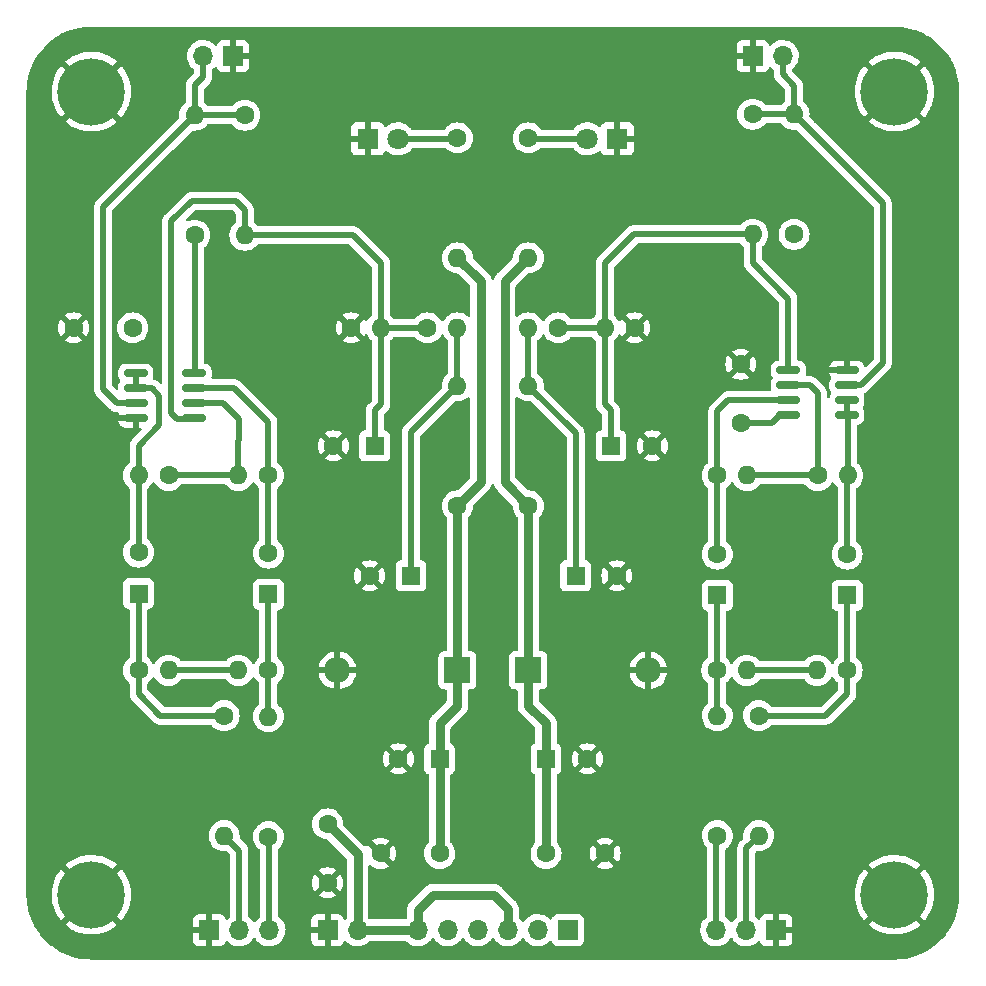
<source format=gbr>
%TF.GenerationSoftware,KiCad,Pcbnew,(6.0.10)*%
%TF.CreationDate,2023-02-21T23:22:35+08:00*%
%TF.ProjectId,LutrarmyMic_PreAmp,4c757472-6172-46d7-994d-69635f507265,rev?*%
%TF.SameCoordinates,Original*%
%TF.FileFunction,Copper,L1,Top*%
%TF.FilePolarity,Positive*%
%FSLAX46Y46*%
G04 Gerber Fmt 4.6, Leading zero omitted, Abs format (unit mm)*
G04 Created by KiCad (PCBNEW (6.0.10)) date 2023-02-21 23:22:35*
%MOMM*%
%LPD*%
G01*
G04 APERTURE LIST*
G04 Aperture macros list*
%AMRoundRect*
0 Rectangle with rounded corners*
0 $1 Rounding radius*
0 $2 $3 $4 $5 $6 $7 $8 $9 X,Y pos of 4 corners*
0 Add a 4 corners polygon primitive as box body*
4,1,4,$2,$3,$4,$5,$6,$7,$8,$9,$2,$3,0*
0 Add four circle primitives for the rounded corners*
1,1,$1+$1,$2,$3*
1,1,$1+$1,$4,$5*
1,1,$1+$1,$6,$7*
1,1,$1+$1,$8,$9*
0 Add four rect primitives between the rounded corners*
20,1,$1+$1,$2,$3,$4,$5,0*
20,1,$1+$1,$4,$5,$6,$7,0*
20,1,$1+$1,$6,$7,$8,$9,0*
20,1,$1+$1,$8,$9,$2,$3,0*%
G04 Aperture macros list end*
%TA.AperFunction,ComponentPad*%
%ADD10C,1.600000*%
%TD*%
%TA.AperFunction,ComponentPad*%
%ADD11O,1.600000X1.600000*%
%TD*%
%TA.AperFunction,ComponentPad*%
%ADD12C,5.700000*%
%TD*%
%TA.AperFunction,ComponentPad*%
%ADD13R,1.600000X1.600000*%
%TD*%
%TA.AperFunction,ComponentPad*%
%ADD14R,1.700000X1.700000*%
%TD*%
%TA.AperFunction,ComponentPad*%
%ADD15O,1.700000X1.700000*%
%TD*%
%TA.AperFunction,ComponentPad*%
%ADD16R,2.200000X2.200000*%
%TD*%
%TA.AperFunction,ComponentPad*%
%ADD17O,2.200000X2.200000*%
%TD*%
%TA.AperFunction,ComponentPad*%
%ADD18R,1.800000X1.800000*%
%TD*%
%TA.AperFunction,ComponentPad*%
%ADD19C,1.800000*%
%TD*%
%TA.AperFunction,SMDPad,CuDef*%
%ADD20RoundRect,0.150000X0.825000X0.150000X-0.825000X0.150000X-0.825000X-0.150000X0.825000X-0.150000X0*%
%TD*%
%TA.AperFunction,SMDPad,CuDef*%
%ADD21RoundRect,0.150000X-0.825000X-0.150000X0.825000X-0.150000X0.825000X0.150000X-0.825000X0.150000X0*%
%TD*%
%TA.AperFunction,Conductor*%
%ADD22C,0.500000*%
%TD*%
%TA.AperFunction,Conductor*%
%ADD23C,0.800000*%
%TD*%
G04 APERTURE END LIST*
D10*
%TO.P,R4,1*%
%TO.N,Net-(MK2-Pad2)*%
X144000000Y-67920000D03*
D11*
%TO.P,R4,2*%
%TO.N,GND2*%
X144000000Y-78080000D03*
%TD*%
D10*
%TO.P,R16,1*%
%TO.N,Net-(D4-Pad2)*%
X162000000Y-69840000D03*
D11*
%TO.P,R16,2*%
%TO.N,Net-(C12-Pad1)*%
X162000000Y-80000000D03*
%TD*%
D12*
%TO.P,REF\u002A\u002A,1*%
%TO.N,Earth*%
X131000000Y-133920000D03*
%TD*%
D13*
%TO.P,C8,1*%
%TO.N,GND2*%
X155000000Y-95920000D03*
D10*
%TO.P,C8,2*%
%TO.N,Earth*%
X151500000Y-95920000D03*
%TD*%
%TO.P,R10,1*%
%TO.N,Earth*%
X177000000Y-85920000D03*
D11*
%TO.P,R10,2*%
%TO.N,GND1*%
X174460000Y-85920000D03*
%TD*%
D14*
%TO.P,MK2,1,-*%
%TO.N,Earth*%
X143000000Y-62920000D03*
D15*
%TO.P,MK2,2,+*%
%TO.N,Net-(MK2-Pad2)*%
X140460000Y-62920000D03*
%TD*%
D10*
%TO.P,R21,1*%
%TO.N,Net-(C3-Pad1)*%
X187500000Y-118760000D03*
D11*
%TO.P,R21,2*%
%TO.N,Net-(J1-Pad2)*%
X187500000Y-128920000D03*
%TD*%
D10*
%TO.P,R22,1*%
%TO.N,Net-(J1-Pad3)*%
X184000000Y-128920000D03*
D11*
%TO.P,R22,2*%
%TO.N,Net-(C4-Pad1)*%
X184000000Y-118760000D03*
%TD*%
D10*
%TO.P,R17,1*%
%TO.N,Net-(C3-Pad1)*%
X195000000Y-114920000D03*
D11*
%TO.P,R17,2*%
%TO.N,XLR1_48V*%
X192460000Y-114920000D03*
%TD*%
D10*
%TO.P,R15,1*%
%TO.N,Net-(D3-Pad2)*%
X168000000Y-69840000D03*
D11*
%TO.P,R15,2*%
%TO.N,Net-(C11-Pad1)*%
X168000000Y-80000000D03*
%TD*%
D10*
%TO.P,R18,1*%
%TO.N,Net-(C4-Pad1)*%
X183955000Y-114920000D03*
D11*
%TO.P,R18,2*%
%TO.N,XLR1_48V*%
X186495000Y-114920000D03*
%TD*%
D10*
%TO.P,C13,1*%
%TO.N,Net-(C11-Pad1)*%
X169500000Y-130420000D03*
%TO.P,C13,2*%
%TO.N,Earth*%
X174500000Y-130420000D03*
%TD*%
%TO.P,R9,1*%
%TO.N,GND1*%
X170540000Y-85920000D03*
D11*
%TO.P,R9,2*%
%TO.N,Net-(C1-Pad1)*%
X168000000Y-85920000D03*
%TD*%
D10*
%TO.P,R2,1*%
%TO.N,Net-(C2-Pad1)*%
X139750000Y-78080000D03*
D11*
%TO.P,R2,2*%
%TO.N,Net-(MK2-Pad2)*%
X139750000Y-67920000D03*
%TD*%
D13*
%TO.P,C5,1*%
%TO.N,Net-(C5-Pad1)*%
X135000000Y-108420000D03*
D10*
%TO.P,C5,2*%
%TO.N,Net-(C5-Pad2)*%
X135000000Y-104920000D03*
%TD*%
%TO.P,R14,1*%
%TO.N,Net-(C12-Pad1)*%
X162000000Y-101000000D03*
D11*
%TO.P,R14,2*%
%TO.N,Net-(C2-Pad1)*%
X162000000Y-90840000D03*
%TD*%
D16*
%TO.P,D1,1,K*%
%TO.N,Net-(C11-Pad1)*%
X168000000Y-114920000D03*
D17*
%TO.P,D1,2,A*%
%TO.N,Earth*%
X178160000Y-114920000D03*
%TD*%
D10*
%TO.P,R23,1*%
%TO.N,Net-(C5-Pad1)*%
X142250000Y-118760000D03*
D11*
%TO.P,R23,2*%
%TO.N,Net-(J2-Pad2)*%
X142250000Y-128920000D03*
%TD*%
D10*
%TO.P,R8,1*%
%TO.N,Net-(C6-Pad2)*%
X146000000Y-98420000D03*
D11*
%TO.P,R8,2*%
%TO.N,Net-(R7-Pad1)*%
X143460000Y-98420000D03*
%TD*%
D13*
%TO.P,C9,1*%
%TO.N,Net-(C1-Pad1)*%
X172000000Y-106920000D03*
D10*
%TO.P,C9,2*%
%TO.N,Earth*%
X175500000Y-106920000D03*
%TD*%
D12*
%TO.P,REF\u002A\u002A,1*%
%TO.N,Earth*%
X199000000Y-65920000D03*
%TD*%
D13*
%TO.P,C6,1*%
%TO.N,Net-(C6-Pad1)*%
X146000000Y-108501812D03*
D10*
%TO.P,C6,2*%
%TO.N,Net-(C6-Pad2)*%
X146000000Y-105001812D03*
%TD*%
%TO.P,R19,1*%
%TO.N,Net-(C5-Pad1)*%
X135000000Y-114920000D03*
D11*
%TO.P,R19,2*%
%TO.N,XLR2_48V*%
X137540000Y-114920000D03*
%TD*%
D14*
%TO.P,J1,1*%
%TO.N,Earth*%
X189000000Y-136920000D03*
D15*
%TO.P,J1,2*%
%TO.N,Net-(J1-Pad2)*%
X186460000Y-136920000D03*
%TO.P,J1,3*%
%TO.N,Net-(J1-Pad3)*%
X183920000Y-136920000D03*
%TD*%
D10*
%TO.P,R13,1*%
%TO.N,Net-(C11-Pad1)*%
X168000000Y-101000000D03*
D11*
%TO.P,R13,2*%
%TO.N,Net-(C1-Pad1)*%
X168000000Y-90840000D03*
%TD*%
D13*
%TO.P,C10,1*%
%TO.N,Net-(C2-Pad1)*%
X158068557Y-106920000D03*
D10*
%TO.P,C10,2*%
%TO.N,Earth*%
X154568557Y-106920000D03*
%TD*%
%TO.P,R7,1*%
%TO.N,Net-(R7-Pad1)*%
X137540000Y-98420000D03*
D11*
%TO.P,R7,2*%
%TO.N,Net-(C5-Pad2)*%
X135000000Y-98420000D03*
%TD*%
D13*
%TO.P,C4,1*%
%TO.N,Net-(C4-Pad1)*%
X184000000Y-108572651D03*
D10*
%TO.P,C4,2*%
%TO.N,Net-(C4-Pad2)*%
X184000000Y-105072651D03*
%TD*%
%TO.P,R11,1*%
%TO.N,GND2*%
X159460000Y-85920000D03*
D11*
%TO.P,R11,2*%
%TO.N,Net-(C2-Pad1)*%
X162000000Y-85920000D03*
%TD*%
D16*
%TO.P,D2,1,K*%
%TO.N,Net-(C12-Pad1)*%
X162000000Y-114920000D03*
D17*
%TO.P,D2,2,A*%
%TO.N,Earth*%
X151840000Y-114920000D03*
%TD*%
D14*
%TO.P,SW1,1,A*%
%TO.N,XLR1_48V*%
X171350000Y-136920000D03*
D15*
%TO.P,SW1,2,B*%
%TO.N,Net-(C11-Pad1)*%
X168810000Y-136920000D03*
%TO.P,SW1,3,C*%
%TO.N,BAT_48V*%
X166270000Y-136920000D03*
%TO.P,SW1,4,A*%
%TO.N,XLR2_48V*%
X163730000Y-136920000D03*
%TO.P,SW1,5,B*%
%TO.N,Net-(C12-Pad1)*%
X161190000Y-136920000D03*
%TO.P,SW1,6,C*%
%TO.N,BAT_48V*%
X158650000Y-136920000D03*
%TD*%
D10*
%TO.P,C14,1*%
%TO.N,Net-(C12-Pad1)*%
X160500000Y-130420000D03*
%TO.P,C14,2*%
%TO.N,Earth*%
X155500000Y-130420000D03*
%TD*%
D12*
%TO.P,REF\u002A\u002A,1*%
%TO.N,Earth*%
X199000000Y-133920000D03*
%TD*%
D10*
%TO.P,R24,1*%
%TO.N,Net-(J2-Pad3)*%
X146000000Y-129000000D03*
D11*
%TO.P,R24,2*%
%TO.N,Net-(C6-Pad1)*%
X146000000Y-118840000D03*
%TD*%
D18*
%TO.P,D3,1,K*%
%TO.N,Earth*%
X175540000Y-69920000D03*
D19*
%TO.P,D3,2,A*%
%TO.N,Net-(D3-Pad2)*%
X173000000Y-69920000D03*
%TD*%
D14*
%TO.P,J3,1,Pin_1*%
%TO.N,Earth*%
X151000000Y-136920000D03*
D15*
%TO.P,J3,2,Pin_2*%
%TO.N,BAT_48V*%
X153540000Y-136920000D03*
%TD*%
D10*
%TO.P,C19,1*%
%TO.N,BAT_48V*%
X151000000Y-127920000D03*
%TO.P,C19,2*%
%TO.N,Earth*%
X151000000Y-132920000D03*
%TD*%
%TO.P,R5,1*%
%TO.N,Net-(R5-Pad1)*%
X192500000Y-98420000D03*
D11*
%TO.P,R5,2*%
%TO.N,Net-(C3-Pad2)*%
X195040000Y-98420000D03*
%TD*%
D10*
%TO.P,R3,1*%
%TO.N,Net-(MK1-Pad2)*%
X187000000Y-67840000D03*
D11*
%TO.P,R3,2*%
%TO.N,GND1*%
X187000000Y-78000000D03*
%TD*%
D13*
%TO.P,C3,1*%
%TO.N,Net-(C3-Pad1)*%
X195000000Y-108572651D03*
D10*
%TO.P,C3,2*%
%TO.N,Net-(C3-Pad2)*%
X195000000Y-105072651D03*
%TD*%
D18*
%TO.P,D4,1,K*%
%TO.N,Earth*%
X154420000Y-69920000D03*
D19*
%TO.P,D4,2,A*%
%TO.N,Net-(D4-Pad2)*%
X156960000Y-69920000D03*
%TD*%
D20*
%TO.P,U1,1,OutA*%
%TO.N,Net-(C3-Pad2)*%
X194975000Y-93325000D03*
%TO.P,U1,2,InA-*%
X194975000Y-92055000D03*
%TO.P,U1,3,InA+*%
%TO.N,Net-(MK1-Pad2)*%
X194975000Y-90785000D03*
%TO.P,U1,4,V-*%
%TO.N,Earth*%
X194975000Y-89515000D03*
%TO.P,U1,5,InB+*%
%TO.N,GND1*%
X190025000Y-89515000D03*
%TO.P,U1,6,InB-*%
%TO.N,Net-(R5-Pad1)*%
X190025000Y-90785000D03*
%TO.P,U1,7,OutB*%
%TO.N,Net-(C4-Pad2)*%
X190025000Y-92055000D03*
%TO.P,U1,8,V+*%
%TO.N,Net-(C1-Pad1)*%
X190025000Y-93325000D03*
%TD*%
D13*
%TO.P,C12,1*%
%TO.N,Net-(C12-Pad1)*%
X160500000Y-122420000D03*
D10*
%TO.P,C12,2*%
%TO.N,Earth*%
X157000000Y-122420000D03*
%TD*%
D13*
%TO.P,C7,1*%
%TO.N,GND1*%
X175000000Y-95920000D03*
D10*
%TO.P,C7,2*%
%TO.N,Earth*%
X178500000Y-95920000D03*
%TD*%
%TO.P,R6,1*%
%TO.N,Net-(C4-Pad2)*%
X184000000Y-98420000D03*
D11*
%TO.P,R6,2*%
%TO.N,Net-(R5-Pad1)*%
X186540000Y-98420000D03*
%TD*%
D10*
%TO.P,C1,1*%
%TO.N,Net-(C1-Pad1)*%
X186000000Y-94000000D03*
%TO.P,C1,2*%
%TO.N,Earth*%
X186000000Y-89000000D03*
%TD*%
%TO.P,R12,1*%
%TO.N,Earth*%
X153000000Y-85920000D03*
D11*
%TO.P,R12,2*%
%TO.N,GND2*%
X155540000Y-85920000D03*
%TD*%
D14*
%TO.P,MK1,1,-*%
%TO.N,Earth*%
X187000000Y-62920000D03*
D15*
%TO.P,MK1,2,+*%
%TO.N,Net-(MK1-Pad2)*%
X189540000Y-62920000D03*
%TD*%
D21*
%TO.P,U2,1,OutA*%
%TO.N,Net-(C5-Pad2)*%
X134775000Y-89765000D03*
%TO.P,U2,2,InA-*%
X134775000Y-91035000D03*
%TO.P,U2,3,InA+*%
%TO.N,Net-(MK2-Pad2)*%
X134775000Y-92305000D03*
%TO.P,U2,4,V-*%
%TO.N,Earth*%
X134775000Y-93575000D03*
%TO.P,U2,5,InB+*%
%TO.N,GND2*%
X139725000Y-93575000D03*
%TO.P,U2,6,InB-*%
%TO.N,Net-(R7-Pad1)*%
X139725000Y-92305000D03*
%TO.P,U2,7,OutB*%
%TO.N,Net-(C6-Pad2)*%
X139725000Y-91035000D03*
%TO.P,U2,8,V+*%
%TO.N,Net-(C2-Pad1)*%
X139725000Y-89765000D03*
%TD*%
D14*
%TO.P,J2,1*%
%TO.N,Earth*%
X141000000Y-136920000D03*
D15*
%TO.P,J2,2*%
%TO.N,Net-(J2-Pad2)*%
X143540000Y-136920000D03*
%TO.P,J2,3*%
%TO.N,Net-(J2-Pad3)*%
X146080000Y-136920000D03*
%TD*%
D10*
%TO.P,R20,1*%
%TO.N,Net-(C6-Pad1)*%
X146000000Y-114920000D03*
D11*
%TO.P,R20,2*%
%TO.N,XLR2_48V*%
X143460000Y-114920000D03*
%TD*%
D12*
%TO.P,REF\u002A\u002A,1*%
%TO.N,Earth*%
X131000000Y-65920000D03*
%TD*%
D10*
%TO.P,R1,1*%
%TO.N,Net-(C1-Pad1)*%
X190500000Y-78000000D03*
D11*
%TO.P,R1,2*%
%TO.N,Net-(MK1-Pad2)*%
X190500000Y-67840000D03*
%TD*%
D13*
%TO.P,C11,1*%
%TO.N,Net-(C11-Pad1)*%
X169500000Y-122420000D03*
D10*
%TO.P,C11,2*%
%TO.N,Earth*%
X173000000Y-122420000D03*
%TD*%
%TO.P,C2,1*%
%TO.N,Net-(C2-Pad1)*%
X134500000Y-85920000D03*
%TO.P,C2,2*%
%TO.N,Earth*%
X129500000Y-85920000D03*
%TD*%
D22*
%TO.N,Net-(C4-Pad2)*%
X184000000Y-93000000D02*
X184000000Y-98420000D01*
X184945000Y-92055000D02*
X184000000Y-93000000D01*
X190025000Y-92055000D02*
X184945000Y-92055000D01*
%TO.N,Net-(C1-Pad1)*%
X186000000Y-94000000D02*
X188675000Y-94000000D01*
X189350000Y-93325000D02*
X190025000Y-93325000D01*
X188675000Y-94000000D02*
X189350000Y-93325000D01*
D23*
%TO.N,BAT_48V*%
X153540000Y-130460000D02*
X151000000Y-127920000D01*
X153540000Y-136920000D02*
X153540000Y-130460000D01*
D22*
%TO.N,Net-(C1-Pad1)*%
X168000000Y-85920000D02*
X168000000Y-90840000D01*
%TO.N,Net-(C2-Pad1)*%
X162000000Y-85920000D02*
X162000000Y-90840000D01*
%TO.N,Net-(C3-Pad1)*%
X195000000Y-114920000D02*
X195000000Y-108572651D01*
X187500000Y-118760000D02*
X193160000Y-118760000D01*
X193160000Y-118760000D02*
X195000000Y-116920000D01*
X195000000Y-116920000D02*
X195000000Y-114920000D01*
%TO.N,Net-(C3-Pad2)*%
X195000000Y-98460000D02*
X195040000Y-98420000D01*
X195000000Y-105072651D02*
X195000000Y-98460000D01*
X194975000Y-93325000D02*
X194975000Y-92055000D01*
X195040000Y-93390000D02*
X194975000Y-93325000D01*
X195040000Y-98420000D02*
X195040000Y-93390000D01*
%TO.N,Net-(C4-Pad1)*%
X184000000Y-114965000D02*
X183955000Y-114920000D01*
X183955000Y-108617651D02*
X184000000Y-108572651D01*
X183955000Y-114920000D02*
X183955000Y-108617651D01*
X184000000Y-118760000D02*
X184000000Y-114965000D01*
%TO.N,Net-(C4-Pad2)*%
X184000000Y-105072651D02*
X184000000Y-98420000D01*
%TO.N,Net-(C1-Pad1)*%
X172000000Y-106920000D02*
X172000000Y-94840000D01*
X172000000Y-94840000D02*
X168000000Y-90840000D01*
%TO.N,GND1*%
X176920000Y-78000000D02*
X187000000Y-78000000D01*
X174460000Y-85920000D02*
X174460000Y-80460000D01*
X187000000Y-80420000D02*
X190025000Y-83445000D01*
X187000000Y-78000000D02*
X187000000Y-80420000D01*
X190025000Y-83445000D02*
X190025000Y-89515000D01*
X174460000Y-92380000D02*
X175000000Y-92920000D01*
X174460000Y-80460000D02*
X176920000Y-78000000D01*
X171000000Y-85920000D02*
X174460000Y-85920000D01*
X175000000Y-92920000D02*
X175000000Y-95920000D01*
X174460000Y-85920000D02*
X174460000Y-92380000D01*
D23*
%TO.N,Net-(C11-Pad1)*%
X168000000Y-80000000D02*
X166000000Y-82000000D01*
X169500000Y-122420000D02*
X169500000Y-119420000D01*
X169500000Y-130420000D02*
X169500000Y-122420000D01*
X169500000Y-119420000D02*
X168000000Y-117920000D01*
X168000000Y-117920000D02*
X168000000Y-114920000D01*
X166000000Y-99000000D02*
X166000000Y-82000000D01*
X168000000Y-114920000D02*
X168000000Y-101000000D01*
X168000000Y-101000000D02*
X166000000Y-99000000D01*
D22*
%TO.N,Net-(C5-Pad1)*%
X135000000Y-114920000D02*
X135000000Y-108420000D01*
X142250000Y-118760000D02*
X136840000Y-118760000D01*
X135000000Y-116920000D02*
X135000000Y-114920000D01*
X136840000Y-118760000D02*
X135000000Y-116920000D01*
%TO.N,Net-(C5-Pad2)*%
X136750000Y-91670000D02*
X136115000Y-91035000D01*
X136115000Y-91035000D02*
X134775000Y-91035000D01*
X135000000Y-95920000D02*
X136750000Y-94170000D01*
X135000000Y-98420000D02*
X135000000Y-95920000D01*
X135000000Y-104920000D02*
X135000000Y-98420000D01*
X136750000Y-94170000D02*
X136750000Y-91670000D01*
X134775000Y-91035000D02*
X134775000Y-89765000D01*
%TO.N,Net-(C6-Pad1)*%
X146000000Y-114920000D02*
X146000000Y-108501812D01*
X146000000Y-118925000D02*
X146000000Y-114920000D01*
%TO.N,Net-(C6-Pad2)*%
X143115000Y-91035000D02*
X146000000Y-93920000D01*
X146000000Y-93920000D02*
X146000000Y-98420000D01*
X139725000Y-91035000D02*
X143115000Y-91035000D01*
X146000000Y-105001812D02*
X146000000Y-98420000D01*
%TO.N,Net-(C2-Pad1)*%
X139725000Y-89765000D02*
X139750000Y-89740000D01*
X158068557Y-94771443D02*
X162000000Y-90840000D01*
X139750000Y-89740000D02*
X139750000Y-78080000D01*
X158068557Y-106920000D02*
X158068557Y-94771443D01*
%TO.N,GND2*%
X139630000Y-93670000D02*
X138250000Y-93670000D01*
X159000000Y-85920000D02*
X155540000Y-85920000D01*
X144000000Y-78080000D02*
X153160000Y-78080000D01*
X153160000Y-78080000D02*
X155540000Y-80460000D01*
X139725000Y-93575000D02*
X139630000Y-93670000D01*
X143250000Y-75170000D02*
X144000000Y-75920000D01*
X139500000Y-75170000D02*
X143250000Y-75170000D01*
X137750000Y-93170000D02*
X138250000Y-93670000D01*
X155540000Y-92380000D02*
X155000000Y-92920000D01*
X155000000Y-92920000D02*
X155000000Y-95920000D01*
X155540000Y-85920000D02*
X155540000Y-92380000D01*
X137750000Y-76920000D02*
X139500000Y-75170000D01*
X155540000Y-80460000D02*
X155540000Y-85920000D01*
X144000000Y-75920000D02*
X144000000Y-78080000D01*
X137750000Y-93170000D02*
X137750000Y-76920000D01*
D23*
%TO.N,Net-(C12-Pad1)*%
X162000000Y-117920000D02*
X160500000Y-119420000D01*
X162000000Y-80000000D02*
X164000000Y-82000000D01*
X162000000Y-114920000D02*
X162000000Y-117920000D01*
X164000000Y-99000000D02*
X162000000Y-101000000D01*
X162000000Y-101000000D02*
X162000000Y-114920000D01*
X160500000Y-130420000D02*
X160500000Y-122420000D01*
X160500000Y-122420000D02*
X160500000Y-119420000D01*
X164000000Y-82000000D02*
X164000000Y-99000000D01*
%TO.N,BAT_48V*%
X159912500Y-133920000D02*
X165067500Y-133920000D01*
X165067500Y-133920000D02*
X166270000Y-135122500D01*
X158650000Y-136920000D02*
X158650000Y-135182500D01*
D22*
X153515000Y-136920000D02*
X158650000Y-136920000D01*
D23*
X158650000Y-135182500D02*
X159912500Y-133920000D01*
X166270000Y-135122500D02*
X166270000Y-136920000D01*
X153540000Y-136920000D02*
X158650000Y-136920000D01*
D22*
%TO.N,Net-(MK1-Pad2)*%
X190500000Y-65420000D02*
X189540000Y-64460000D01*
X196135000Y-90785000D02*
X198000000Y-88920000D01*
X190500000Y-67840000D02*
X187000000Y-67840000D01*
X189540000Y-64460000D02*
X189540000Y-62920000D01*
X190500000Y-67840000D02*
X190500000Y-65420000D01*
X198000000Y-75340000D02*
X190500000Y-67840000D01*
X198000000Y-88920000D02*
X198000000Y-75340000D01*
X194975000Y-90785000D02*
X196135000Y-90785000D01*
%TO.N,Net-(MK2-Pad2)*%
X132000000Y-91123528D02*
X133181472Y-92305000D01*
X140460000Y-64690000D02*
X140460000Y-62920000D01*
X139750000Y-67920000D02*
X144000000Y-67920000D01*
X132000000Y-75670000D02*
X132000000Y-91123528D01*
X133181472Y-92305000D02*
X134775000Y-92305000D01*
X139750000Y-65400000D02*
X140460000Y-64690000D01*
X139750000Y-67920000D02*
X139750000Y-65400000D01*
X132000000Y-75670000D02*
X139750000Y-67920000D01*
%TO.N,Net-(R5-Pad1)*%
X192500000Y-91420000D02*
X192500000Y-98420000D01*
X191865000Y-90785000D02*
X192500000Y-91420000D01*
X186540000Y-98420000D02*
X192500000Y-98420000D01*
X190025000Y-90785000D02*
X191865000Y-90785000D01*
%TO.N,XLR1_48V*%
X186495000Y-114920000D02*
X192460000Y-114920000D01*
%TO.N,Net-(R7-Pad1)*%
X139725000Y-92305000D02*
X142135000Y-92305000D01*
X137540000Y-98420000D02*
X143460000Y-98420000D01*
X143500000Y-95446472D02*
X143460000Y-95486472D01*
X143460000Y-95486472D02*
X143460000Y-98420000D01*
X142135000Y-92305000D02*
X143500000Y-93670000D01*
X143500000Y-93670000D02*
X143500000Y-95446472D01*
%TO.N,XLR2_48V*%
X137540000Y-114920000D02*
X143460000Y-114920000D01*
%TO.N,Net-(J1-Pad2)*%
X186460000Y-129960000D02*
X187500000Y-128920000D01*
X186460000Y-136920000D02*
X186460000Y-129960000D01*
%TO.N,Net-(J1-Pad3)*%
X183920000Y-136920000D02*
X183920000Y-129000000D01*
X183920000Y-129000000D02*
X184000000Y-128920000D01*
%TO.N,Net-(J2-Pad2)*%
X143540000Y-136920000D02*
X143540000Y-130210000D01*
X143540000Y-130210000D02*
X142250000Y-128920000D01*
%TO.N,Net-(J2-Pad3)*%
X146080000Y-136920000D02*
X146080000Y-129165000D01*
X146080000Y-129165000D02*
X146000000Y-129085000D01*
%TO.N,Net-(D3-Pad2)*%
X168080000Y-69920000D02*
X168000000Y-69840000D01*
X173000000Y-69920000D02*
X168080000Y-69920000D01*
%TO.N,Net-(D4-Pad2)*%
X161920000Y-69920000D02*
X162000000Y-69840000D01*
X156960000Y-69920000D02*
X161920000Y-69920000D01*
%TD*%
%TA.AperFunction,Conductor*%
%TO.N,Earth*%
G36*
X198970018Y-60430000D02*
G01*
X198984851Y-60432310D01*
X198984855Y-60432310D01*
X198993724Y-60433691D01*
X199014664Y-60430953D01*
X199036202Y-60429997D01*
X199224026Y-60437766D01*
X199448278Y-60447041D01*
X199458656Y-60447901D01*
X199734674Y-60482307D01*
X199898702Y-60502753D01*
X199908967Y-60504465D01*
X200072054Y-60538661D01*
X200342976Y-60595467D01*
X200353072Y-60598023D01*
X200778101Y-60724561D01*
X200787938Y-60727938D01*
X201201081Y-60889147D01*
X201210581Y-60893314D01*
X201608983Y-61088081D01*
X201618141Y-61093037D01*
X201999085Y-61320030D01*
X202007804Y-61325726D01*
X202368705Y-61583405D01*
X202376923Y-61589801D01*
X202715326Y-61876413D01*
X202722987Y-61883467D01*
X203036533Y-62197013D01*
X203043587Y-62204674D01*
X203330199Y-62543077D01*
X203336595Y-62551295D01*
X203594274Y-62912196D01*
X203599970Y-62920915D01*
X203758849Y-63187548D01*
X203826963Y-63301859D01*
X203831918Y-63311015D01*
X203938890Y-63529829D01*
X204026682Y-63709411D01*
X204030853Y-63718919D01*
X204192062Y-64132062D01*
X204195439Y-64141899D01*
X204321977Y-64566928D01*
X204324533Y-64577024D01*
X204386906Y-64874494D01*
X204415534Y-65011030D01*
X204417247Y-65021298D01*
X204427326Y-65102150D01*
X204472099Y-65461344D01*
X204472959Y-65471722D01*
X204489694Y-65876335D01*
X204488302Y-65900920D01*
X204486309Y-65913724D01*
X204487473Y-65922626D01*
X204487473Y-65922628D01*
X204490436Y-65945283D01*
X204491500Y-65961621D01*
X204491500Y-133870633D01*
X204490000Y-133890018D01*
X204487690Y-133904851D01*
X204487690Y-133904855D01*
X204486309Y-133913724D01*
X204489047Y-133934659D01*
X204490003Y-133956202D01*
X204487468Y-134017491D01*
X204472959Y-134368278D01*
X204472099Y-134378656D01*
X204439442Y-134640645D01*
X204418215Y-134810944D01*
X204417248Y-134818698D01*
X204415535Y-134828967D01*
X204395530Y-134924374D01*
X204324533Y-135262976D01*
X204321977Y-135273072D01*
X204195439Y-135698101D01*
X204192062Y-135707938D01*
X204030853Y-136121081D01*
X204026686Y-136130581D01*
X203859901Y-136471745D01*
X203831919Y-136528983D01*
X203826964Y-136538139D01*
X203754596Y-136659588D01*
X203599970Y-136919085D01*
X203594274Y-136927804D01*
X203336595Y-137288705D01*
X203330199Y-137296923D01*
X203043587Y-137635326D01*
X203036533Y-137642987D01*
X202722987Y-137956533D01*
X202715326Y-137963587D01*
X202376923Y-138250199D01*
X202368705Y-138256595D01*
X202007804Y-138514274D01*
X201999085Y-138519970D01*
X201618141Y-138746963D01*
X201608985Y-138751918D01*
X201210581Y-138946686D01*
X201201081Y-138950853D01*
X200787938Y-139112062D01*
X200778101Y-139115439D01*
X200353072Y-139241977D01*
X200342975Y-139244533D01*
X199908967Y-139335535D01*
X199898702Y-139337247D01*
X199734674Y-139357693D01*
X199458656Y-139392099D01*
X199448278Y-139392959D01*
X199270676Y-139400305D01*
X199043661Y-139409694D01*
X199019080Y-139408302D01*
X199006276Y-139406309D01*
X198997374Y-139407473D01*
X198997372Y-139407473D01*
X198982323Y-139409441D01*
X198974714Y-139410436D01*
X198958379Y-139411500D01*
X131049367Y-139411500D01*
X131029982Y-139410000D01*
X131015149Y-139407690D01*
X131015145Y-139407690D01*
X131006276Y-139406309D01*
X130985336Y-139409047D01*
X130963798Y-139410003D01*
X130775974Y-139402234D01*
X130551722Y-139392959D01*
X130541344Y-139392099D01*
X130265326Y-139357693D01*
X130101298Y-139337247D01*
X130091033Y-139335535D01*
X129657025Y-139244533D01*
X129646928Y-139241977D01*
X129221899Y-139115439D01*
X129212062Y-139112062D01*
X128798919Y-138950853D01*
X128789419Y-138946686D01*
X128391015Y-138751918D01*
X128381859Y-138746963D01*
X128000915Y-138519970D01*
X127992196Y-138514274D01*
X127631295Y-138256595D01*
X127623077Y-138250199D01*
X127284674Y-137963587D01*
X127277013Y-137956533D01*
X127135149Y-137814669D01*
X139642001Y-137814669D01*
X139642371Y-137821490D01*
X139647895Y-137872352D01*
X139651521Y-137887604D01*
X139696676Y-138008054D01*
X139705214Y-138023649D01*
X139781715Y-138125724D01*
X139794276Y-138138285D01*
X139896351Y-138214786D01*
X139911946Y-138223324D01*
X140032394Y-138268478D01*
X140047649Y-138272105D01*
X140098514Y-138277631D01*
X140105328Y-138278000D01*
X140727885Y-138278000D01*
X140743124Y-138273525D01*
X140744329Y-138272135D01*
X140746000Y-138264452D01*
X140746000Y-137192115D01*
X140741525Y-137176876D01*
X140740135Y-137175671D01*
X140732452Y-137174000D01*
X139660116Y-137174000D01*
X139644877Y-137178475D01*
X139643672Y-137179865D01*
X139642001Y-137187548D01*
X139642001Y-137814669D01*
X127135149Y-137814669D01*
X126963467Y-137642987D01*
X126956413Y-137635326D01*
X126669801Y-137296923D01*
X126663405Y-137288705D01*
X126405726Y-136927804D01*
X126400030Y-136919085D01*
X126245404Y-136659588D01*
X126173036Y-136538139D01*
X126168081Y-136528983D01*
X126140099Y-136471745D01*
X128813795Y-136471745D01*
X128813871Y-136472815D01*
X128817055Y-136477648D01*
X129097342Y-136692720D01*
X129102972Y-136696575D01*
X129407929Y-136881992D01*
X129413931Y-136885210D01*
X129737139Y-137036611D01*
X129743444Y-137039159D01*
X130081117Y-137154771D01*
X130087668Y-137156624D01*
X130435838Y-137235087D01*
X130442557Y-137236224D01*
X130797174Y-137276628D01*
X130803964Y-137277031D01*
X131160865Y-137278899D01*
X131167666Y-137278567D01*
X131522686Y-137241880D01*
X131529414Y-137240814D01*
X131878402Y-137165997D01*
X131884950Y-137164218D01*
X132223820Y-137052147D01*
X132230162Y-137049661D01*
X132554921Y-136901660D01*
X132560975Y-136898495D01*
X132867839Y-136716293D01*
X132873520Y-136712490D01*
X132959566Y-136647885D01*
X139642000Y-136647885D01*
X139646475Y-136663124D01*
X139647865Y-136664329D01*
X139655548Y-136666000D01*
X140727885Y-136666000D01*
X140743124Y-136661525D01*
X140744329Y-136660135D01*
X140746000Y-136652452D01*
X140746000Y-135580116D01*
X140741525Y-135564877D01*
X140740135Y-135563672D01*
X140732452Y-135562001D01*
X140105331Y-135562001D01*
X140098510Y-135562371D01*
X140047648Y-135567895D01*
X140032396Y-135571521D01*
X139911946Y-135616676D01*
X139896351Y-135625214D01*
X139794276Y-135701715D01*
X139781715Y-135714276D01*
X139705214Y-135816351D01*
X139696676Y-135831946D01*
X139651522Y-135952394D01*
X139647895Y-135967649D01*
X139642369Y-136018514D01*
X139642000Y-136025328D01*
X139642000Y-136647885D01*
X132959566Y-136647885D01*
X133158918Y-136498207D01*
X133164145Y-136493821D01*
X133176988Y-136481803D01*
X133185057Y-136468123D01*
X133185029Y-136467398D01*
X133179887Y-136459097D01*
X131012812Y-134292022D01*
X130998868Y-134284408D01*
X130997035Y-134284539D01*
X130990420Y-134288790D01*
X128821409Y-136457801D01*
X128813795Y-136471745D01*
X126140099Y-136471745D01*
X125973314Y-136130581D01*
X125969147Y-136121081D01*
X125807938Y-135707938D01*
X125804561Y-135698101D01*
X125678023Y-135273072D01*
X125675467Y-135262976D01*
X125604470Y-134924374D01*
X125584465Y-134828967D01*
X125582752Y-134818698D01*
X125581786Y-134810944D01*
X125560558Y-134640645D01*
X125527901Y-134378656D01*
X125527041Y-134368278D01*
X125510462Y-133967439D01*
X125512100Y-133941329D01*
X125512769Y-133937351D01*
X125512770Y-133937345D01*
X125513576Y-133932552D01*
X125513729Y-133920000D01*
X125512534Y-133911657D01*
X127637260Y-133911657D01*
X127655318Y-134268127D01*
X127656028Y-134274883D01*
X127712478Y-134627305D01*
X127713917Y-134633960D01*
X127808094Y-134978215D01*
X127810243Y-134984676D01*
X127941053Y-135316756D01*
X127943884Y-135322939D01*
X128109792Y-135638949D01*
X128113275Y-135644791D01*
X128312340Y-135941031D01*
X128316442Y-135946475D01*
X128440942Y-136094322D01*
X128453680Y-136102764D01*
X128464124Y-136096666D01*
X130627978Y-133932812D01*
X130634356Y-133921132D01*
X131364408Y-133921132D01*
X131364539Y-133922965D01*
X131368790Y-133929580D01*
X133534463Y-136095253D01*
X133548060Y-136102678D01*
X133557669Y-136095981D01*
X133662197Y-135974457D01*
X133666346Y-135969069D01*
X133868503Y-135674929D01*
X133872050Y-135669118D01*
X134041250Y-135354879D01*
X134044157Y-135348701D01*
X134178435Y-135018016D01*
X134180649Y-135011586D01*
X134278427Y-134668331D01*
X134279934Y-134661701D01*
X134340073Y-134309873D01*
X134340853Y-134303133D01*
X134362740Y-133945275D01*
X134362856Y-133941673D01*
X134362926Y-133921820D01*
X134362834Y-133918193D01*
X134343446Y-133560208D01*
X134342711Y-133553442D01*
X134285034Y-133201233D01*
X134283567Y-133194561D01*
X134188194Y-132850655D01*
X134186020Y-132844192D01*
X134054053Y-132512575D01*
X134051197Y-132506395D01*
X133884194Y-132190981D01*
X133880682Y-132185137D01*
X133680588Y-131889598D01*
X133676467Y-131884170D01*
X133559041Y-131745704D01*
X133546215Y-131737267D01*
X133535890Y-131743320D01*
X131372022Y-133907188D01*
X131364408Y-133921132D01*
X130634356Y-133921132D01*
X130635592Y-133918868D01*
X130635461Y-133917035D01*
X130631210Y-133910420D01*
X128465527Y-131744737D01*
X128451990Y-131737345D01*
X128442289Y-131744132D01*
X128330649Y-131874847D01*
X128326515Y-131880255D01*
X128125394Y-132175086D01*
X128121859Y-132180923D01*
X127953754Y-132495757D01*
X127950878Y-132501926D01*
X127817754Y-132833081D01*
X127815561Y-132839521D01*
X127718979Y-133183121D01*
X127717496Y-133189756D01*
X127658589Y-133541773D01*
X127657830Y-133548545D01*
X127637284Y-133904862D01*
X127637260Y-133911657D01*
X125512534Y-133911657D01*
X125509773Y-133892376D01*
X125508500Y-133874514D01*
X125508500Y-131371492D01*
X128814580Y-131371492D01*
X128814615Y-131372333D01*
X128819667Y-131380457D01*
X130987188Y-133547978D01*
X131001132Y-133555592D01*
X131002965Y-133555461D01*
X131009580Y-133551210D01*
X133178166Y-131382624D01*
X133185780Y-131368680D01*
X133185712Y-131367723D01*
X133180771Y-131360251D01*
X133176870Y-131356931D01*
X132892958Y-131140649D01*
X132887332Y-131136825D01*
X132581722Y-130952469D01*
X132575710Y-130949272D01*
X132251966Y-130798995D01*
X132245666Y-130796475D01*
X131907595Y-130682045D01*
X131901017Y-130680209D01*
X131552592Y-130602965D01*
X131545857Y-130601850D01*
X131191106Y-130562685D01*
X131184324Y-130562306D01*
X130827395Y-130561683D01*
X130820622Y-130562038D01*
X130465714Y-130599966D01*
X130459005Y-130601053D01*
X130110289Y-130677086D01*
X130103714Y-130678897D01*
X129765250Y-130792145D01*
X129758928Y-130794648D01*
X129434680Y-130943785D01*
X129428637Y-130946971D01*
X129122404Y-131130248D01*
X129116744Y-131134066D01*
X128832094Y-131349346D01*
X128826891Y-131353742D01*
X128822601Y-131357785D01*
X128814580Y-131371492D01*
X125508500Y-131371492D01*
X125508500Y-128920000D01*
X140936502Y-128920000D01*
X140956457Y-129148087D01*
X140957881Y-129153400D01*
X140957881Y-129153402D01*
X141003194Y-129322509D01*
X141015716Y-129369243D01*
X141018039Y-129374224D01*
X141018039Y-129374225D01*
X141110151Y-129571762D01*
X141110154Y-129571767D01*
X141112477Y-129576749D01*
X141115634Y-129581257D01*
X141240087Y-129758994D01*
X141243802Y-129764300D01*
X141405700Y-129926198D01*
X141410208Y-129929355D01*
X141410211Y-129929357D01*
X141462467Y-129965947D01*
X141593251Y-130057523D01*
X141598233Y-130059846D01*
X141598238Y-130059849D01*
X141770399Y-130140128D01*
X141800757Y-130154284D01*
X141806065Y-130155706D01*
X141806067Y-130155707D01*
X142016598Y-130212119D01*
X142016600Y-130212119D01*
X142021913Y-130213543D01*
X142250000Y-130233498D01*
X142255475Y-130233019D01*
X142412913Y-130219245D01*
X142482518Y-130233234D01*
X142512990Y-130255671D01*
X142744595Y-130487276D01*
X142778621Y-130549588D01*
X142781500Y-130576371D01*
X142781500Y-135727655D01*
X142761498Y-135795776D01*
X142731153Y-135828415D01*
X142639100Y-135897530D01*
X142634965Y-135900635D01*
X142631393Y-135904373D01*
X142553898Y-135985466D01*
X142492374Y-136020895D01*
X142421462Y-136017438D01*
X142363676Y-135976192D01*
X142344823Y-135942644D01*
X142303324Y-135831946D01*
X142294786Y-135816351D01*
X142218285Y-135714276D01*
X142205724Y-135701715D01*
X142103649Y-135625214D01*
X142088054Y-135616676D01*
X141967606Y-135571522D01*
X141952351Y-135567895D01*
X141901486Y-135562369D01*
X141894672Y-135562000D01*
X141272115Y-135562000D01*
X141256876Y-135566475D01*
X141255671Y-135567865D01*
X141254000Y-135575548D01*
X141254000Y-138259884D01*
X141258475Y-138275123D01*
X141259865Y-138276328D01*
X141267548Y-138277999D01*
X141894669Y-138277999D01*
X141901490Y-138277629D01*
X141952352Y-138272105D01*
X141967604Y-138268479D01*
X142088054Y-138223324D01*
X142103649Y-138214786D01*
X142205724Y-138138285D01*
X142218285Y-138125724D01*
X142294786Y-138023649D01*
X142303324Y-138008054D01*
X142344225Y-137898952D01*
X142386867Y-137842188D01*
X142453428Y-137817488D01*
X142522777Y-137832696D01*
X142557444Y-137860684D01*
X142582865Y-137890031D01*
X142582869Y-137890035D01*
X142586250Y-137893938D01*
X142758126Y-138036632D01*
X142951000Y-138149338D01*
X143159692Y-138229030D01*
X143164760Y-138230061D01*
X143164763Y-138230062D01*
X143263740Y-138250199D01*
X143378597Y-138273567D01*
X143383772Y-138273757D01*
X143383774Y-138273757D01*
X143596673Y-138281564D01*
X143596677Y-138281564D01*
X143601837Y-138281753D01*
X143606957Y-138281097D01*
X143606959Y-138281097D01*
X143818288Y-138254025D01*
X143818289Y-138254025D01*
X143823416Y-138253368D01*
X143833979Y-138250199D01*
X144032429Y-138190661D01*
X144032434Y-138190659D01*
X144037384Y-138189174D01*
X144237994Y-138090896D01*
X144419860Y-137961173D01*
X144578096Y-137803489D01*
X144637594Y-137720689D01*
X144708453Y-137622077D01*
X144709776Y-137623028D01*
X144756645Y-137579857D01*
X144826580Y-137567625D01*
X144892026Y-137595144D01*
X144919875Y-137626994D01*
X144979987Y-137725088D01*
X145126250Y-137893938D01*
X145298126Y-138036632D01*
X145491000Y-138149338D01*
X145699692Y-138229030D01*
X145704760Y-138230061D01*
X145704763Y-138230062D01*
X145803740Y-138250199D01*
X145918597Y-138273567D01*
X145923772Y-138273757D01*
X145923774Y-138273757D01*
X146136673Y-138281564D01*
X146136677Y-138281564D01*
X146141837Y-138281753D01*
X146146957Y-138281097D01*
X146146959Y-138281097D01*
X146358288Y-138254025D01*
X146358289Y-138254025D01*
X146363416Y-138253368D01*
X146373979Y-138250199D01*
X146572429Y-138190661D01*
X146572434Y-138190659D01*
X146577384Y-138189174D01*
X146777994Y-138090896D01*
X146959860Y-137961173D01*
X147106877Y-137814669D01*
X149642001Y-137814669D01*
X149642371Y-137821490D01*
X149647895Y-137872352D01*
X149651521Y-137887604D01*
X149696676Y-138008054D01*
X149705214Y-138023649D01*
X149781715Y-138125724D01*
X149794276Y-138138285D01*
X149896351Y-138214786D01*
X149911946Y-138223324D01*
X150032394Y-138268478D01*
X150047649Y-138272105D01*
X150098514Y-138277631D01*
X150105328Y-138278000D01*
X150727885Y-138278000D01*
X150743124Y-138273525D01*
X150744329Y-138272135D01*
X150746000Y-138264452D01*
X150746000Y-137192115D01*
X150741525Y-137176876D01*
X150740135Y-137175671D01*
X150732452Y-137174000D01*
X149660116Y-137174000D01*
X149644877Y-137178475D01*
X149643672Y-137179865D01*
X149642001Y-137187548D01*
X149642001Y-137814669D01*
X147106877Y-137814669D01*
X147118096Y-137803489D01*
X147177594Y-137720689D01*
X147245435Y-137626277D01*
X147248453Y-137622077D01*
X147269320Y-137579857D01*
X147345136Y-137426453D01*
X147345137Y-137426451D01*
X147347430Y-137421811D01*
X147391540Y-137276628D01*
X147410865Y-137213023D01*
X147410865Y-137213021D01*
X147412370Y-137208069D01*
X147441529Y-136986590D01*
X147441611Y-136983240D01*
X147443074Y-136923365D01*
X147443074Y-136923361D01*
X147443156Y-136920000D01*
X147424852Y-136697361D01*
X147412424Y-136647885D01*
X149642000Y-136647885D01*
X149646475Y-136663124D01*
X149647865Y-136664329D01*
X149655548Y-136666000D01*
X150727885Y-136666000D01*
X150743124Y-136661525D01*
X150744329Y-136660135D01*
X150746000Y-136652452D01*
X150746000Y-135580116D01*
X150741525Y-135564877D01*
X150740135Y-135563672D01*
X150732452Y-135562001D01*
X150105331Y-135562001D01*
X150098510Y-135562371D01*
X150047648Y-135567895D01*
X150032396Y-135571521D01*
X149911946Y-135616676D01*
X149896351Y-135625214D01*
X149794276Y-135701715D01*
X149781715Y-135714276D01*
X149705214Y-135816351D01*
X149696676Y-135831946D01*
X149651522Y-135952394D01*
X149647895Y-135967649D01*
X149642369Y-136018514D01*
X149642000Y-136025328D01*
X149642000Y-136647885D01*
X147412424Y-136647885D01*
X147370431Y-136480702D01*
X147281354Y-136275840D01*
X147169386Y-136102764D01*
X147162822Y-136092617D01*
X147162820Y-136092614D01*
X147160014Y-136088277D01*
X147009670Y-135923051D01*
X147005615Y-135919848D01*
X146886407Y-135825703D01*
X146845345Y-135767785D01*
X146838500Y-135726821D01*
X146838500Y-134006062D01*
X150278493Y-134006062D01*
X150287789Y-134018077D01*
X150338994Y-134053931D01*
X150348489Y-134059414D01*
X150545947Y-134151490D01*
X150556239Y-134155236D01*
X150766688Y-134211625D01*
X150777481Y-134213528D01*
X150994525Y-134232517D01*
X151005475Y-134232517D01*
X151222519Y-134213528D01*
X151233312Y-134211625D01*
X151443761Y-134155236D01*
X151454053Y-134151490D01*
X151651511Y-134059414D01*
X151661006Y-134053931D01*
X151713048Y-134017491D01*
X151721424Y-134007012D01*
X151714356Y-133993566D01*
X151012812Y-133292022D01*
X150998868Y-133284408D01*
X150997035Y-133284539D01*
X150990420Y-133288790D01*
X150284923Y-133994287D01*
X150278493Y-134006062D01*
X146838500Y-134006062D01*
X146838500Y-132925475D01*
X149687483Y-132925475D01*
X149706472Y-133142519D01*
X149708375Y-133153312D01*
X149764764Y-133363761D01*
X149768510Y-133374053D01*
X149860586Y-133571511D01*
X149866069Y-133581006D01*
X149902509Y-133633048D01*
X149912988Y-133641424D01*
X149926434Y-133634356D01*
X150627978Y-132932812D01*
X150634356Y-132921132D01*
X151364408Y-132921132D01*
X151364539Y-132922965D01*
X151368790Y-132929580D01*
X152074287Y-133635077D01*
X152086062Y-133641507D01*
X152098077Y-133632211D01*
X152133931Y-133581006D01*
X152139414Y-133571511D01*
X152231490Y-133374053D01*
X152235236Y-133363761D01*
X152291625Y-133153312D01*
X152293528Y-133142519D01*
X152312517Y-132925475D01*
X152312517Y-132914525D01*
X152293528Y-132697481D01*
X152291625Y-132686688D01*
X152235236Y-132476239D01*
X152231490Y-132465947D01*
X152139414Y-132268489D01*
X152133931Y-132258994D01*
X152097491Y-132206952D01*
X152087012Y-132198576D01*
X152073566Y-132205644D01*
X151372022Y-132907188D01*
X151364408Y-132921132D01*
X150634356Y-132921132D01*
X150635592Y-132918868D01*
X150635461Y-132917035D01*
X150631210Y-132910420D01*
X149925713Y-132204923D01*
X149913938Y-132198493D01*
X149901923Y-132207789D01*
X149866069Y-132258994D01*
X149860586Y-132268489D01*
X149768510Y-132465947D01*
X149764764Y-132476239D01*
X149708375Y-132686688D01*
X149706472Y-132697481D01*
X149687483Y-132914525D01*
X149687483Y-132925475D01*
X146838500Y-132925475D01*
X146838500Y-131832988D01*
X150278576Y-131832988D01*
X150285644Y-131846434D01*
X150987188Y-132547978D01*
X151001132Y-132555592D01*
X151002965Y-132555461D01*
X151009580Y-132551210D01*
X151715077Y-131845713D01*
X151721507Y-131833938D01*
X151712211Y-131821923D01*
X151661006Y-131786069D01*
X151651511Y-131780586D01*
X151454053Y-131688510D01*
X151443761Y-131684764D01*
X151233312Y-131628375D01*
X151222519Y-131626472D01*
X151005475Y-131607483D01*
X150994525Y-131607483D01*
X150777481Y-131626472D01*
X150766688Y-131628375D01*
X150556239Y-131684764D01*
X150545947Y-131688510D01*
X150348489Y-131780586D01*
X150338994Y-131786069D01*
X150286952Y-131822509D01*
X150278576Y-131832988D01*
X146838500Y-131832988D01*
X146838500Y-130064188D01*
X146858502Y-129996067D01*
X146875405Y-129975093D01*
X147006198Y-129844300D01*
X147025556Y-129816655D01*
X147066106Y-129758743D01*
X147137523Y-129656749D01*
X147139846Y-129651767D01*
X147139849Y-129651762D01*
X147231961Y-129454225D01*
X147231961Y-129454224D01*
X147234284Y-129449243D01*
X147240563Y-129425812D01*
X147292119Y-129233402D01*
X147292119Y-129233400D01*
X147293543Y-129228087D01*
X147313498Y-129000000D01*
X147293543Y-128771913D01*
X147291503Y-128764300D01*
X147235707Y-128556067D01*
X147235706Y-128556065D01*
X147234284Y-128550757D01*
X147194657Y-128465775D01*
X147139849Y-128348238D01*
X147139846Y-128348233D01*
X147137523Y-128343251D01*
X147006198Y-128155700D01*
X146844300Y-127993802D01*
X146839792Y-127990645D01*
X146839789Y-127990643D01*
X146746719Y-127925475D01*
X146738900Y-127920000D01*
X149686502Y-127920000D01*
X149706457Y-128148087D01*
X149707881Y-128153400D01*
X149707881Y-128153402D01*
X149738652Y-128268238D01*
X149765716Y-128369243D01*
X149768039Y-128374224D01*
X149768039Y-128374225D01*
X149860151Y-128571762D01*
X149860154Y-128571767D01*
X149862477Y-128576749D01*
X149993802Y-128764300D01*
X150155700Y-128926198D01*
X150160208Y-128929355D01*
X150160211Y-128929357D01*
X150238389Y-128984098D01*
X150343251Y-129057523D01*
X150348233Y-129059846D01*
X150348238Y-129059849D01*
X150523219Y-129141443D01*
X150550757Y-129154284D01*
X150556065Y-129155706D01*
X150556067Y-129155707D01*
X150766598Y-129212119D01*
X150766600Y-129212119D01*
X150771913Y-129213543D01*
X150777389Y-129214022D01*
X150777394Y-129214023D01*
X150907096Y-129225370D01*
X150985751Y-129232251D01*
X151051869Y-129258114D01*
X151063864Y-129268677D01*
X152594595Y-130799408D01*
X152628621Y-130861720D01*
X152631500Y-130888503D01*
X152631500Y-135853737D01*
X152611498Y-135921858D01*
X152596593Y-135940789D01*
X152553898Y-135985466D01*
X152492374Y-136020895D01*
X152421461Y-136017438D01*
X152363675Y-135976191D01*
X152344823Y-135942644D01*
X152303324Y-135831946D01*
X152294786Y-135816351D01*
X152218285Y-135714276D01*
X152205724Y-135701715D01*
X152103649Y-135625214D01*
X152088054Y-135616676D01*
X151967606Y-135571522D01*
X151952351Y-135567895D01*
X151901486Y-135562369D01*
X151894672Y-135562000D01*
X151272115Y-135562000D01*
X151256876Y-135566475D01*
X151255671Y-135567865D01*
X151254000Y-135575548D01*
X151254000Y-138259884D01*
X151258475Y-138275123D01*
X151259865Y-138276328D01*
X151267548Y-138277999D01*
X151894669Y-138277999D01*
X151901490Y-138277629D01*
X151952352Y-138272105D01*
X151967604Y-138268479D01*
X152088054Y-138223324D01*
X152103649Y-138214786D01*
X152205724Y-138138285D01*
X152218285Y-138125724D01*
X152294786Y-138023649D01*
X152303324Y-138008054D01*
X152344225Y-137898952D01*
X152386867Y-137842188D01*
X152453428Y-137817488D01*
X152522777Y-137832696D01*
X152557444Y-137860684D01*
X152582865Y-137890031D01*
X152582869Y-137890035D01*
X152586250Y-137893938D01*
X152758126Y-138036632D01*
X152951000Y-138149338D01*
X153159692Y-138229030D01*
X153164760Y-138230061D01*
X153164763Y-138230062D01*
X153263740Y-138250199D01*
X153378597Y-138273567D01*
X153383772Y-138273757D01*
X153383774Y-138273757D01*
X153596673Y-138281564D01*
X153596677Y-138281564D01*
X153601837Y-138281753D01*
X153606957Y-138281097D01*
X153606959Y-138281097D01*
X153818288Y-138254025D01*
X153818289Y-138254025D01*
X153823416Y-138253368D01*
X153833979Y-138250199D01*
X154032429Y-138190661D01*
X154032434Y-138190659D01*
X154037384Y-138189174D01*
X154237994Y-138090896D01*
X154419860Y-137961173D01*
X154516120Y-137865248D01*
X154578490Y-137831333D01*
X154605059Y-137828500D01*
X157582011Y-137828500D01*
X157650132Y-137848502D01*
X157677248Y-137872002D01*
X157692864Y-137890030D01*
X157692869Y-137890035D01*
X157696250Y-137893938D01*
X157868126Y-138036632D01*
X158061000Y-138149338D01*
X158269692Y-138229030D01*
X158274760Y-138230061D01*
X158274763Y-138230062D01*
X158373740Y-138250199D01*
X158488597Y-138273567D01*
X158493772Y-138273757D01*
X158493774Y-138273757D01*
X158706673Y-138281564D01*
X158706677Y-138281564D01*
X158711837Y-138281753D01*
X158716957Y-138281097D01*
X158716959Y-138281097D01*
X158928288Y-138254025D01*
X158928289Y-138254025D01*
X158933416Y-138253368D01*
X158943979Y-138250199D01*
X159142429Y-138190661D01*
X159142434Y-138190659D01*
X159147384Y-138189174D01*
X159347994Y-138090896D01*
X159529860Y-137961173D01*
X159688096Y-137803489D01*
X159747594Y-137720689D01*
X159818453Y-137622077D01*
X159819776Y-137623028D01*
X159866645Y-137579857D01*
X159936580Y-137567625D01*
X160002026Y-137595144D01*
X160029875Y-137626994D01*
X160089987Y-137725088D01*
X160236250Y-137893938D01*
X160408126Y-138036632D01*
X160601000Y-138149338D01*
X160809692Y-138229030D01*
X160814760Y-138230061D01*
X160814763Y-138230062D01*
X160913740Y-138250199D01*
X161028597Y-138273567D01*
X161033772Y-138273757D01*
X161033774Y-138273757D01*
X161246673Y-138281564D01*
X161246677Y-138281564D01*
X161251837Y-138281753D01*
X161256957Y-138281097D01*
X161256959Y-138281097D01*
X161468288Y-138254025D01*
X161468289Y-138254025D01*
X161473416Y-138253368D01*
X161483979Y-138250199D01*
X161682429Y-138190661D01*
X161682434Y-138190659D01*
X161687384Y-138189174D01*
X161887994Y-138090896D01*
X162069860Y-137961173D01*
X162228096Y-137803489D01*
X162287594Y-137720689D01*
X162358453Y-137622077D01*
X162359776Y-137623028D01*
X162406645Y-137579857D01*
X162476580Y-137567625D01*
X162542026Y-137595144D01*
X162569875Y-137626994D01*
X162629987Y-137725088D01*
X162776250Y-137893938D01*
X162948126Y-138036632D01*
X163141000Y-138149338D01*
X163349692Y-138229030D01*
X163354760Y-138230061D01*
X163354763Y-138230062D01*
X163453740Y-138250199D01*
X163568597Y-138273567D01*
X163573772Y-138273757D01*
X163573774Y-138273757D01*
X163786673Y-138281564D01*
X163786677Y-138281564D01*
X163791837Y-138281753D01*
X163796957Y-138281097D01*
X163796959Y-138281097D01*
X164008288Y-138254025D01*
X164008289Y-138254025D01*
X164013416Y-138253368D01*
X164023979Y-138250199D01*
X164222429Y-138190661D01*
X164222434Y-138190659D01*
X164227384Y-138189174D01*
X164427994Y-138090896D01*
X164609860Y-137961173D01*
X164768096Y-137803489D01*
X164827594Y-137720689D01*
X164898453Y-137622077D01*
X164899776Y-137623028D01*
X164946645Y-137579857D01*
X165016580Y-137567625D01*
X165082026Y-137595144D01*
X165109875Y-137626994D01*
X165169987Y-137725088D01*
X165316250Y-137893938D01*
X165488126Y-138036632D01*
X165681000Y-138149338D01*
X165889692Y-138229030D01*
X165894760Y-138230061D01*
X165894763Y-138230062D01*
X165993740Y-138250199D01*
X166108597Y-138273567D01*
X166113772Y-138273757D01*
X166113774Y-138273757D01*
X166326673Y-138281564D01*
X166326677Y-138281564D01*
X166331837Y-138281753D01*
X166336957Y-138281097D01*
X166336959Y-138281097D01*
X166548288Y-138254025D01*
X166548289Y-138254025D01*
X166553416Y-138253368D01*
X166563979Y-138250199D01*
X166762429Y-138190661D01*
X166762434Y-138190659D01*
X166767384Y-138189174D01*
X166967994Y-138090896D01*
X167149860Y-137961173D01*
X167308096Y-137803489D01*
X167367594Y-137720689D01*
X167438453Y-137622077D01*
X167439776Y-137623028D01*
X167486645Y-137579857D01*
X167556580Y-137567625D01*
X167622026Y-137595144D01*
X167649875Y-137626994D01*
X167709987Y-137725088D01*
X167856250Y-137893938D01*
X168028126Y-138036632D01*
X168221000Y-138149338D01*
X168429692Y-138229030D01*
X168434760Y-138230061D01*
X168434763Y-138230062D01*
X168533740Y-138250199D01*
X168648597Y-138273567D01*
X168653772Y-138273757D01*
X168653774Y-138273757D01*
X168866673Y-138281564D01*
X168866677Y-138281564D01*
X168871837Y-138281753D01*
X168876957Y-138281097D01*
X168876959Y-138281097D01*
X169088288Y-138254025D01*
X169088289Y-138254025D01*
X169093416Y-138253368D01*
X169103979Y-138250199D01*
X169302429Y-138190661D01*
X169302434Y-138190659D01*
X169307384Y-138189174D01*
X169507994Y-138090896D01*
X169689860Y-137961173D01*
X169798091Y-137853319D01*
X169860462Y-137819404D01*
X169931268Y-137824592D01*
X169988030Y-137867238D01*
X170005012Y-137898341D01*
X170027201Y-137957529D01*
X170049385Y-138016705D01*
X170136739Y-138133261D01*
X170253295Y-138220615D01*
X170389684Y-138271745D01*
X170451866Y-138278500D01*
X172248134Y-138278500D01*
X172310316Y-138271745D01*
X172446705Y-138220615D01*
X172563261Y-138133261D01*
X172650615Y-138016705D01*
X172701745Y-137880316D01*
X172708500Y-137818134D01*
X172708500Y-136886695D01*
X182557251Y-136886695D01*
X182557548Y-136891848D01*
X182557548Y-136891851D01*
X182563011Y-136986590D01*
X182570110Y-137109715D01*
X182571247Y-137114761D01*
X182571248Y-137114767D01*
X182585606Y-137178475D01*
X182619222Y-137327639D01*
X182703266Y-137534616D01*
X182740685Y-137595678D01*
X182817291Y-137720688D01*
X182819987Y-137725088D01*
X182966250Y-137893938D01*
X183138126Y-138036632D01*
X183331000Y-138149338D01*
X183539692Y-138229030D01*
X183544760Y-138230061D01*
X183544763Y-138230062D01*
X183643740Y-138250199D01*
X183758597Y-138273567D01*
X183763772Y-138273757D01*
X183763774Y-138273757D01*
X183976673Y-138281564D01*
X183976677Y-138281564D01*
X183981837Y-138281753D01*
X183986957Y-138281097D01*
X183986959Y-138281097D01*
X184198288Y-138254025D01*
X184198289Y-138254025D01*
X184203416Y-138253368D01*
X184213979Y-138250199D01*
X184412429Y-138190661D01*
X184412434Y-138190659D01*
X184417384Y-138189174D01*
X184617994Y-138090896D01*
X184799860Y-137961173D01*
X184958096Y-137803489D01*
X185017594Y-137720689D01*
X185088453Y-137622077D01*
X185089776Y-137623028D01*
X185136645Y-137579857D01*
X185206580Y-137567625D01*
X185272026Y-137595144D01*
X185299875Y-137626994D01*
X185359987Y-137725088D01*
X185506250Y-137893938D01*
X185678126Y-138036632D01*
X185871000Y-138149338D01*
X186079692Y-138229030D01*
X186084760Y-138230061D01*
X186084763Y-138230062D01*
X186183740Y-138250199D01*
X186298597Y-138273567D01*
X186303772Y-138273757D01*
X186303774Y-138273757D01*
X186516673Y-138281564D01*
X186516677Y-138281564D01*
X186521837Y-138281753D01*
X186526957Y-138281097D01*
X186526959Y-138281097D01*
X186738288Y-138254025D01*
X186738289Y-138254025D01*
X186743416Y-138253368D01*
X186753979Y-138250199D01*
X186952429Y-138190661D01*
X186952434Y-138190659D01*
X186957384Y-138189174D01*
X187157994Y-138090896D01*
X187339860Y-137961173D01*
X187407331Y-137893938D01*
X187448479Y-137852933D01*
X187510851Y-137819017D01*
X187581658Y-137824205D01*
X187638419Y-137866851D01*
X187655401Y-137897954D01*
X187696676Y-138008054D01*
X187705214Y-138023649D01*
X187781715Y-138125724D01*
X187794276Y-138138285D01*
X187896351Y-138214786D01*
X187911946Y-138223324D01*
X188032394Y-138268478D01*
X188047649Y-138272105D01*
X188098514Y-138277631D01*
X188105328Y-138278000D01*
X188727885Y-138278000D01*
X188743124Y-138273525D01*
X188744329Y-138272135D01*
X188746000Y-138264452D01*
X188746000Y-138259884D01*
X189254000Y-138259884D01*
X189258475Y-138275123D01*
X189259865Y-138276328D01*
X189267548Y-138277999D01*
X189894669Y-138277999D01*
X189901490Y-138277629D01*
X189952352Y-138272105D01*
X189967604Y-138268479D01*
X190088054Y-138223324D01*
X190103649Y-138214786D01*
X190205724Y-138138285D01*
X190218285Y-138125724D01*
X190294786Y-138023649D01*
X190303324Y-138008054D01*
X190348478Y-137887606D01*
X190352105Y-137872351D01*
X190357631Y-137821486D01*
X190358000Y-137814672D01*
X190358000Y-137192115D01*
X190353525Y-137176876D01*
X190352135Y-137175671D01*
X190344452Y-137174000D01*
X189272115Y-137174000D01*
X189256876Y-137178475D01*
X189255671Y-137179865D01*
X189254000Y-137187548D01*
X189254000Y-138259884D01*
X188746000Y-138259884D01*
X188746000Y-136647885D01*
X189254000Y-136647885D01*
X189258475Y-136663124D01*
X189259865Y-136664329D01*
X189267548Y-136666000D01*
X190339884Y-136666000D01*
X190355123Y-136661525D01*
X190356328Y-136660135D01*
X190357999Y-136652452D01*
X190357999Y-136471745D01*
X196813795Y-136471745D01*
X196813871Y-136472815D01*
X196817055Y-136477648D01*
X197097342Y-136692720D01*
X197102972Y-136696575D01*
X197407929Y-136881992D01*
X197413931Y-136885210D01*
X197737139Y-137036611D01*
X197743444Y-137039159D01*
X198081117Y-137154771D01*
X198087668Y-137156624D01*
X198435838Y-137235087D01*
X198442557Y-137236224D01*
X198797174Y-137276628D01*
X198803964Y-137277031D01*
X199160865Y-137278899D01*
X199167666Y-137278567D01*
X199522686Y-137241880D01*
X199529414Y-137240814D01*
X199878402Y-137165997D01*
X199884950Y-137164218D01*
X200223820Y-137052147D01*
X200230162Y-137049661D01*
X200554921Y-136901660D01*
X200560975Y-136898495D01*
X200867839Y-136716293D01*
X200873520Y-136712490D01*
X201158918Y-136498207D01*
X201164145Y-136493821D01*
X201176988Y-136481803D01*
X201185057Y-136468123D01*
X201185029Y-136467398D01*
X201179887Y-136459097D01*
X199012812Y-134292022D01*
X198998868Y-134284408D01*
X198997035Y-134284539D01*
X198990420Y-134288790D01*
X196821409Y-136457801D01*
X196813795Y-136471745D01*
X190357999Y-136471745D01*
X190357999Y-136025331D01*
X190357629Y-136018510D01*
X190352105Y-135967648D01*
X190348479Y-135952396D01*
X190303324Y-135831946D01*
X190294786Y-135816351D01*
X190218285Y-135714276D01*
X190205724Y-135701715D01*
X190103649Y-135625214D01*
X190088054Y-135616676D01*
X189967606Y-135571522D01*
X189952351Y-135567895D01*
X189901486Y-135562369D01*
X189894672Y-135562000D01*
X189272115Y-135562000D01*
X189256876Y-135566475D01*
X189255671Y-135567865D01*
X189254000Y-135575548D01*
X189254000Y-136647885D01*
X188746000Y-136647885D01*
X188746000Y-135580116D01*
X188741525Y-135564877D01*
X188740135Y-135563672D01*
X188732452Y-135562001D01*
X188105331Y-135562001D01*
X188098510Y-135562371D01*
X188047648Y-135567895D01*
X188032396Y-135571521D01*
X187911946Y-135616676D01*
X187896351Y-135625214D01*
X187794276Y-135701715D01*
X187781715Y-135714276D01*
X187705214Y-135816351D01*
X187696676Y-135831946D01*
X187655297Y-135942322D01*
X187612655Y-135999087D01*
X187546093Y-136023786D01*
X187476744Y-136008578D01*
X187444121Y-135982891D01*
X187393148Y-135926873D01*
X187393142Y-135926867D01*
X187389670Y-135923051D01*
X187385615Y-135919848D01*
X187266407Y-135825703D01*
X187225345Y-135767785D01*
X187218500Y-135726821D01*
X187218500Y-133911657D01*
X195637260Y-133911657D01*
X195655318Y-134268127D01*
X195656028Y-134274883D01*
X195712478Y-134627305D01*
X195713917Y-134633960D01*
X195808094Y-134978215D01*
X195810243Y-134984676D01*
X195941053Y-135316756D01*
X195943884Y-135322939D01*
X196109792Y-135638949D01*
X196113275Y-135644791D01*
X196312340Y-135941031D01*
X196316442Y-135946475D01*
X196440942Y-136094322D01*
X196453680Y-136102764D01*
X196464124Y-136096666D01*
X198627978Y-133932812D01*
X198634356Y-133921132D01*
X199364408Y-133921132D01*
X199364539Y-133922965D01*
X199368790Y-133929580D01*
X201534463Y-136095253D01*
X201548060Y-136102678D01*
X201557669Y-136095981D01*
X201662197Y-135974457D01*
X201666346Y-135969069D01*
X201868503Y-135674929D01*
X201872050Y-135669118D01*
X202041250Y-135354879D01*
X202044157Y-135348701D01*
X202178435Y-135018016D01*
X202180649Y-135011586D01*
X202278427Y-134668331D01*
X202279934Y-134661701D01*
X202340073Y-134309873D01*
X202340853Y-134303133D01*
X202362740Y-133945275D01*
X202362856Y-133941673D01*
X202362926Y-133921820D01*
X202362834Y-133918193D01*
X202343446Y-133560208D01*
X202342711Y-133553442D01*
X202285034Y-133201233D01*
X202283567Y-133194561D01*
X202188194Y-132850655D01*
X202186020Y-132844192D01*
X202054053Y-132512575D01*
X202051197Y-132506395D01*
X201884194Y-132190981D01*
X201880682Y-132185137D01*
X201680588Y-131889598D01*
X201676467Y-131884170D01*
X201559041Y-131745704D01*
X201546215Y-131737267D01*
X201535890Y-131743320D01*
X199372022Y-133907188D01*
X199364408Y-133921132D01*
X198634356Y-133921132D01*
X198635592Y-133918868D01*
X198635461Y-133917035D01*
X198631210Y-133910420D01*
X196465527Y-131744737D01*
X196451990Y-131737345D01*
X196442289Y-131744132D01*
X196330649Y-131874847D01*
X196326515Y-131880255D01*
X196125394Y-132175086D01*
X196121859Y-132180923D01*
X195953754Y-132495757D01*
X195950878Y-132501926D01*
X195817754Y-132833081D01*
X195815561Y-132839521D01*
X195718979Y-133183121D01*
X195717496Y-133189756D01*
X195658589Y-133541773D01*
X195657830Y-133548545D01*
X195637284Y-133904862D01*
X195637260Y-133911657D01*
X187218500Y-133911657D01*
X187218500Y-131371492D01*
X196814580Y-131371492D01*
X196814615Y-131372333D01*
X196819667Y-131380457D01*
X198987188Y-133547978D01*
X199001132Y-133555592D01*
X199002965Y-133555461D01*
X199009580Y-133551210D01*
X201178166Y-131382624D01*
X201185780Y-131368680D01*
X201185712Y-131367723D01*
X201180771Y-131360251D01*
X201176870Y-131356931D01*
X200892958Y-131140649D01*
X200887332Y-131136825D01*
X200581722Y-130952469D01*
X200575710Y-130949272D01*
X200251966Y-130798995D01*
X200245666Y-130796475D01*
X199907595Y-130682045D01*
X199901017Y-130680209D01*
X199552592Y-130602965D01*
X199545857Y-130601850D01*
X199191106Y-130562685D01*
X199184324Y-130562306D01*
X198827395Y-130561683D01*
X198820622Y-130562038D01*
X198465714Y-130599966D01*
X198459005Y-130601053D01*
X198110289Y-130677086D01*
X198103714Y-130678897D01*
X197765250Y-130792145D01*
X197758928Y-130794648D01*
X197434680Y-130943785D01*
X197428637Y-130946971D01*
X197122404Y-131130248D01*
X197116744Y-131134066D01*
X196832094Y-131349346D01*
X196826891Y-131353742D01*
X196822601Y-131357785D01*
X196814580Y-131371492D01*
X187218500Y-131371492D01*
X187218500Y-130346375D01*
X187238502Y-130278254D01*
X187292158Y-130231761D01*
X187355481Y-130220854D01*
X187500000Y-130233498D01*
X187728087Y-130213543D01*
X187733400Y-130212119D01*
X187733402Y-130212119D01*
X187943933Y-130155707D01*
X187943935Y-130155706D01*
X187949243Y-130154284D01*
X187979601Y-130140128D01*
X188151762Y-130059849D01*
X188151767Y-130059846D01*
X188156749Y-130057523D01*
X188287533Y-129965947D01*
X188339789Y-129929357D01*
X188339792Y-129929355D01*
X188344300Y-129926198D01*
X188506198Y-129764300D01*
X188509914Y-129758994D01*
X188634366Y-129581257D01*
X188637523Y-129576749D01*
X188639846Y-129571767D01*
X188639849Y-129571762D01*
X188731961Y-129374225D01*
X188731961Y-129374224D01*
X188734284Y-129369243D01*
X188746807Y-129322509D01*
X188792119Y-129153402D01*
X188792119Y-129153400D01*
X188793543Y-129148087D01*
X188813498Y-128920000D01*
X188793543Y-128691913D01*
X188762685Y-128576749D01*
X188735707Y-128476067D01*
X188735706Y-128476065D01*
X188734284Y-128470757D01*
X188686948Y-128369243D01*
X188639849Y-128268238D01*
X188639846Y-128268233D01*
X188637523Y-128263251D01*
X188506198Y-128075700D01*
X188344300Y-127913802D01*
X188339792Y-127910645D01*
X188339789Y-127910643D01*
X188261611Y-127855902D01*
X188156749Y-127782477D01*
X188151767Y-127780154D01*
X188151762Y-127780151D01*
X187954225Y-127688039D01*
X187954224Y-127688039D01*
X187949243Y-127685716D01*
X187943935Y-127684294D01*
X187943933Y-127684293D01*
X187733402Y-127627881D01*
X187733400Y-127627881D01*
X187728087Y-127626457D01*
X187500000Y-127606502D01*
X187271913Y-127626457D01*
X187266600Y-127627881D01*
X187266598Y-127627881D01*
X187056067Y-127684293D01*
X187056065Y-127684294D01*
X187050757Y-127685716D01*
X187045776Y-127688039D01*
X187045775Y-127688039D01*
X186848238Y-127780151D01*
X186848233Y-127780154D01*
X186843251Y-127782477D01*
X186738389Y-127855902D01*
X186660211Y-127910643D01*
X186660208Y-127910645D01*
X186655700Y-127913802D01*
X186493802Y-128075700D01*
X186362477Y-128263251D01*
X186360154Y-128268233D01*
X186360151Y-128268238D01*
X186313052Y-128369243D01*
X186265716Y-128470757D01*
X186264294Y-128476065D01*
X186264293Y-128476067D01*
X186237315Y-128576749D01*
X186206457Y-128691913D01*
X186186502Y-128920000D01*
X186186981Y-128925475D01*
X186200755Y-129082913D01*
X186186766Y-129152518D01*
X186164329Y-129182990D01*
X185971089Y-129376230D01*
X185956677Y-129388616D01*
X185945082Y-129397149D01*
X185945077Y-129397154D01*
X185939182Y-129401492D01*
X185934443Y-129407070D01*
X185934440Y-129407073D01*
X185904965Y-129441768D01*
X185898035Y-129449284D01*
X185892340Y-129454979D01*
X185890060Y-129457861D01*
X185874719Y-129477251D01*
X185871928Y-129480655D01*
X185842829Y-129514907D01*
X185824667Y-129536285D01*
X185821339Y-129542801D01*
X185817972Y-129547850D01*
X185814805Y-129552979D01*
X185810266Y-129558716D01*
X185779345Y-129624875D01*
X185777442Y-129628769D01*
X185744231Y-129693808D01*
X185742492Y-129700916D01*
X185740393Y-129706559D01*
X185738476Y-129712322D01*
X185735378Y-129718950D01*
X185733888Y-129726112D01*
X185733888Y-129726113D01*
X185720514Y-129790412D01*
X185719544Y-129794696D01*
X185702192Y-129865610D01*
X185701500Y-129876764D01*
X185701464Y-129876762D01*
X185701225Y-129880755D01*
X185700851Y-129884947D01*
X185699360Y-129892115D01*
X185700392Y-129930259D01*
X185701454Y-129969521D01*
X185701500Y-129972928D01*
X185701500Y-135727655D01*
X185681498Y-135795776D01*
X185651153Y-135828415D01*
X185559100Y-135897530D01*
X185554965Y-135900635D01*
X185521323Y-135935839D01*
X185461280Y-135998671D01*
X185400629Y-136062138D01*
X185293201Y-136219621D01*
X185238293Y-136264621D01*
X185167768Y-136272792D01*
X185104021Y-136241538D01*
X185083324Y-136217054D01*
X185002822Y-136092617D01*
X185002820Y-136092614D01*
X185000014Y-136088277D01*
X184849670Y-135923051D01*
X184845615Y-135919848D01*
X184726407Y-135825703D01*
X184685345Y-135767785D01*
X184678500Y-135726821D01*
X184678500Y-130107884D01*
X184698502Y-130039763D01*
X184732228Y-130004672D01*
X184819128Y-129943824D01*
X184839789Y-129929357D01*
X184839792Y-129929355D01*
X184844300Y-129926198D01*
X185006198Y-129764300D01*
X185009914Y-129758994D01*
X185134366Y-129581257D01*
X185137523Y-129576749D01*
X185139846Y-129571767D01*
X185139849Y-129571762D01*
X185231961Y-129374225D01*
X185231961Y-129374224D01*
X185234284Y-129369243D01*
X185246807Y-129322509D01*
X185292119Y-129153402D01*
X185292119Y-129153400D01*
X185293543Y-129148087D01*
X185313498Y-128920000D01*
X185293543Y-128691913D01*
X185262685Y-128576749D01*
X185235707Y-128476067D01*
X185235706Y-128476065D01*
X185234284Y-128470757D01*
X185186948Y-128369243D01*
X185139849Y-128268238D01*
X185139846Y-128268233D01*
X185137523Y-128263251D01*
X185006198Y-128075700D01*
X184844300Y-127913802D01*
X184839792Y-127910645D01*
X184839789Y-127910643D01*
X184761611Y-127855902D01*
X184656749Y-127782477D01*
X184651767Y-127780154D01*
X184651762Y-127780151D01*
X184454225Y-127688039D01*
X184454224Y-127688039D01*
X184449243Y-127685716D01*
X184443935Y-127684294D01*
X184443933Y-127684293D01*
X184233402Y-127627881D01*
X184233400Y-127627881D01*
X184228087Y-127626457D01*
X184000000Y-127606502D01*
X183771913Y-127626457D01*
X183766600Y-127627881D01*
X183766598Y-127627881D01*
X183556067Y-127684293D01*
X183556065Y-127684294D01*
X183550757Y-127685716D01*
X183545776Y-127688039D01*
X183545775Y-127688039D01*
X183348238Y-127780151D01*
X183348233Y-127780154D01*
X183343251Y-127782477D01*
X183238389Y-127855902D01*
X183160211Y-127910643D01*
X183160208Y-127910645D01*
X183155700Y-127913802D01*
X182993802Y-128075700D01*
X182862477Y-128263251D01*
X182860154Y-128268233D01*
X182860151Y-128268238D01*
X182813052Y-128369243D01*
X182765716Y-128470757D01*
X182764294Y-128476065D01*
X182764293Y-128476067D01*
X182737315Y-128576749D01*
X182706457Y-128691913D01*
X182686502Y-128920000D01*
X182706457Y-129148087D01*
X182707881Y-129153400D01*
X182707881Y-129153402D01*
X182753194Y-129322509D01*
X182765716Y-129369243D01*
X182768039Y-129374224D01*
X182768039Y-129374225D01*
X182860151Y-129571762D01*
X182860154Y-129571767D01*
X182862477Y-129576749D01*
X182865634Y-129581257D01*
X182990087Y-129758994D01*
X182993802Y-129764300D01*
X183124595Y-129895093D01*
X183158621Y-129957405D01*
X183161500Y-129984188D01*
X183161500Y-135727655D01*
X183141498Y-135795776D01*
X183111153Y-135828415D01*
X183019100Y-135897530D01*
X183014965Y-135900635D01*
X182981323Y-135935839D01*
X182921280Y-135998671D01*
X182860629Y-136062138D01*
X182857720Y-136066403D01*
X182857714Y-136066411D01*
X182832974Y-136102678D01*
X182734743Y-136246680D01*
X182640688Y-136449305D01*
X182580989Y-136664570D01*
X182557251Y-136886695D01*
X172708500Y-136886695D01*
X172708500Y-136021866D01*
X172701745Y-135959684D01*
X172650615Y-135823295D01*
X172563261Y-135706739D01*
X172446705Y-135619385D01*
X172310316Y-135568255D01*
X172248134Y-135561500D01*
X170451866Y-135561500D01*
X170389684Y-135568255D01*
X170253295Y-135619385D01*
X170136739Y-135706739D01*
X170049385Y-135823295D01*
X170046233Y-135831703D01*
X170004919Y-135941907D01*
X169962277Y-135998671D01*
X169895716Y-136023371D01*
X169826367Y-136008163D01*
X169793743Y-135982476D01*
X169743151Y-135926875D01*
X169743142Y-135926866D01*
X169739670Y-135923051D01*
X169735619Y-135919852D01*
X169735615Y-135919848D01*
X169568414Y-135787800D01*
X169568410Y-135787798D01*
X169564359Y-135784598D01*
X169368789Y-135676638D01*
X169363920Y-135674914D01*
X169363916Y-135674912D01*
X169163087Y-135603795D01*
X169163083Y-135603794D01*
X169158212Y-135602069D01*
X169153119Y-135601162D01*
X169153116Y-135601161D01*
X168943373Y-135563800D01*
X168943367Y-135563799D01*
X168938284Y-135562894D01*
X168864452Y-135561992D01*
X168720081Y-135560228D01*
X168720079Y-135560228D01*
X168714911Y-135560165D01*
X168494091Y-135593955D01*
X168281756Y-135663357D01*
X168083607Y-135766507D01*
X168079474Y-135769610D01*
X168079471Y-135769612D01*
X167909100Y-135897530D01*
X167904965Y-135900635D01*
X167871323Y-135935839D01*
X167811280Y-135998671D01*
X167750629Y-136062138D01*
X167643201Y-136219621D01*
X167588293Y-136264621D01*
X167517768Y-136272792D01*
X167454021Y-136241538D01*
X167433324Y-136217054D01*
X167352822Y-136092617D01*
X167352820Y-136092614D01*
X167350014Y-136088277D01*
X167346532Y-136084450D01*
X167211307Y-135935839D01*
X167180255Y-135871993D01*
X167178500Y-135851039D01*
X167178500Y-135203917D01*
X167180051Y-135184205D01*
X167181220Y-135176825D01*
X167182252Y-135170310D01*
X167178673Y-135102020D01*
X167178500Y-135095426D01*
X167178500Y-135074890D01*
X167178156Y-135071616D01*
X167176353Y-135054458D01*
X167175836Y-135047884D01*
X167172603Y-134986196D01*
X167172603Y-134986194D01*
X167172257Y-134979597D01*
X167168615Y-134966004D01*
X167165014Y-134946575D01*
X167164232Y-134939139D01*
X167163542Y-134932572D01*
X167159846Y-134921195D01*
X167142409Y-134867531D01*
X167140535Y-134861206D01*
X167124538Y-134801503D01*
X167124537Y-134801500D01*
X167122830Y-134795130D01*
X167116438Y-134782585D01*
X167108874Y-134764323D01*
X167106568Y-134757226D01*
X167104527Y-134750944D01*
X167070336Y-134691723D01*
X167067188Y-134685926D01*
X167039126Y-134630851D01*
X167039124Y-134630848D01*
X167036129Y-134624970D01*
X167027273Y-134614033D01*
X167016073Y-134597737D01*
X167012343Y-134591276D01*
X167012340Y-134591272D01*
X167009040Y-134585556D01*
X167004623Y-134580650D01*
X167004619Y-134580645D01*
X166963278Y-134534731D01*
X166958994Y-134529716D01*
X166948148Y-134516323D01*
X166946072Y-134513759D01*
X166931557Y-134499244D01*
X166927016Y-134494459D01*
X166885673Y-134448543D01*
X166881253Y-134443634D01*
X166869865Y-134435360D01*
X166854832Y-134422519D01*
X165767481Y-133335168D01*
X165754640Y-133320135D01*
X165750246Y-133314087D01*
X165750245Y-133314086D01*
X165746366Y-133308747D01*
X165695541Y-133262984D01*
X165690756Y-133258443D01*
X165676241Y-133243928D01*
X165668782Y-133237888D01*
X165660284Y-133231006D01*
X165655269Y-133226722D01*
X165609355Y-133185381D01*
X165609350Y-133185377D01*
X165604444Y-133180960D01*
X165598728Y-133177660D01*
X165598724Y-133177657D01*
X165592263Y-133173927D01*
X165575966Y-133162727D01*
X165570160Y-133158025D01*
X165570158Y-133158024D01*
X165565030Y-133153871D01*
X165504073Y-133122812D01*
X165498282Y-133119667D01*
X165444779Y-133088777D01*
X165444778Y-133088776D01*
X165439056Y-133085473D01*
X165432774Y-133083432D01*
X165432772Y-133083431D01*
X165425674Y-133081125D01*
X165407407Y-133073559D01*
X165407403Y-133073557D01*
X165394870Y-133067171D01*
X165328791Y-133049465D01*
X165322497Y-133047600D01*
X165257428Y-133026458D01*
X165250863Y-133025768D01*
X165250854Y-133025766D01*
X165243425Y-133024985D01*
X165223991Y-133021383D01*
X165216786Y-133019453D01*
X165216784Y-133019453D01*
X165210403Y-133017743D01*
X165203812Y-133017398D01*
X165203808Y-133017397D01*
X165142116Y-133014164D01*
X165135542Y-133013647D01*
X165118384Y-133011844D01*
X165118382Y-133011844D01*
X165115110Y-133011500D01*
X165094574Y-133011500D01*
X165087980Y-133011327D01*
X165026282Y-133008093D01*
X165026277Y-133008093D01*
X165019690Y-133007748D01*
X165005792Y-133009949D01*
X164986083Y-133011500D01*
X159993917Y-133011500D01*
X159974207Y-133009949D01*
X159966827Y-133008780D01*
X159966826Y-133008780D01*
X159960310Y-133007748D01*
X159953723Y-133008093D01*
X159953718Y-133008093D01*
X159892020Y-133011327D01*
X159885426Y-133011500D01*
X159864890Y-133011500D01*
X159861618Y-133011844D01*
X159861616Y-133011844D01*
X159844458Y-133013647D01*
X159837884Y-133014164D01*
X159776196Y-133017397D01*
X159776194Y-133017397D01*
X159769597Y-133017743D01*
X159756004Y-133021385D01*
X159736575Y-133024986D01*
X159722572Y-133026458D01*
X159657525Y-133047593D01*
X159651212Y-133049463D01*
X159630574Y-133054993D01*
X159591503Y-133065462D01*
X159591500Y-133065463D01*
X159585130Y-133067170D01*
X159572585Y-133073562D01*
X159554326Y-133081125D01*
X159540944Y-133085473D01*
X159535223Y-133088776D01*
X159481723Y-133119664D01*
X159475926Y-133122812D01*
X159420851Y-133150874D01*
X159420848Y-133150876D01*
X159414970Y-133153871D01*
X159409842Y-133158024D01*
X159409840Y-133158025D01*
X159404034Y-133162727D01*
X159387737Y-133173927D01*
X159381276Y-133177657D01*
X159381272Y-133177660D01*
X159375556Y-133180960D01*
X159370650Y-133185377D01*
X159370645Y-133185381D01*
X159324731Y-133226722D01*
X159319716Y-133231006D01*
X159311218Y-133237888D01*
X159303759Y-133243928D01*
X159289244Y-133258443D01*
X159284459Y-133262984D01*
X159233634Y-133308747D01*
X159229755Y-133314086D01*
X159229754Y-133314087D01*
X159225360Y-133320135D01*
X159212519Y-133335168D01*
X158065168Y-134482519D01*
X158050135Y-134495360D01*
X158038747Y-134503634D01*
X158034327Y-134508543D01*
X157992984Y-134554459D01*
X157988443Y-134559244D01*
X157973928Y-134573759D01*
X157971852Y-134576323D01*
X157961006Y-134589716D01*
X157956722Y-134594731D01*
X157915381Y-134640645D01*
X157915377Y-134640650D01*
X157910960Y-134645556D01*
X157907660Y-134651272D01*
X157907657Y-134651276D01*
X157903927Y-134657737D01*
X157892727Y-134674033D01*
X157883871Y-134684970D01*
X157853171Y-134745223D01*
X157852815Y-134745921D01*
X157849669Y-134751715D01*
X157815473Y-134810944D01*
X157813432Y-134817226D01*
X157813431Y-134817228D01*
X157811125Y-134824326D01*
X157803560Y-134842592D01*
X157797171Y-134855130D01*
X157795463Y-134861503D01*
X157795463Y-134861504D01*
X157779469Y-134921195D01*
X157777600Y-134927503D01*
X157756458Y-134992572D01*
X157755768Y-134999137D01*
X157755766Y-134999146D01*
X157754985Y-135006575D01*
X157751383Y-135026009D01*
X157749453Y-135033214D01*
X157747743Y-135039597D01*
X157747398Y-135046188D01*
X157747397Y-135046192D01*
X157744164Y-135107884D01*
X157743647Y-135114458D01*
X157741844Y-135131616D01*
X157741500Y-135134890D01*
X157741500Y-135155426D01*
X157741327Y-135162020D01*
X157740893Y-135170310D01*
X157737748Y-135230310D01*
X157738780Y-135236825D01*
X157739949Y-135244205D01*
X157741500Y-135263917D01*
X157741500Y-135853737D01*
X157721498Y-135921858D01*
X157706594Y-135940788D01*
X157681030Y-135967540D01*
X157676241Y-135972551D01*
X157614717Y-136007981D01*
X157585147Y-136011500D01*
X154605856Y-136011500D01*
X154537735Y-135991498D01*
X154512662Y-135970299D01*
X154486828Y-135941907D01*
X154481306Y-135935839D01*
X154450254Y-135871993D01*
X154448500Y-135851040D01*
X154448500Y-131521263D01*
X154468502Y-131453142D01*
X154522158Y-131406649D01*
X154592432Y-131396545D01*
X154655494Y-131424744D01*
X154660527Y-131428967D01*
X154838993Y-131553931D01*
X154848489Y-131559414D01*
X155045947Y-131651490D01*
X155056239Y-131655236D01*
X155266688Y-131711625D01*
X155277481Y-131713528D01*
X155494525Y-131732517D01*
X155505475Y-131732517D01*
X155722519Y-131713528D01*
X155733312Y-131711625D01*
X155943761Y-131655236D01*
X155954053Y-131651490D01*
X156151511Y-131559414D01*
X156161006Y-131553931D01*
X156213048Y-131517491D01*
X156221424Y-131507012D01*
X156214356Y-131493566D01*
X155141922Y-130421132D01*
X155864408Y-130421132D01*
X155864539Y-130422965D01*
X155868790Y-130429580D01*
X156574287Y-131135077D01*
X156586062Y-131141507D01*
X156598077Y-131132211D01*
X156633931Y-131081006D01*
X156639414Y-131071511D01*
X156731490Y-130874053D01*
X156735236Y-130863761D01*
X156791625Y-130653312D01*
X156793528Y-130642519D01*
X156812517Y-130425475D01*
X156812517Y-130414525D01*
X156793528Y-130197481D01*
X156791625Y-130186688D01*
X156735236Y-129976239D01*
X156731490Y-129965947D01*
X156639414Y-129768489D01*
X156633931Y-129758994D01*
X156597491Y-129706952D01*
X156587012Y-129698576D01*
X156573566Y-129705644D01*
X155872022Y-130407188D01*
X155864408Y-130421132D01*
X155141922Y-130421132D01*
X154425713Y-129704923D01*
X154413938Y-129698493D01*
X154401923Y-129707789D01*
X154366069Y-129758994D01*
X154361064Y-129767662D01*
X154309680Y-129816655D01*
X154239967Y-129830090D01*
X154174056Y-129803703D01*
X154158311Y-129788973D01*
X154151253Y-129781134D01*
X154139865Y-129772860D01*
X154124832Y-129760019D01*
X153697801Y-129332988D01*
X154778576Y-129332988D01*
X154785644Y-129346434D01*
X155487188Y-130047978D01*
X155501132Y-130055592D01*
X155502965Y-130055461D01*
X155509580Y-130051210D01*
X156215077Y-129345713D01*
X156221507Y-129333938D01*
X156212211Y-129321923D01*
X156161006Y-129286069D01*
X156151511Y-129280586D01*
X155954053Y-129188510D01*
X155943761Y-129184764D01*
X155733312Y-129128375D01*
X155722519Y-129126472D01*
X155505475Y-129107483D01*
X155494525Y-129107483D01*
X155277481Y-129126472D01*
X155266688Y-129128375D01*
X155056239Y-129184764D01*
X155045947Y-129188510D01*
X154848489Y-129280586D01*
X154838994Y-129286069D01*
X154786952Y-129322509D01*
X154778576Y-129332988D01*
X153697801Y-129332988D01*
X152348677Y-127983864D01*
X152314651Y-127921552D01*
X152312251Y-127905750D01*
X152308742Y-127865634D01*
X152300000Y-127765716D01*
X152294023Y-127697394D01*
X152294022Y-127697389D01*
X152293543Y-127691913D01*
X152275876Y-127625978D01*
X152235707Y-127476067D01*
X152235706Y-127476065D01*
X152234284Y-127470757D01*
X152231961Y-127465775D01*
X152139849Y-127268238D01*
X152139846Y-127268233D01*
X152137523Y-127263251D01*
X152006198Y-127075700D01*
X151844300Y-126913802D01*
X151839792Y-126910645D01*
X151839789Y-126910643D01*
X151761611Y-126855902D01*
X151656749Y-126782477D01*
X151651767Y-126780154D01*
X151651762Y-126780151D01*
X151454225Y-126688039D01*
X151454224Y-126688039D01*
X151449243Y-126685716D01*
X151443935Y-126684294D01*
X151443933Y-126684293D01*
X151233402Y-126627881D01*
X151233400Y-126627881D01*
X151228087Y-126626457D01*
X151000000Y-126606502D01*
X150771913Y-126626457D01*
X150766600Y-126627881D01*
X150766598Y-126627881D01*
X150556067Y-126684293D01*
X150556065Y-126684294D01*
X150550757Y-126685716D01*
X150545776Y-126688039D01*
X150545775Y-126688039D01*
X150348238Y-126780151D01*
X150348233Y-126780154D01*
X150343251Y-126782477D01*
X150238389Y-126855902D01*
X150160211Y-126910643D01*
X150160208Y-126910645D01*
X150155700Y-126913802D01*
X149993802Y-127075700D01*
X149862477Y-127263251D01*
X149860154Y-127268233D01*
X149860151Y-127268238D01*
X149768039Y-127465775D01*
X149765716Y-127470757D01*
X149764294Y-127476065D01*
X149764293Y-127476067D01*
X149724124Y-127625978D01*
X149706457Y-127691913D01*
X149686502Y-127920000D01*
X146738900Y-127920000D01*
X146656749Y-127862477D01*
X146651767Y-127860154D01*
X146651762Y-127860151D01*
X146454225Y-127768039D01*
X146454224Y-127768039D01*
X146449243Y-127765716D01*
X146443935Y-127764294D01*
X146443933Y-127764293D01*
X146233402Y-127707881D01*
X146233400Y-127707881D01*
X146228087Y-127706457D01*
X146000000Y-127686502D01*
X145771913Y-127706457D01*
X145766600Y-127707881D01*
X145766598Y-127707881D01*
X145556067Y-127764293D01*
X145556065Y-127764294D01*
X145550757Y-127765716D01*
X145545776Y-127768039D01*
X145545775Y-127768039D01*
X145348238Y-127860151D01*
X145348233Y-127860154D01*
X145343251Y-127862477D01*
X145253281Y-127925475D01*
X145160211Y-127990643D01*
X145160208Y-127990645D01*
X145155700Y-127993802D01*
X144993802Y-128155700D01*
X144862477Y-128343251D01*
X144860154Y-128348233D01*
X144860151Y-128348238D01*
X144805343Y-128465775D01*
X144765716Y-128550757D01*
X144764294Y-128556065D01*
X144764293Y-128556067D01*
X144708497Y-128764300D01*
X144706457Y-128771913D01*
X144686502Y-129000000D01*
X144706457Y-129228087D01*
X144707881Y-129233400D01*
X144707881Y-129233402D01*
X144759438Y-129425812D01*
X144765716Y-129449243D01*
X144768039Y-129454224D01*
X144768039Y-129454225D01*
X144860151Y-129651762D01*
X144860154Y-129651767D01*
X144862477Y-129656749D01*
X144933894Y-129758743D01*
X144974445Y-129816655D01*
X144993802Y-129844300D01*
X145155700Y-130006198D01*
X145160208Y-130009355D01*
X145160211Y-130009357D01*
X145207249Y-130042293D01*
X145267772Y-130084672D01*
X145312099Y-130140128D01*
X145321500Y-130187884D01*
X145321500Y-135727655D01*
X145301498Y-135795776D01*
X145271153Y-135828415D01*
X145179100Y-135897530D01*
X145174965Y-135900635D01*
X145141323Y-135935839D01*
X145081280Y-135998671D01*
X145020629Y-136062138D01*
X144913201Y-136219621D01*
X144858293Y-136264621D01*
X144787768Y-136272792D01*
X144724021Y-136241538D01*
X144703324Y-136217054D01*
X144622822Y-136092617D01*
X144622820Y-136092614D01*
X144620014Y-136088277D01*
X144469670Y-135923051D01*
X144465615Y-135919848D01*
X144346407Y-135825703D01*
X144305345Y-135767785D01*
X144298500Y-135726821D01*
X144298500Y-130277063D01*
X144299933Y-130258114D01*
X144302097Y-130243886D01*
X144303198Y-130236651D01*
X144301783Y-130219245D01*
X144298915Y-130183991D01*
X144298500Y-130173777D01*
X144298500Y-130165707D01*
X144298078Y-130162087D01*
X144298077Y-130162069D01*
X144295208Y-130137461D01*
X144294775Y-130133086D01*
X144289454Y-130067661D01*
X144289453Y-130067658D01*
X144288860Y-130060363D01*
X144286604Y-130053399D01*
X144285413Y-130047440D01*
X144284029Y-130041585D01*
X144283182Y-130034319D01*
X144258265Y-129965673D01*
X144256848Y-129961545D01*
X144236607Y-129899064D01*
X144236606Y-129899062D01*
X144234351Y-129892101D01*
X144230555Y-129885846D01*
X144228049Y-129880372D01*
X144225330Y-129874942D01*
X144222833Y-129868063D01*
X144182809Y-129807016D01*
X144180472Y-129803312D01*
X144145509Y-129745693D01*
X144145505Y-129745688D01*
X144142595Y-129740892D01*
X144135197Y-129732516D01*
X144135223Y-129732493D01*
X144132574Y-129729503D01*
X144129866Y-129726264D01*
X144125856Y-129720148D01*
X144120549Y-129715121D01*
X144120546Y-129715117D01*
X144069617Y-129666872D01*
X144067175Y-129664494D01*
X143585671Y-129182990D01*
X143551645Y-129120678D01*
X143549245Y-129082913D01*
X143563019Y-128925475D01*
X143563498Y-128920000D01*
X143543543Y-128691913D01*
X143512685Y-128576749D01*
X143485707Y-128476067D01*
X143485706Y-128476065D01*
X143484284Y-128470757D01*
X143436948Y-128369243D01*
X143389849Y-128268238D01*
X143389846Y-128268233D01*
X143387523Y-128263251D01*
X143256198Y-128075700D01*
X143094300Y-127913802D01*
X143089792Y-127910645D01*
X143089789Y-127910643D01*
X143011611Y-127855902D01*
X142906749Y-127782477D01*
X142901767Y-127780154D01*
X142901762Y-127780151D01*
X142704225Y-127688039D01*
X142704224Y-127688039D01*
X142699243Y-127685716D01*
X142693935Y-127684294D01*
X142693933Y-127684293D01*
X142483402Y-127627881D01*
X142483400Y-127627881D01*
X142478087Y-127626457D01*
X142250000Y-127606502D01*
X142021913Y-127626457D01*
X142016600Y-127627881D01*
X142016598Y-127627881D01*
X141806067Y-127684293D01*
X141806065Y-127684294D01*
X141800757Y-127685716D01*
X141795776Y-127688039D01*
X141795775Y-127688039D01*
X141598238Y-127780151D01*
X141598233Y-127780154D01*
X141593251Y-127782477D01*
X141488389Y-127855902D01*
X141410211Y-127910643D01*
X141410208Y-127910645D01*
X141405700Y-127913802D01*
X141243802Y-128075700D01*
X141112477Y-128263251D01*
X141110154Y-128268233D01*
X141110151Y-128268238D01*
X141063052Y-128369243D01*
X141015716Y-128470757D01*
X141014294Y-128476065D01*
X141014293Y-128476067D01*
X140987315Y-128576749D01*
X140956457Y-128691913D01*
X140936502Y-128920000D01*
X125508500Y-128920000D01*
X125508500Y-123506062D01*
X156278493Y-123506062D01*
X156287789Y-123518077D01*
X156338994Y-123553931D01*
X156348489Y-123559414D01*
X156545947Y-123651490D01*
X156556239Y-123655236D01*
X156766688Y-123711625D01*
X156777481Y-123713528D01*
X156994525Y-123732517D01*
X157005475Y-123732517D01*
X157222519Y-123713528D01*
X157233312Y-123711625D01*
X157443761Y-123655236D01*
X157454053Y-123651490D01*
X157651511Y-123559414D01*
X157661006Y-123553931D01*
X157713048Y-123517491D01*
X157721424Y-123507012D01*
X157714356Y-123493566D01*
X157012812Y-122792022D01*
X156998868Y-122784408D01*
X156997035Y-122784539D01*
X156990420Y-122788790D01*
X156284923Y-123494287D01*
X156278493Y-123506062D01*
X125508500Y-123506062D01*
X125508500Y-122425475D01*
X155687483Y-122425475D01*
X155706472Y-122642519D01*
X155708375Y-122653312D01*
X155764764Y-122863761D01*
X155768510Y-122874053D01*
X155860586Y-123071511D01*
X155866069Y-123081006D01*
X155902509Y-123133048D01*
X155912988Y-123141424D01*
X155926434Y-123134356D01*
X156627978Y-122432812D01*
X156634356Y-122421132D01*
X157364408Y-122421132D01*
X157364539Y-122422965D01*
X157368790Y-122429580D01*
X158074287Y-123135077D01*
X158086062Y-123141507D01*
X158098077Y-123132211D01*
X158133931Y-123081006D01*
X158139414Y-123071511D01*
X158231490Y-122874053D01*
X158235236Y-122863761D01*
X158291625Y-122653312D01*
X158293528Y-122642519D01*
X158312517Y-122425475D01*
X158312517Y-122414525D01*
X158293528Y-122197481D01*
X158291625Y-122186688D01*
X158235236Y-121976239D01*
X158231490Y-121965947D01*
X158139414Y-121768489D01*
X158133931Y-121758994D01*
X158097491Y-121706952D01*
X158087012Y-121698576D01*
X158073566Y-121705644D01*
X157372022Y-122407188D01*
X157364408Y-122421132D01*
X156634356Y-122421132D01*
X156635592Y-122418868D01*
X156635461Y-122417035D01*
X156631210Y-122410420D01*
X155925713Y-121704923D01*
X155913938Y-121698493D01*
X155901923Y-121707789D01*
X155866069Y-121758994D01*
X155860586Y-121768489D01*
X155768510Y-121965947D01*
X155764764Y-121976239D01*
X155708375Y-122186688D01*
X155706472Y-122197481D01*
X155687483Y-122414525D01*
X155687483Y-122425475D01*
X125508500Y-122425475D01*
X125508500Y-121332988D01*
X156278576Y-121332988D01*
X156285644Y-121346434D01*
X156987188Y-122047978D01*
X157001132Y-122055592D01*
X157002965Y-122055461D01*
X157009580Y-122051210D01*
X157715077Y-121345713D01*
X157721507Y-121333938D01*
X157712211Y-121321923D01*
X157661006Y-121286069D01*
X157651511Y-121280586D01*
X157454053Y-121188510D01*
X157443761Y-121184764D01*
X157233312Y-121128375D01*
X157222519Y-121126472D01*
X157005475Y-121107483D01*
X156994525Y-121107483D01*
X156777481Y-121126472D01*
X156766688Y-121128375D01*
X156556239Y-121184764D01*
X156545947Y-121188510D01*
X156348489Y-121280586D01*
X156338994Y-121286069D01*
X156286952Y-121322509D01*
X156278576Y-121332988D01*
X125508500Y-121332988D01*
X125508500Y-114920000D01*
X133686502Y-114920000D01*
X133706457Y-115148087D01*
X133707881Y-115153400D01*
X133707881Y-115153402D01*
X133717031Y-115187548D01*
X133765716Y-115369243D01*
X133768039Y-115374224D01*
X133768039Y-115374225D01*
X133860151Y-115571762D01*
X133860154Y-115571767D01*
X133862477Y-115576749D01*
X133993802Y-115764300D01*
X134155700Y-115926198D01*
X134187771Y-115948655D01*
X134232099Y-116004110D01*
X134241500Y-116051867D01*
X134241500Y-116852930D01*
X134240067Y-116871880D01*
X134236801Y-116893349D01*
X134237394Y-116900641D01*
X134237394Y-116900644D01*
X134241085Y-116946018D01*
X134241500Y-116956233D01*
X134241500Y-116964293D01*
X134241925Y-116967937D01*
X134244789Y-116992507D01*
X134245222Y-116996882D01*
X134251140Y-117069637D01*
X134253396Y-117076601D01*
X134254587Y-117082560D01*
X134255971Y-117088415D01*
X134256818Y-117095681D01*
X134281735Y-117164327D01*
X134283152Y-117168455D01*
X134305649Y-117237899D01*
X134309445Y-117244154D01*
X134311951Y-117249628D01*
X134314670Y-117255058D01*
X134317167Y-117261937D01*
X134321180Y-117268057D01*
X134321180Y-117268058D01*
X134357186Y-117322976D01*
X134359523Y-117326680D01*
X134397405Y-117389107D01*
X134401121Y-117393315D01*
X134401122Y-117393316D01*
X134404803Y-117397484D01*
X134404776Y-117397508D01*
X134407429Y-117400500D01*
X134410132Y-117403733D01*
X134414144Y-117409852D01*
X134419456Y-117414884D01*
X134470383Y-117463128D01*
X134472825Y-117465506D01*
X136256230Y-119248911D01*
X136268616Y-119263323D01*
X136277149Y-119274918D01*
X136277154Y-119274923D01*
X136281492Y-119280818D01*
X136287070Y-119285557D01*
X136287073Y-119285560D01*
X136321768Y-119315035D01*
X136329284Y-119321965D01*
X136334979Y-119327660D01*
X136337861Y-119329940D01*
X136357251Y-119345281D01*
X136360655Y-119348072D01*
X136393152Y-119375680D01*
X136416285Y-119395333D01*
X136422801Y-119398661D01*
X136427850Y-119402028D01*
X136432979Y-119405195D01*
X136438716Y-119409734D01*
X136504875Y-119440655D01*
X136508769Y-119442558D01*
X136573808Y-119475769D01*
X136580916Y-119477508D01*
X136586559Y-119479607D01*
X136592322Y-119481524D01*
X136598950Y-119484622D01*
X136606112Y-119486112D01*
X136606113Y-119486112D01*
X136670412Y-119499486D01*
X136674696Y-119500456D01*
X136745610Y-119517808D01*
X136751212Y-119518156D01*
X136751215Y-119518156D01*
X136756764Y-119518500D01*
X136756762Y-119518536D01*
X136760755Y-119518775D01*
X136764947Y-119519149D01*
X136772115Y-119520640D01*
X136849520Y-119518546D01*
X136852928Y-119518500D01*
X141118133Y-119518500D01*
X141186254Y-119538502D01*
X141221345Y-119572228D01*
X141243802Y-119604300D01*
X141405700Y-119766198D01*
X141410208Y-119769355D01*
X141410211Y-119769357D01*
X141484993Y-119821720D01*
X141593251Y-119897523D01*
X141598233Y-119899846D01*
X141598238Y-119899849D01*
X141795775Y-119991961D01*
X141800757Y-119994284D01*
X141806065Y-119995706D01*
X141806067Y-119995707D01*
X142016598Y-120052119D01*
X142016600Y-120052119D01*
X142021913Y-120053543D01*
X142250000Y-120073498D01*
X142478087Y-120053543D01*
X142483400Y-120052119D01*
X142483402Y-120052119D01*
X142693933Y-119995707D01*
X142693935Y-119995706D01*
X142699243Y-119994284D01*
X142704225Y-119991961D01*
X142901762Y-119899849D01*
X142901767Y-119899846D01*
X142906749Y-119897523D01*
X143015007Y-119821720D01*
X143089789Y-119769357D01*
X143089792Y-119769355D01*
X143094300Y-119766198D01*
X143256198Y-119604300D01*
X143387523Y-119416749D01*
X143389846Y-119411767D01*
X143389849Y-119411762D01*
X143481961Y-119214225D01*
X143481961Y-119214224D01*
X143484284Y-119209243D01*
X143496134Y-119165021D01*
X143542119Y-118993402D01*
X143542119Y-118993400D01*
X143543543Y-118988087D01*
X143563498Y-118760000D01*
X143543543Y-118531913D01*
X143542006Y-118526177D01*
X143485707Y-118316067D01*
X143485706Y-118316065D01*
X143484284Y-118310757D01*
X143477999Y-118297279D01*
X143389849Y-118108238D01*
X143389846Y-118108233D01*
X143387523Y-118103251D01*
X143278167Y-117947075D01*
X143259357Y-117920211D01*
X143259355Y-117920208D01*
X143256198Y-117915700D01*
X143094300Y-117753802D01*
X143089792Y-117750645D01*
X143089789Y-117750643D01*
X142983030Y-117675890D01*
X142906749Y-117622477D01*
X142901767Y-117620154D01*
X142901762Y-117620151D01*
X142704225Y-117528039D01*
X142704224Y-117528039D01*
X142699243Y-117525716D01*
X142693935Y-117524294D01*
X142693933Y-117524293D01*
X142483402Y-117467881D01*
X142483400Y-117467881D01*
X142478087Y-117466457D01*
X142250000Y-117446502D01*
X142021913Y-117466457D01*
X142016600Y-117467881D01*
X142016598Y-117467881D01*
X141806067Y-117524293D01*
X141806065Y-117524294D01*
X141800757Y-117525716D01*
X141795776Y-117528039D01*
X141795775Y-117528039D01*
X141598238Y-117620151D01*
X141598233Y-117620154D01*
X141593251Y-117622477D01*
X141516970Y-117675890D01*
X141410211Y-117750643D01*
X141410208Y-117750645D01*
X141405700Y-117753802D01*
X141243802Y-117915700D01*
X141221345Y-117947771D01*
X141165890Y-117992099D01*
X141118133Y-118001500D01*
X137206371Y-118001500D01*
X137138250Y-117981498D01*
X137117276Y-117964595D01*
X135795405Y-116642724D01*
X135761379Y-116580412D01*
X135758500Y-116553629D01*
X135758500Y-116051867D01*
X135778502Y-115983746D01*
X135812228Y-115948655D01*
X135844300Y-115926198D01*
X136006198Y-115764300D01*
X136137523Y-115576749D01*
X136139846Y-115571767D01*
X136139849Y-115571762D01*
X136155805Y-115537543D01*
X136202722Y-115484258D01*
X136270999Y-115464797D01*
X136338959Y-115485339D01*
X136384195Y-115537543D01*
X136400151Y-115571762D01*
X136400154Y-115571767D01*
X136402477Y-115576749D01*
X136533802Y-115764300D01*
X136695700Y-115926198D01*
X136700208Y-115929355D01*
X136700211Y-115929357D01*
X136772771Y-115980164D01*
X136883251Y-116057523D01*
X136888233Y-116059846D01*
X136888238Y-116059849D01*
X137039357Y-116130316D01*
X137090757Y-116154284D01*
X137096065Y-116155706D01*
X137096067Y-116155707D01*
X137306598Y-116212119D01*
X137306600Y-116212119D01*
X137311913Y-116213543D01*
X137540000Y-116233498D01*
X137768087Y-116213543D01*
X137773400Y-116212119D01*
X137773402Y-116212119D01*
X137983933Y-116155707D01*
X137983935Y-116155706D01*
X137989243Y-116154284D01*
X138040643Y-116130316D01*
X138191762Y-116059849D01*
X138191767Y-116059846D01*
X138196749Y-116057523D01*
X138307229Y-115980164D01*
X138379789Y-115929357D01*
X138379792Y-115929355D01*
X138384300Y-115926198D01*
X138546198Y-115764300D01*
X138568655Y-115732229D01*
X138624110Y-115687901D01*
X138671867Y-115678500D01*
X142328133Y-115678500D01*
X142396254Y-115698502D01*
X142431345Y-115732228D01*
X142453802Y-115764300D01*
X142615700Y-115926198D01*
X142620208Y-115929355D01*
X142620211Y-115929357D01*
X142692771Y-115980164D01*
X142803251Y-116057523D01*
X142808233Y-116059846D01*
X142808238Y-116059849D01*
X142959357Y-116130316D01*
X143010757Y-116154284D01*
X143016065Y-116155706D01*
X143016067Y-116155707D01*
X143226598Y-116212119D01*
X143226600Y-116212119D01*
X143231913Y-116213543D01*
X143460000Y-116233498D01*
X143688087Y-116213543D01*
X143693400Y-116212119D01*
X143693402Y-116212119D01*
X143903933Y-116155707D01*
X143903935Y-116155706D01*
X143909243Y-116154284D01*
X143960643Y-116130316D01*
X144111762Y-116059849D01*
X144111767Y-116059846D01*
X144116749Y-116057523D01*
X144227229Y-115980164D01*
X144299789Y-115929357D01*
X144299792Y-115929355D01*
X144304300Y-115926198D01*
X144466198Y-115764300D01*
X144597523Y-115576749D01*
X144599846Y-115571767D01*
X144599849Y-115571762D01*
X144615805Y-115537543D01*
X144662722Y-115484258D01*
X144730999Y-115464797D01*
X144798959Y-115485339D01*
X144844195Y-115537543D01*
X144860151Y-115571762D01*
X144860154Y-115571767D01*
X144862477Y-115576749D01*
X144993802Y-115764300D01*
X145155700Y-115926198D01*
X145187771Y-115948655D01*
X145232099Y-116004110D01*
X145241500Y-116051867D01*
X145241500Y-117708133D01*
X145221498Y-117776254D01*
X145187772Y-117811345D01*
X145155700Y-117833802D01*
X144993802Y-117995700D01*
X144990645Y-118000208D01*
X144990643Y-118000211D01*
X144951364Y-118056308D01*
X144862477Y-118183251D01*
X144860154Y-118188233D01*
X144860151Y-118188238D01*
X144781653Y-118356579D01*
X144765716Y-118390757D01*
X144764294Y-118396065D01*
X144764293Y-118396067D01*
X144711268Y-118593957D01*
X144706457Y-118611913D01*
X144686502Y-118840000D01*
X144706457Y-119068087D01*
X144707881Y-119073400D01*
X144707881Y-119073402D01*
X144764230Y-119283696D01*
X144765716Y-119289243D01*
X144768039Y-119294224D01*
X144768039Y-119294225D01*
X144860151Y-119491762D01*
X144860154Y-119491767D01*
X144862477Y-119496749D01*
X144993802Y-119684300D01*
X145155700Y-119846198D01*
X145160208Y-119849355D01*
X145160211Y-119849357D01*
X145224491Y-119894366D01*
X145343251Y-119977523D01*
X145348233Y-119979846D01*
X145348238Y-119979849D01*
X145545775Y-120071961D01*
X145550757Y-120074284D01*
X145556065Y-120075706D01*
X145556067Y-120075707D01*
X145766598Y-120132119D01*
X145766600Y-120132119D01*
X145771913Y-120133543D01*
X146000000Y-120153498D01*
X146228087Y-120133543D01*
X146233400Y-120132119D01*
X146233402Y-120132119D01*
X146443933Y-120075707D01*
X146443935Y-120075706D01*
X146449243Y-120074284D01*
X146454225Y-120071961D01*
X146651762Y-119979849D01*
X146651767Y-119979846D01*
X146656749Y-119977523D01*
X146775509Y-119894366D01*
X146839789Y-119849357D01*
X146839792Y-119849355D01*
X146844300Y-119846198D01*
X147006198Y-119684300D01*
X147137523Y-119496749D01*
X147139846Y-119491767D01*
X147139849Y-119491762D01*
X147231961Y-119294225D01*
X147231961Y-119294224D01*
X147234284Y-119289243D01*
X147235771Y-119283696D01*
X147292119Y-119073402D01*
X147292119Y-119073400D01*
X147293543Y-119068087D01*
X147313498Y-118840000D01*
X147293543Y-118611913D01*
X147288732Y-118593957D01*
X147235707Y-118396067D01*
X147235706Y-118396065D01*
X147234284Y-118390757D01*
X147218347Y-118356579D01*
X147139849Y-118188238D01*
X147139846Y-118188233D01*
X147137523Y-118183251D01*
X147048636Y-118056308D01*
X147009357Y-118000211D01*
X147009355Y-118000208D01*
X147006198Y-117995700D01*
X146844300Y-117833802D01*
X146812229Y-117811345D01*
X146767901Y-117755890D01*
X146758500Y-117708133D01*
X146758500Y-116051867D01*
X146778502Y-115983746D01*
X146812228Y-115948655D01*
X146844300Y-115926198D01*
X147006198Y-115764300D01*
X147137523Y-115576749D01*
X147139846Y-115571767D01*
X147139849Y-115571762D01*
X147231961Y-115374225D01*
X147231961Y-115374224D01*
X147234284Y-115369243D01*
X147282970Y-115187548D01*
X147283001Y-115187431D01*
X150250512Y-115187431D01*
X150304817Y-115413624D01*
X150307866Y-115423009D01*
X150400936Y-115647700D01*
X150405417Y-115656494D01*
X150532496Y-115863867D01*
X150538289Y-115871840D01*
X150696249Y-116056787D01*
X150703213Y-116063751D01*
X150888160Y-116221711D01*
X150896133Y-116227504D01*
X151103506Y-116354583D01*
X151112300Y-116359064D01*
X151336991Y-116452134D01*
X151346376Y-116455183D01*
X151568385Y-116508483D01*
X151582470Y-116507778D01*
X151586000Y-116498899D01*
X151586000Y-116494597D01*
X152094000Y-116494597D01*
X152097973Y-116508128D01*
X152107431Y-116509488D01*
X152333624Y-116455183D01*
X152343009Y-116452134D01*
X152567700Y-116359064D01*
X152576494Y-116354583D01*
X152783867Y-116227504D01*
X152791840Y-116221711D01*
X152976787Y-116063751D01*
X152983751Y-116056787D01*
X153141711Y-115871840D01*
X153147504Y-115863867D01*
X153274583Y-115656494D01*
X153279064Y-115647700D01*
X153372134Y-115423009D01*
X153375183Y-115413624D01*
X153428483Y-115191615D01*
X153427778Y-115177530D01*
X153418899Y-115174000D01*
X152112115Y-115174000D01*
X152096876Y-115178475D01*
X152095671Y-115179865D01*
X152094000Y-115187548D01*
X152094000Y-116494597D01*
X151586000Y-116494597D01*
X151586000Y-115192115D01*
X151581525Y-115176876D01*
X151580135Y-115175671D01*
X151572452Y-115174000D01*
X150265403Y-115174000D01*
X150251872Y-115177973D01*
X150250512Y-115187431D01*
X147283001Y-115187431D01*
X147292119Y-115153402D01*
X147292119Y-115153400D01*
X147293543Y-115148087D01*
X147313498Y-114920000D01*
X147293543Y-114691913D01*
X147283001Y-114652569D01*
X147281880Y-114648385D01*
X150251517Y-114648385D01*
X150252222Y-114662470D01*
X150261101Y-114666000D01*
X151567885Y-114666000D01*
X151583124Y-114661525D01*
X151584329Y-114660135D01*
X151586000Y-114652452D01*
X151586000Y-114647885D01*
X152094000Y-114647885D01*
X152098475Y-114663124D01*
X152099865Y-114664329D01*
X152107548Y-114666000D01*
X153414597Y-114666000D01*
X153428128Y-114662027D01*
X153429488Y-114652569D01*
X153375183Y-114426376D01*
X153372134Y-114416991D01*
X153279064Y-114192300D01*
X153274583Y-114183506D01*
X153147504Y-113976133D01*
X153141711Y-113968160D01*
X152983751Y-113783213D01*
X152976787Y-113776249D01*
X152791840Y-113618289D01*
X152783867Y-113612496D01*
X152576494Y-113485417D01*
X152567700Y-113480936D01*
X152343009Y-113387866D01*
X152333624Y-113384817D01*
X152111615Y-113331517D01*
X152097530Y-113332222D01*
X152094000Y-113341101D01*
X152094000Y-114647885D01*
X151586000Y-114647885D01*
X151586000Y-113345403D01*
X151582027Y-113331872D01*
X151572569Y-113330512D01*
X151346376Y-113384817D01*
X151336991Y-113387866D01*
X151112300Y-113480936D01*
X151103506Y-113485417D01*
X150896133Y-113612496D01*
X150888160Y-113618289D01*
X150703213Y-113776249D01*
X150696249Y-113783213D01*
X150538289Y-113968160D01*
X150532496Y-113976133D01*
X150405417Y-114183506D01*
X150400936Y-114192300D01*
X150307866Y-114416991D01*
X150304817Y-114426376D01*
X150251517Y-114648385D01*
X147281880Y-114648385D01*
X147235707Y-114476067D01*
X147235706Y-114476065D01*
X147234284Y-114470757D01*
X147155805Y-114302457D01*
X147139849Y-114268238D01*
X147139846Y-114268233D01*
X147137523Y-114263251D01*
X147006198Y-114075700D01*
X146844300Y-113913802D01*
X146812229Y-113891345D01*
X146767901Y-113835890D01*
X146758500Y-113788133D01*
X146758500Y-109933103D01*
X146778502Y-109864982D01*
X146832158Y-109818489D01*
X146870892Y-109807840D01*
X146883086Y-109806515D01*
X146910316Y-109803557D01*
X147046705Y-109752427D01*
X147163261Y-109665073D01*
X147250615Y-109548517D01*
X147301745Y-109412128D01*
X147308500Y-109349946D01*
X147308500Y-108006062D01*
X153847050Y-108006062D01*
X153856346Y-108018077D01*
X153907551Y-108053931D01*
X153917046Y-108059414D01*
X154114504Y-108151490D01*
X154124796Y-108155236D01*
X154335245Y-108211625D01*
X154346038Y-108213528D01*
X154563082Y-108232517D01*
X154574032Y-108232517D01*
X154791076Y-108213528D01*
X154801869Y-108211625D01*
X155012318Y-108155236D01*
X155022610Y-108151490D01*
X155220068Y-108059414D01*
X155229563Y-108053931D01*
X155281605Y-108017491D01*
X155289981Y-108007012D01*
X155282913Y-107993566D01*
X154581369Y-107292022D01*
X154567425Y-107284408D01*
X154565592Y-107284539D01*
X154558977Y-107288790D01*
X153853480Y-107994287D01*
X153847050Y-108006062D01*
X147308500Y-108006062D01*
X147308500Y-107653678D01*
X147301745Y-107591496D01*
X147250615Y-107455107D01*
X147163261Y-107338551D01*
X147046705Y-107251197D01*
X146910316Y-107200067D01*
X146848134Y-107193312D01*
X145151866Y-107193312D01*
X145089684Y-107200067D01*
X144953295Y-107251197D01*
X144836739Y-107338551D01*
X144749385Y-107455107D01*
X144698255Y-107591496D01*
X144691500Y-107653678D01*
X144691500Y-109349946D01*
X144698255Y-109412128D01*
X144749385Y-109548517D01*
X144836739Y-109665073D01*
X144953295Y-109752427D01*
X145089684Y-109803557D01*
X145116914Y-109806515D01*
X145129108Y-109807840D01*
X145194670Y-109835082D01*
X145235096Y-109893446D01*
X145241500Y-109933103D01*
X145241500Y-113788133D01*
X145221498Y-113856254D01*
X145187772Y-113891345D01*
X145155700Y-113913802D01*
X144993802Y-114075700D01*
X144862477Y-114263251D01*
X144860154Y-114268233D01*
X144860151Y-114268238D01*
X144844195Y-114302457D01*
X144797278Y-114355742D01*
X144729001Y-114375203D01*
X144661041Y-114354661D01*
X144615805Y-114302457D01*
X144599849Y-114268238D01*
X144599846Y-114268233D01*
X144597523Y-114263251D01*
X144466198Y-114075700D01*
X144304300Y-113913802D01*
X144299792Y-113910645D01*
X144299789Y-113910643D01*
X144193030Y-113835890D01*
X144116749Y-113782477D01*
X144111767Y-113780154D01*
X144111762Y-113780151D01*
X143914225Y-113688039D01*
X143914224Y-113688039D01*
X143909243Y-113685716D01*
X143903935Y-113684294D01*
X143903933Y-113684293D01*
X143693402Y-113627881D01*
X143693400Y-113627881D01*
X143688087Y-113626457D01*
X143460000Y-113606502D01*
X143231913Y-113626457D01*
X143226600Y-113627881D01*
X143226598Y-113627881D01*
X143016067Y-113684293D01*
X143016065Y-113684294D01*
X143010757Y-113685716D01*
X143005776Y-113688039D01*
X143005775Y-113688039D01*
X142808238Y-113780151D01*
X142808233Y-113780154D01*
X142803251Y-113782477D01*
X142726970Y-113835890D01*
X142620211Y-113910643D01*
X142620208Y-113910645D01*
X142615700Y-113913802D01*
X142453802Y-114075700D01*
X142431345Y-114107771D01*
X142375890Y-114152099D01*
X142328133Y-114161500D01*
X138671867Y-114161500D01*
X138603746Y-114141498D01*
X138568655Y-114107772D01*
X138546198Y-114075700D01*
X138384300Y-113913802D01*
X138379792Y-113910645D01*
X138379789Y-113910643D01*
X138273030Y-113835890D01*
X138196749Y-113782477D01*
X138191767Y-113780154D01*
X138191762Y-113780151D01*
X137994225Y-113688039D01*
X137994224Y-113688039D01*
X137989243Y-113685716D01*
X137983935Y-113684294D01*
X137983933Y-113684293D01*
X137773402Y-113627881D01*
X137773400Y-113627881D01*
X137768087Y-113626457D01*
X137540000Y-113606502D01*
X137311913Y-113626457D01*
X137306600Y-113627881D01*
X137306598Y-113627881D01*
X137096067Y-113684293D01*
X137096065Y-113684294D01*
X137090757Y-113685716D01*
X137085776Y-113688039D01*
X137085775Y-113688039D01*
X136888238Y-113780151D01*
X136888233Y-113780154D01*
X136883251Y-113782477D01*
X136806970Y-113835890D01*
X136700211Y-113910643D01*
X136700208Y-113910645D01*
X136695700Y-113913802D01*
X136533802Y-114075700D01*
X136402477Y-114263251D01*
X136400154Y-114268233D01*
X136400151Y-114268238D01*
X136384195Y-114302457D01*
X136337278Y-114355742D01*
X136269001Y-114375203D01*
X136201041Y-114354661D01*
X136155805Y-114302457D01*
X136139849Y-114268238D01*
X136139846Y-114268233D01*
X136137523Y-114263251D01*
X136006198Y-114075700D01*
X135844300Y-113913802D01*
X135812229Y-113891345D01*
X135767901Y-113835890D01*
X135758500Y-113788133D01*
X135758500Y-109851291D01*
X135778502Y-109783170D01*
X135832158Y-109736677D01*
X135870892Y-109726028D01*
X135883086Y-109724703D01*
X135910316Y-109721745D01*
X136046705Y-109670615D01*
X136163261Y-109583261D01*
X136250615Y-109466705D01*
X136301745Y-109330316D01*
X136308500Y-109268134D01*
X136308500Y-107571866D01*
X136301745Y-107509684D01*
X136250615Y-107373295D01*
X136163261Y-107256739D01*
X136046705Y-107169385D01*
X135910316Y-107118255D01*
X135848134Y-107111500D01*
X134151866Y-107111500D01*
X134089684Y-107118255D01*
X133953295Y-107169385D01*
X133836739Y-107256739D01*
X133749385Y-107373295D01*
X133698255Y-107509684D01*
X133691500Y-107571866D01*
X133691500Y-109268134D01*
X133698255Y-109330316D01*
X133749385Y-109466705D01*
X133836739Y-109583261D01*
X133953295Y-109670615D01*
X134089684Y-109721745D01*
X134116914Y-109724703D01*
X134129108Y-109726028D01*
X134194670Y-109753270D01*
X134235096Y-109811634D01*
X134241500Y-109851291D01*
X134241500Y-113788133D01*
X134221498Y-113856254D01*
X134187772Y-113891345D01*
X134155700Y-113913802D01*
X133993802Y-114075700D01*
X133862477Y-114263251D01*
X133860154Y-114268233D01*
X133860151Y-114268238D01*
X133844195Y-114302457D01*
X133765716Y-114470757D01*
X133764294Y-114476065D01*
X133764293Y-114476067D01*
X133716999Y-114652569D01*
X133706457Y-114691913D01*
X133686502Y-114920000D01*
X125508500Y-114920000D01*
X125508500Y-106925475D01*
X153256040Y-106925475D01*
X153275029Y-107142519D01*
X153276932Y-107153312D01*
X153333321Y-107363761D01*
X153337067Y-107374053D01*
X153429143Y-107571511D01*
X153434626Y-107581006D01*
X153471066Y-107633048D01*
X153481545Y-107641424D01*
X153494991Y-107634356D01*
X154196535Y-106932812D01*
X154202913Y-106921132D01*
X154932965Y-106921132D01*
X154933096Y-106922965D01*
X154937347Y-106929580D01*
X155642844Y-107635077D01*
X155654619Y-107641507D01*
X155666634Y-107632211D01*
X155702488Y-107581006D01*
X155707971Y-107571511D01*
X155800047Y-107374053D01*
X155803793Y-107363761D01*
X155860182Y-107153312D01*
X155862085Y-107142519D01*
X155881074Y-106925475D01*
X155881074Y-106914525D01*
X155862085Y-106697481D01*
X155860182Y-106686688D01*
X155803793Y-106476239D01*
X155800047Y-106465947D01*
X155707971Y-106268489D01*
X155702488Y-106258994D01*
X155666048Y-106206952D01*
X155655569Y-106198576D01*
X155642123Y-106205644D01*
X154940579Y-106907188D01*
X154932965Y-106921132D01*
X154202913Y-106921132D01*
X154204149Y-106918868D01*
X154204018Y-106917035D01*
X154199767Y-106910420D01*
X153494270Y-106204923D01*
X153482495Y-106198493D01*
X153470480Y-106207789D01*
X153434626Y-106258994D01*
X153429143Y-106268489D01*
X153337067Y-106465947D01*
X153333321Y-106476239D01*
X153276932Y-106686688D01*
X153275029Y-106697481D01*
X153256040Y-106914525D01*
X153256040Y-106925475D01*
X125508500Y-106925475D01*
X125508500Y-93840871D01*
X133298456Y-93840871D01*
X133339107Y-93980790D01*
X133345352Y-93995221D01*
X133421911Y-94124678D01*
X133431551Y-94137104D01*
X133537896Y-94243449D01*
X133550322Y-94253089D01*
X133679779Y-94329648D01*
X133694210Y-94335893D01*
X133840065Y-94378269D01*
X133852667Y-94380570D01*
X133881084Y-94382807D01*
X133886014Y-94383000D01*
X134502885Y-94383000D01*
X134518124Y-94378525D01*
X134519329Y-94377135D01*
X134521000Y-94369452D01*
X134521000Y-93847115D01*
X134516525Y-93831876D01*
X134515135Y-93830671D01*
X134507452Y-93829000D01*
X133313122Y-93829000D01*
X133299591Y-93832973D01*
X133298456Y-93840871D01*
X125508500Y-93840871D01*
X125508500Y-91096877D01*
X131236801Y-91096877D01*
X131237394Y-91104169D01*
X131237394Y-91104172D01*
X131241085Y-91149546D01*
X131241500Y-91159761D01*
X131241500Y-91167821D01*
X131242180Y-91173650D01*
X131244789Y-91196035D01*
X131245222Y-91200410D01*
X131249863Y-91257461D01*
X131251140Y-91273165D01*
X131253396Y-91280129D01*
X131254587Y-91286088D01*
X131255971Y-91291943D01*
X131256818Y-91299209D01*
X131281735Y-91367855D01*
X131283152Y-91371983D01*
X131300479Y-91425467D01*
X131305649Y-91441427D01*
X131309445Y-91447682D01*
X131311951Y-91453156D01*
X131314670Y-91458586D01*
X131317167Y-91465465D01*
X131321180Y-91471585D01*
X131321180Y-91471586D01*
X131357186Y-91526504D01*
X131359523Y-91530208D01*
X131397405Y-91592635D01*
X131401121Y-91596843D01*
X131401122Y-91596844D01*
X131404803Y-91601012D01*
X131404776Y-91601036D01*
X131407429Y-91604028D01*
X131410132Y-91607261D01*
X131414144Y-91613380D01*
X131419456Y-91618412D01*
X131470383Y-91666656D01*
X131472825Y-91669034D01*
X132597702Y-92793911D01*
X132610088Y-92808323D01*
X132618621Y-92819918D01*
X132618626Y-92819923D01*
X132622964Y-92825818D01*
X132628542Y-92830557D01*
X132628545Y-92830560D01*
X132663240Y-92860035D01*
X132670756Y-92866965D01*
X132676452Y-92872661D01*
X132679313Y-92874924D01*
X132679318Y-92874929D01*
X132698738Y-92890293D01*
X132702139Y-92893082D01*
X132757757Y-92940333D01*
X132764270Y-92943659D01*
X132769309Y-92947020D01*
X132774451Y-92950196D01*
X132780188Y-92954734D01*
X132846347Y-92985655D01*
X132850241Y-92987558D01*
X132915280Y-93020769D01*
X132922389Y-93022508D01*
X132928023Y-93024604D01*
X132933793Y-93026523D01*
X132940422Y-93029622D01*
X132947585Y-93031112D01*
X132947588Y-93031113D01*
X132998302Y-93041661D01*
X133011907Y-93044491D01*
X133016173Y-93045457D01*
X133087082Y-93062808D01*
X133092684Y-93063156D01*
X133092687Y-93063156D01*
X133098236Y-93063500D01*
X133098234Y-93063535D01*
X133102206Y-93063775D01*
X133106427Y-93064152D01*
X133113587Y-93065641D01*
X133191014Y-93063546D01*
X133194422Y-93063500D01*
X133202002Y-93063500D01*
X133270123Y-93083502D01*
X133316616Y-93137158D01*
X133326720Y-93207432D01*
X133322999Y-93224654D01*
X133300061Y-93303605D01*
X133300101Y-93317706D01*
X133307370Y-93321000D01*
X134903000Y-93321000D01*
X134971121Y-93341002D01*
X135017614Y-93394658D01*
X135029000Y-93447000D01*
X135029000Y-94364884D01*
X135033475Y-94380123D01*
X135034865Y-94381328D01*
X135042548Y-94382999D01*
X135160130Y-94382999D01*
X135228251Y-94403001D01*
X135274744Y-94456657D01*
X135284848Y-94526931D01*
X135255354Y-94591511D01*
X135249225Y-94598094D01*
X134511089Y-95336230D01*
X134496677Y-95348616D01*
X134485082Y-95357149D01*
X134485077Y-95357154D01*
X134479182Y-95361492D01*
X134474443Y-95367070D01*
X134474440Y-95367073D01*
X134444965Y-95401768D01*
X134438035Y-95409284D01*
X134432340Y-95414979D01*
X134430060Y-95417861D01*
X134414719Y-95437251D01*
X134411928Y-95440655D01*
X134369409Y-95490703D01*
X134364667Y-95496285D01*
X134361339Y-95502801D01*
X134357972Y-95507850D01*
X134354805Y-95512979D01*
X134350266Y-95518716D01*
X134319345Y-95584875D01*
X134317442Y-95588769D01*
X134284231Y-95653808D01*
X134282492Y-95660916D01*
X134280393Y-95666559D01*
X134278476Y-95672322D01*
X134275378Y-95678950D01*
X134273888Y-95686112D01*
X134273888Y-95686113D01*
X134260514Y-95750412D01*
X134259544Y-95754696D01*
X134242192Y-95825610D01*
X134241500Y-95836764D01*
X134241464Y-95836762D01*
X134241225Y-95840755D01*
X134240851Y-95844947D01*
X134239360Y-95852115D01*
X134239558Y-95859432D01*
X134241454Y-95929521D01*
X134241500Y-95932928D01*
X134241500Y-97288133D01*
X134221498Y-97356254D01*
X134187772Y-97391345D01*
X134155700Y-97413802D01*
X133993802Y-97575700D01*
X133862477Y-97763251D01*
X133860154Y-97768233D01*
X133860151Y-97768238D01*
X133844195Y-97802457D01*
X133765716Y-97970757D01*
X133706457Y-98191913D01*
X133686502Y-98420000D01*
X133706457Y-98648087D01*
X133765716Y-98869243D01*
X133768039Y-98874224D01*
X133768039Y-98874225D01*
X133860151Y-99071762D01*
X133860154Y-99071767D01*
X133862477Y-99076749D01*
X133910161Y-99144849D01*
X133989478Y-99258124D01*
X133993802Y-99264300D01*
X134155700Y-99426198D01*
X134187771Y-99448655D01*
X134232099Y-99504110D01*
X134241500Y-99551867D01*
X134241500Y-103788133D01*
X134221498Y-103856254D01*
X134187772Y-103891345D01*
X134155700Y-103913802D01*
X133993802Y-104075700D01*
X133862477Y-104263251D01*
X133860154Y-104268233D01*
X133860151Y-104268238D01*
X133768039Y-104465775D01*
X133765716Y-104470757D01*
X133764294Y-104476065D01*
X133764293Y-104476067D01*
X133726148Y-104618426D01*
X133706457Y-104691913D01*
X133686502Y-104920000D01*
X133706457Y-105148087D01*
X133707881Y-105153400D01*
X133707881Y-105153402D01*
X133745892Y-105295258D01*
X133765716Y-105369243D01*
X133768039Y-105374224D01*
X133768039Y-105374225D01*
X133860151Y-105571762D01*
X133860154Y-105571767D01*
X133862477Y-105576749D01*
X133897294Y-105626472D01*
X133988508Y-105756739D01*
X133993802Y-105764300D01*
X134155700Y-105926198D01*
X134160208Y-105929355D01*
X134160211Y-105929357D01*
X134238389Y-105984098D01*
X134343251Y-106057523D01*
X134348233Y-106059846D01*
X134348238Y-106059849D01*
X134545775Y-106151961D01*
X134550757Y-106154284D01*
X134556065Y-106155706D01*
X134556067Y-106155707D01*
X134766598Y-106212119D01*
X134766600Y-106212119D01*
X134771913Y-106213543D01*
X135000000Y-106233498D01*
X135228087Y-106213543D01*
X135233400Y-106212119D01*
X135233402Y-106212119D01*
X135443933Y-106155707D01*
X135443935Y-106155706D01*
X135449243Y-106154284D01*
X135454225Y-106151961D01*
X135651762Y-106059849D01*
X135651767Y-106059846D01*
X135656749Y-106057523D01*
X135761611Y-105984098D01*
X135839789Y-105929357D01*
X135839792Y-105929355D01*
X135844300Y-105926198D01*
X136006198Y-105764300D01*
X136011493Y-105756739D01*
X136102706Y-105626472D01*
X136137523Y-105576749D01*
X136139846Y-105571767D01*
X136139849Y-105571762D01*
X136231961Y-105374225D01*
X136231961Y-105374224D01*
X136234284Y-105369243D01*
X136254109Y-105295258D01*
X136292119Y-105153402D01*
X136292119Y-105153400D01*
X136293543Y-105148087D01*
X136313498Y-104920000D01*
X136293543Y-104691913D01*
X136273852Y-104618426D01*
X136235707Y-104476067D01*
X136235706Y-104476065D01*
X136234284Y-104470757D01*
X136231961Y-104465775D01*
X136139849Y-104268238D01*
X136139846Y-104268233D01*
X136137523Y-104263251D01*
X136006198Y-104075700D01*
X135844300Y-103913802D01*
X135812229Y-103891345D01*
X135767901Y-103835890D01*
X135758500Y-103788133D01*
X135758500Y-99551867D01*
X135778502Y-99483746D01*
X135812228Y-99448655D01*
X135844300Y-99426198D01*
X136006198Y-99264300D01*
X136010523Y-99258124D01*
X136089839Y-99144849D01*
X136137523Y-99076749D01*
X136139846Y-99071767D01*
X136139849Y-99071762D01*
X136155805Y-99037543D01*
X136202722Y-98984258D01*
X136270999Y-98964797D01*
X136338959Y-98985339D01*
X136384195Y-99037543D01*
X136400151Y-99071762D01*
X136400154Y-99071767D01*
X136402477Y-99076749D01*
X136450161Y-99144849D01*
X136529478Y-99258124D01*
X136533802Y-99264300D01*
X136695700Y-99426198D01*
X136700208Y-99429355D01*
X136700211Y-99429357D01*
X136767771Y-99476663D01*
X136883251Y-99557523D01*
X136888233Y-99559846D01*
X136888238Y-99559849D01*
X137029224Y-99625591D01*
X137090757Y-99654284D01*
X137096065Y-99655706D01*
X137096067Y-99655707D01*
X137306598Y-99712119D01*
X137306600Y-99712119D01*
X137311913Y-99713543D01*
X137540000Y-99733498D01*
X137768087Y-99713543D01*
X137773400Y-99712119D01*
X137773402Y-99712119D01*
X137983933Y-99655707D01*
X137983935Y-99655706D01*
X137989243Y-99654284D01*
X138050776Y-99625591D01*
X138191762Y-99559849D01*
X138191767Y-99559846D01*
X138196749Y-99557523D01*
X138312229Y-99476663D01*
X138379789Y-99429357D01*
X138379792Y-99429355D01*
X138384300Y-99426198D01*
X138546198Y-99264300D01*
X138568655Y-99232229D01*
X138624110Y-99187901D01*
X138671867Y-99178500D01*
X142328133Y-99178500D01*
X142396254Y-99198502D01*
X142431345Y-99232228D01*
X142453802Y-99264300D01*
X142615700Y-99426198D01*
X142620208Y-99429355D01*
X142620211Y-99429357D01*
X142687771Y-99476663D01*
X142803251Y-99557523D01*
X142808233Y-99559846D01*
X142808238Y-99559849D01*
X142949224Y-99625591D01*
X143010757Y-99654284D01*
X143016065Y-99655706D01*
X143016067Y-99655707D01*
X143226598Y-99712119D01*
X143226600Y-99712119D01*
X143231913Y-99713543D01*
X143460000Y-99733498D01*
X143688087Y-99713543D01*
X143693400Y-99712119D01*
X143693402Y-99712119D01*
X143903933Y-99655707D01*
X143903935Y-99655706D01*
X143909243Y-99654284D01*
X143970776Y-99625591D01*
X144111762Y-99559849D01*
X144111767Y-99559846D01*
X144116749Y-99557523D01*
X144232229Y-99476663D01*
X144299789Y-99429357D01*
X144299792Y-99429355D01*
X144304300Y-99426198D01*
X144466198Y-99264300D01*
X144470523Y-99258124D01*
X144549839Y-99144849D01*
X144597523Y-99076749D01*
X144599846Y-99071767D01*
X144599849Y-99071762D01*
X144615805Y-99037543D01*
X144662722Y-98984258D01*
X144730999Y-98964797D01*
X144798959Y-98985339D01*
X144844195Y-99037543D01*
X144860151Y-99071762D01*
X144860154Y-99071767D01*
X144862477Y-99076749D01*
X144910161Y-99144849D01*
X144989478Y-99258124D01*
X144993802Y-99264300D01*
X145155700Y-99426198D01*
X145187771Y-99448655D01*
X145232099Y-99504110D01*
X145241500Y-99551867D01*
X145241500Y-103869945D01*
X145221498Y-103938066D01*
X145187772Y-103973157D01*
X145155700Y-103995614D01*
X144993802Y-104157512D01*
X144862477Y-104345063D01*
X144860154Y-104350045D01*
X144860151Y-104350050D01*
X144829444Y-104415902D01*
X144765716Y-104552569D01*
X144764294Y-104557877D01*
X144764293Y-104557879D01*
X144726910Y-104697393D01*
X144706457Y-104773725D01*
X144686502Y-105001812D01*
X144706457Y-105229899D01*
X144707881Y-105235212D01*
X144707881Y-105235214D01*
X144742372Y-105363933D01*
X144765716Y-105451055D01*
X144768039Y-105456036D01*
X144768039Y-105456037D01*
X144860151Y-105653574D01*
X144860154Y-105653579D01*
X144862477Y-105658561D01*
X144880825Y-105684764D01*
X144985278Y-105833938D01*
X144993802Y-105846112D01*
X145155700Y-106008010D01*
X145160208Y-106011167D01*
X145160211Y-106011169D01*
X145238389Y-106065910D01*
X145343251Y-106139335D01*
X145348233Y-106141658D01*
X145348238Y-106141661D01*
X145545775Y-106233773D01*
X145550757Y-106236096D01*
X145556065Y-106237518D01*
X145556067Y-106237519D01*
X145766598Y-106293931D01*
X145766600Y-106293931D01*
X145771913Y-106295355D01*
X146000000Y-106315310D01*
X146228087Y-106295355D01*
X146233400Y-106293931D01*
X146233402Y-106293931D01*
X146443933Y-106237519D01*
X146443935Y-106237518D01*
X146449243Y-106236096D01*
X146454225Y-106233773D01*
X146651762Y-106141661D01*
X146651767Y-106141658D01*
X146656749Y-106139335D01*
X146761611Y-106065910D01*
X146839789Y-106011169D01*
X146839792Y-106011167D01*
X146844300Y-106008010D01*
X147006198Y-105846112D01*
X147014723Y-105833938D01*
X147015388Y-105832988D01*
X153847133Y-105832988D01*
X153854201Y-105846434D01*
X154555745Y-106547978D01*
X154569689Y-106555592D01*
X154571522Y-106555461D01*
X154578137Y-106551210D01*
X155283634Y-105845713D01*
X155290064Y-105833938D01*
X155280768Y-105821923D01*
X155229563Y-105786069D01*
X155220068Y-105780586D01*
X155022610Y-105688510D01*
X155012318Y-105684764D01*
X154801869Y-105628375D01*
X154791076Y-105626472D01*
X154574032Y-105607483D01*
X154563082Y-105607483D01*
X154346038Y-105626472D01*
X154335245Y-105628375D01*
X154124796Y-105684764D01*
X154114504Y-105688510D01*
X153917046Y-105780586D01*
X153907551Y-105786069D01*
X153855509Y-105822509D01*
X153847133Y-105832988D01*
X147015388Y-105832988D01*
X147119175Y-105684764D01*
X147137523Y-105658561D01*
X147139846Y-105653579D01*
X147139849Y-105653574D01*
X147231961Y-105456037D01*
X147231961Y-105456036D01*
X147234284Y-105451055D01*
X147257629Y-105363933D01*
X147292119Y-105235214D01*
X147292119Y-105235212D01*
X147293543Y-105229899D01*
X147313498Y-105001812D01*
X147293543Y-104773725D01*
X147273090Y-104697393D01*
X147235707Y-104557879D01*
X147235706Y-104557877D01*
X147234284Y-104552569D01*
X147170556Y-104415902D01*
X147139849Y-104350050D01*
X147139846Y-104350045D01*
X147137523Y-104345063D01*
X147006198Y-104157512D01*
X146844300Y-103995614D01*
X146812229Y-103973157D01*
X146767901Y-103917702D01*
X146758500Y-103869945D01*
X146758500Y-99551867D01*
X146778502Y-99483746D01*
X146812228Y-99448655D01*
X146844300Y-99426198D01*
X147006198Y-99264300D01*
X147010523Y-99258124D01*
X147089839Y-99144849D01*
X147137523Y-99076749D01*
X147139846Y-99071767D01*
X147139849Y-99071762D01*
X147231961Y-98874225D01*
X147231961Y-98874224D01*
X147234284Y-98869243D01*
X147293543Y-98648087D01*
X147313498Y-98420000D01*
X147293543Y-98191913D01*
X147234284Y-97970757D01*
X147155805Y-97802457D01*
X147139849Y-97768238D01*
X147139846Y-97768233D01*
X147137523Y-97763251D01*
X147006198Y-97575700D01*
X146844300Y-97413802D01*
X146812229Y-97391345D01*
X146767901Y-97335890D01*
X146758500Y-97288133D01*
X146758500Y-97006062D01*
X150778493Y-97006062D01*
X150787789Y-97018077D01*
X150838994Y-97053931D01*
X150848489Y-97059414D01*
X151045947Y-97151490D01*
X151056239Y-97155236D01*
X151266688Y-97211625D01*
X151277481Y-97213528D01*
X151494525Y-97232517D01*
X151505475Y-97232517D01*
X151722519Y-97213528D01*
X151733312Y-97211625D01*
X151943761Y-97155236D01*
X151954053Y-97151490D01*
X152151511Y-97059414D01*
X152161006Y-97053931D01*
X152213048Y-97017491D01*
X152221424Y-97007012D01*
X152214356Y-96993566D01*
X151512812Y-96292022D01*
X151498868Y-96284408D01*
X151497035Y-96284539D01*
X151490420Y-96288790D01*
X150784923Y-96994287D01*
X150778493Y-97006062D01*
X146758500Y-97006062D01*
X146758500Y-95925475D01*
X150187483Y-95925475D01*
X150206472Y-96142519D01*
X150208375Y-96153312D01*
X150264764Y-96363761D01*
X150268510Y-96374053D01*
X150360586Y-96571511D01*
X150366069Y-96581006D01*
X150402509Y-96633048D01*
X150412988Y-96641424D01*
X150426434Y-96634356D01*
X151127978Y-95932812D01*
X151134356Y-95921132D01*
X151864408Y-95921132D01*
X151864539Y-95922965D01*
X151868790Y-95929580D01*
X152574287Y-96635077D01*
X152586062Y-96641507D01*
X152598077Y-96632211D01*
X152633931Y-96581006D01*
X152639414Y-96571511D01*
X152731490Y-96374053D01*
X152735236Y-96363761D01*
X152791625Y-96153312D01*
X152793528Y-96142519D01*
X152812517Y-95925475D01*
X152812517Y-95914525D01*
X152793528Y-95697481D01*
X152791625Y-95686688D01*
X152735236Y-95476239D01*
X152731490Y-95465947D01*
X152639414Y-95268489D01*
X152633931Y-95258994D01*
X152597491Y-95206952D01*
X152587012Y-95198576D01*
X152573566Y-95205644D01*
X151872022Y-95907188D01*
X151864408Y-95921132D01*
X151134356Y-95921132D01*
X151135592Y-95918868D01*
X151135461Y-95917035D01*
X151131210Y-95910420D01*
X150425713Y-95204923D01*
X150413938Y-95198493D01*
X150401923Y-95207789D01*
X150366069Y-95258994D01*
X150360586Y-95268489D01*
X150268510Y-95465947D01*
X150264764Y-95476239D01*
X150208375Y-95686688D01*
X150206472Y-95697481D01*
X150187483Y-95914525D01*
X150187483Y-95925475D01*
X146758500Y-95925475D01*
X146758500Y-94832988D01*
X150778576Y-94832988D01*
X150785644Y-94846434D01*
X151487188Y-95547978D01*
X151501132Y-95555592D01*
X151502965Y-95555461D01*
X151509580Y-95551210D01*
X152215077Y-94845713D01*
X152221507Y-94833938D01*
X152212211Y-94821923D01*
X152161006Y-94786069D01*
X152151511Y-94780586D01*
X151954053Y-94688510D01*
X151943761Y-94684764D01*
X151733312Y-94628375D01*
X151722519Y-94626472D01*
X151505475Y-94607483D01*
X151494525Y-94607483D01*
X151277481Y-94626472D01*
X151266688Y-94628375D01*
X151056239Y-94684764D01*
X151045947Y-94688510D01*
X150848489Y-94780586D01*
X150838994Y-94786069D01*
X150786952Y-94822509D01*
X150778576Y-94832988D01*
X146758500Y-94832988D01*
X146758500Y-93987069D01*
X146759933Y-93968118D01*
X146762099Y-93953883D01*
X146762099Y-93953881D01*
X146763199Y-93946651D01*
X146758915Y-93893982D01*
X146758500Y-93883767D01*
X146758500Y-93875707D01*
X146756951Y-93862417D01*
X146755211Y-93847493D01*
X146754778Y-93843118D01*
X146749454Y-93777661D01*
X146749453Y-93777658D01*
X146748860Y-93770363D01*
X146746604Y-93763399D01*
X146745413Y-93757440D01*
X146744029Y-93751585D01*
X146743182Y-93744319D01*
X146718265Y-93675673D01*
X146716848Y-93671545D01*
X146696607Y-93609064D01*
X146696606Y-93609062D01*
X146694351Y-93602101D01*
X146690555Y-93595846D01*
X146688049Y-93590372D01*
X146685330Y-93584942D01*
X146682833Y-93578063D01*
X146660473Y-93543958D01*
X146642814Y-93517024D01*
X146640467Y-93513305D01*
X146602595Y-93450893D01*
X146595197Y-93442516D01*
X146595224Y-93442492D01*
X146592571Y-93439500D01*
X146589868Y-93436267D01*
X146585856Y-93430148D01*
X146529617Y-93376872D01*
X146527175Y-93374494D01*
X143698770Y-90546089D01*
X143686384Y-90531677D01*
X143677851Y-90520082D01*
X143677846Y-90520077D01*
X143673508Y-90514182D01*
X143667930Y-90509443D01*
X143667927Y-90509440D01*
X143633232Y-90479965D01*
X143625716Y-90473035D01*
X143620021Y-90467340D01*
X143608827Y-90458484D01*
X143597749Y-90449719D01*
X143594345Y-90446928D01*
X143544297Y-90404409D01*
X143544295Y-90404408D01*
X143538715Y-90399667D01*
X143532199Y-90396339D01*
X143527150Y-90392972D01*
X143522021Y-90389805D01*
X143516284Y-90385266D01*
X143450125Y-90354345D01*
X143446225Y-90352439D01*
X143381192Y-90319231D01*
X143374084Y-90317492D01*
X143368441Y-90315393D01*
X143362678Y-90313476D01*
X143356050Y-90310378D01*
X143284583Y-90295513D01*
X143280299Y-90294543D01*
X143259056Y-90289345D01*
X143209390Y-90277192D01*
X143203788Y-90276844D01*
X143203785Y-90276844D01*
X143198236Y-90276500D01*
X143198238Y-90276464D01*
X143194245Y-90276225D01*
X143190053Y-90275851D01*
X143182885Y-90274360D01*
X143116675Y-90276151D01*
X143105479Y-90276454D01*
X143102072Y-90276500D01*
X141298519Y-90276500D01*
X141230398Y-90256498D01*
X141183905Y-90202842D01*
X141173801Y-90132568D01*
X141177522Y-90115348D01*
X141203767Y-90025011D01*
X141203768Y-90025007D01*
X141205562Y-90018831D01*
X141207028Y-90000211D01*
X141208307Y-89983958D01*
X141208307Y-89983950D01*
X141208500Y-89981502D01*
X141208500Y-89548498D01*
X141205562Y-89511169D01*
X141173561Y-89401018D01*
X141161357Y-89359012D01*
X141161356Y-89359010D01*
X141159145Y-89351399D01*
X141103037Y-89256525D01*
X141078491Y-89215020D01*
X141078489Y-89215017D01*
X141074453Y-89208193D01*
X140956807Y-89090547D01*
X140949983Y-89086511D01*
X140949980Y-89086509D01*
X140828033Y-89014390D01*
X140813601Y-89005855D01*
X140805990Y-89003644D01*
X140805988Y-89003643D01*
X140749348Y-88987188D01*
X140653831Y-88959438D01*
X140647418Y-88958933D01*
X140647411Y-88958932D01*
X140624612Y-88957137D01*
X140558271Y-88931851D01*
X140516132Y-88874712D01*
X140508500Y-88831526D01*
X140508500Y-87006062D01*
X152278493Y-87006062D01*
X152287789Y-87018077D01*
X152338994Y-87053931D01*
X152348489Y-87059414D01*
X152545947Y-87151490D01*
X152556239Y-87155236D01*
X152766688Y-87211625D01*
X152777481Y-87213528D01*
X152994525Y-87232517D01*
X153005475Y-87232517D01*
X153222519Y-87213528D01*
X153233312Y-87211625D01*
X153443761Y-87155236D01*
X153454053Y-87151490D01*
X153651511Y-87059414D01*
X153661006Y-87053931D01*
X153713048Y-87017491D01*
X153721424Y-87007012D01*
X153714356Y-86993566D01*
X153012812Y-86292022D01*
X152998868Y-86284408D01*
X152997035Y-86284539D01*
X152990420Y-86288790D01*
X152284923Y-86994287D01*
X152278493Y-87006062D01*
X140508500Y-87006062D01*
X140508500Y-85925475D01*
X151687483Y-85925475D01*
X151706472Y-86142519D01*
X151708375Y-86153312D01*
X151764764Y-86363761D01*
X151768510Y-86374053D01*
X151860586Y-86571511D01*
X151866069Y-86581006D01*
X151902509Y-86633048D01*
X151912988Y-86641424D01*
X151926434Y-86634356D01*
X152627978Y-85932812D01*
X152635592Y-85918868D01*
X152635461Y-85917035D01*
X152631210Y-85910420D01*
X151925713Y-85204923D01*
X151913938Y-85198493D01*
X151901923Y-85207789D01*
X151866069Y-85258994D01*
X151860586Y-85268489D01*
X151768510Y-85465947D01*
X151764764Y-85476239D01*
X151708375Y-85686688D01*
X151706472Y-85697481D01*
X151687483Y-85914525D01*
X151687483Y-85925475D01*
X140508500Y-85925475D01*
X140508500Y-84832988D01*
X152278576Y-84832988D01*
X152285644Y-84846434D01*
X152987188Y-85547978D01*
X153001132Y-85555592D01*
X153002965Y-85555461D01*
X153009580Y-85551210D01*
X153715077Y-84845713D01*
X153721507Y-84833938D01*
X153712211Y-84821923D01*
X153661006Y-84786069D01*
X153651511Y-84780586D01*
X153454053Y-84688510D01*
X153443761Y-84684764D01*
X153233312Y-84628375D01*
X153222519Y-84626472D01*
X153005475Y-84607483D01*
X152994525Y-84607483D01*
X152777481Y-84626472D01*
X152766688Y-84628375D01*
X152556239Y-84684764D01*
X152545947Y-84688510D01*
X152348489Y-84780586D01*
X152338994Y-84786069D01*
X152286952Y-84822509D01*
X152278576Y-84832988D01*
X140508500Y-84832988D01*
X140508500Y-79211867D01*
X140528502Y-79143746D01*
X140562228Y-79108655D01*
X140594300Y-79086198D01*
X140756198Y-78924300D01*
X140759382Y-78919754D01*
X140834670Y-78812230D01*
X140887523Y-78736749D01*
X140889846Y-78731767D01*
X140889849Y-78731762D01*
X140981961Y-78534225D01*
X140981961Y-78534224D01*
X140984284Y-78529243D01*
X141043543Y-78308087D01*
X141063498Y-78080000D01*
X141043543Y-77851913D01*
X140984284Y-77630757D01*
X140959066Y-77576677D01*
X140889849Y-77428238D01*
X140889846Y-77428233D01*
X140887523Y-77423251D01*
X140802270Y-77301498D01*
X140759357Y-77240211D01*
X140759355Y-77240208D01*
X140756198Y-77235700D01*
X140594300Y-77073802D01*
X140589792Y-77070645D01*
X140589789Y-77070643D01*
X140475537Y-76990643D01*
X140406749Y-76942477D01*
X140401767Y-76940154D01*
X140401762Y-76940151D01*
X140204225Y-76848039D01*
X140204224Y-76848039D01*
X140199243Y-76845716D01*
X140193935Y-76844294D01*
X140193933Y-76844293D01*
X139983402Y-76787881D01*
X139983400Y-76787881D01*
X139978087Y-76786457D01*
X139750000Y-76766502D01*
X139521913Y-76786457D01*
X139516600Y-76787881D01*
X139516598Y-76787881D01*
X139306067Y-76844293D01*
X139306065Y-76844294D01*
X139300757Y-76845716D01*
X139295775Y-76848039D01*
X139295770Y-76848041D01*
X139191786Y-76896529D01*
X139121595Y-76907190D01*
X139056782Y-76878210D01*
X139017926Y-76818790D01*
X139017363Y-76747795D01*
X139049442Y-76693239D01*
X139777276Y-75965405D01*
X139839588Y-75931379D01*
X139866371Y-75928500D01*
X142883629Y-75928500D01*
X142951750Y-75948502D01*
X142972724Y-75965405D01*
X143204595Y-76197276D01*
X143238621Y-76259588D01*
X143241500Y-76286371D01*
X143241500Y-76948133D01*
X143221498Y-77016254D01*
X143187772Y-77051345D01*
X143155700Y-77073802D01*
X142993802Y-77235700D01*
X142990645Y-77240208D01*
X142990643Y-77240211D01*
X142947730Y-77301498D01*
X142862477Y-77423251D01*
X142860154Y-77428233D01*
X142860151Y-77428238D01*
X142790934Y-77576677D01*
X142765716Y-77630757D01*
X142706457Y-77851913D01*
X142686502Y-78080000D01*
X142706457Y-78308087D01*
X142765716Y-78529243D01*
X142768039Y-78534224D01*
X142768039Y-78534225D01*
X142860151Y-78731762D01*
X142860154Y-78731767D01*
X142862477Y-78736749D01*
X142915330Y-78812230D01*
X142990619Y-78919754D01*
X142993802Y-78924300D01*
X143155700Y-79086198D01*
X143160208Y-79089355D01*
X143160211Y-79089357D01*
X143187769Y-79108653D01*
X143343251Y-79217523D01*
X143348233Y-79219846D01*
X143348238Y-79219849D01*
X143545775Y-79311961D01*
X143550757Y-79314284D01*
X143556065Y-79315706D01*
X143556067Y-79315707D01*
X143766598Y-79372119D01*
X143766600Y-79372119D01*
X143771913Y-79373543D01*
X144000000Y-79393498D01*
X144228087Y-79373543D01*
X144233400Y-79372119D01*
X144233402Y-79372119D01*
X144443933Y-79315707D01*
X144443935Y-79315706D01*
X144449243Y-79314284D01*
X144454225Y-79311961D01*
X144651762Y-79219849D01*
X144651767Y-79219846D01*
X144656749Y-79217523D01*
X144812231Y-79108653D01*
X144839789Y-79089357D01*
X144839792Y-79089355D01*
X144844300Y-79086198D01*
X145006198Y-78924300D01*
X145028655Y-78892229D01*
X145084110Y-78847901D01*
X145131867Y-78838500D01*
X152793629Y-78838500D01*
X152861750Y-78858502D01*
X152882724Y-78875405D01*
X154744595Y-80737276D01*
X154778621Y-80799588D01*
X154781500Y-80826371D01*
X154781500Y-84788133D01*
X154761498Y-84856254D01*
X154727772Y-84891345D01*
X154695700Y-84913802D01*
X154533802Y-85075700D01*
X154402477Y-85263251D01*
X154400154Y-85268233D01*
X154400151Y-85268238D01*
X154383919Y-85303049D01*
X154337002Y-85356334D01*
X154268725Y-85375795D01*
X154200765Y-85355253D01*
X154155529Y-85303049D01*
X154139414Y-85268489D01*
X154133931Y-85258994D01*
X154097491Y-85206952D01*
X154087012Y-85198576D01*
X154073566Y-85205644D01*
X153372022Y-85907188D01*
X153364408Y-85921132D01*
X153364539Y-85922965D01*
X153368790Y-85929580D01*
X154074287Y-86635077D01*
X154086062Y-86641507D01*
X154098077Y-86632211D01*
X154133931Y-86581006D01*
X154139414Y-86571511D01*
X154155529Y-86536951D01*
X154202446Y-86483666D01*
X154270723Y-86464205D01*
X154338683Y-86484747D01*
X154383919Y-86536951D01*
X154400151Y-86571762D01*
X154400154Y-86571767D01*
X154402477Y-86576749D01*
X154533802Y-86764300D01*
X154695700Y-86926198D01*
X154727771Y-86948655D01*
X154772099Y-87004110D01*
X154781500Y-87051867D01*
X154781500Y-92013629D01*
X154761498Y-92081750D01*
X154744595Y-92102724D01*
X154511089Y-92336230D01*
X154496677Y-92348616D01*
X154485082Y-92357149D01*
X154485077Y-92357154D01*
X154479182Y-92361492D01*
X154474443Y-92367070D01*
X154474440Y-92367073D01*
X154444965Y-92401768D01*
X154438035Y-92409284D01*
X154432340Y-92414979D01*
X154430060Y-92417861D01*
X154414719Y-92437251D01*
X154411928Y-92440655D01*
X154388030Y-92468785D01*
X154364667Y-92496285D01*
X154361339Y-92502801D01*
X154357972Y-92507850D01*
X154354805Y-92512979D01*
X154350266Y-92518716D01*
X154319345Y-92584875D01*
X154317442Y-92588769D01*
X154284231Y-92653808D01*
X154282492Y-92660916D01*
X154280393Y-92666559D01*
X154278476Y-92672322D01*
X154275378Y-92678950D01*
X154273888Y-92686112D01*
X154273888Y-92686113D01*
X154260514Y-92750412D01*
X154259544Y-92754696D01*
X154242192Y-92825610D01*
X154241500Y-92836764D01*
X154241464Y-92836762D01*
X154241225Y-92840755D01*
X154240851Y-92844947D01*
X154239360Y-92852115D01*
X154239558Y-92859432D01*
X154241454Y-92929521D01*
X154241500Y-92932928D01*
X154241500Y-94488709D01*
X154221498Y-94556830D01*
X154167842Y-94603323D01*
X154129108Y-94613972D01*
X154116914Y-94615297D01*
X154089684Y-94618255D01*
X153953295Y-94669385D01*
X153836739Y-94756739D01*
X153749385Y-94873295D01*
X153698255Y-95009684D01*
X153691500Y-95071866D01*
X153691500Y-96768134D01*
X153698255Y-96830316D01*
X153749385Y-96966705D01*
X153836739Y-97083261D01*
X153953295Y-97170615D01*
X154089684Y-97221745D01*
X154151866Y-97228500D01*
X155848134Y-97228500D01*
X155910316Y-97221745D01*
X156046705Y-97170615D01*
X156163261Y-97083261D01*
X156250615Y-96966705D01*
X156301745Y-96830316D01*
X156308500Y-96768134D01*
X156308500Y-95071866D01*
X156301745Y-95009684D01*
X156250615Y-94873295D01*
X156163261Y-94756739D01*
X156046705Y-94669385D01*
X155910316Y-94618255D01*
X155883086Y-94615297D01*
X155870892Y-94613972D01*
X155805330Y-94586730D01*
X155764904Y-94528366D01*
X155758500Y-94488709D01*
X155758500Y-93286371D01*
X155778502Y-93218250D01*
X155795405Y-93197276D01*
X156028911Y-92963770D01*
X156043323Y-92951384D01*
X156054918Y-92942851D01*
X156054923Y-92942846D01*
X156060818Y-92938508D01*
X156065559Y-92932928D01*
X156065560Y-92932927D01*
X156095035Y-92898232D01*
X156101965Y-92890716D01*
X156107660Y-92885021D01*
X156125281Y-92862749D01*
X156128072Y-92859345D01*
X156170591Y-92809297D01*
X156170592Y-92809295D01*
X156175333Y-92803715D01*
X156178661Y-92797199D01*
X156182028Y-92792150D01*
X156185195Y-92787021D01*
X156189734Y-92781284D01*
X156220655Y-92715125D01*
X156222561Y-92711225D01*
X156255769Y-92646192D01*
X156257508Y-92639084D01*
X156259607Y-92633441D01*
X156261524Y-92627678D01*
X156264622Y-92621050D01*
X156267890Y-92605341D01*
X156279486Y-92549588D01*
X156280457Y-92545299D01*
X156289532Y-92508211D01*
X156297808Y-92474390D01*
X156298500Y-92463236D01*
X156298536Y-92463238D01*
X156298775Y-92459245D01*
X156299149Y-92455053D01*
X156300640Y-92447885D01*
X156298546Y-92370479D01*
X156298500Y-92367072D01*
X156298500Y-87051867D01*
X156318502Y-86983746D01*
X156352228Y-86948655D01*
X156384300Y-86926198D01*
X156546198Y-86764300D01*
X156568655Y-86732229D01*
X156624110Y-86687901D01*
X156671867Y-86678500D01*
X158328133Y-86678500D01*
X158396254Y-86698502D01*
X158431345Y-86732228D01*
X158453802Y-86764300D01*
X158615700Y-86926198D01*
X158620208Y-86929355D01*
X158620211Y-86929357D01*
X158647769Y-86948653D01*
X158803251Y-87057523D01*
X158808233Y-87059846D01*
X158808238Y-87059849D01*
X159004765Y-87151490D01*
X159010757Y-87154284D01*
X159016065Y-87155706D01*
X159016067Y-87155707D01*
X159226598Y-87212119D01*
X159226600Y-87212119D01*
X159231913Y-87213543D01*
X159460000Y-87233498D01*
X159688087Y-87213543D01*
X159693400Y-87212119D01*
X159693402Y-87212119D01*
X159903933Y-87155707D01*
X159903935Y-87155706D01*
X159909243Y-87154284D01*
X159915235Y-87151490D01*
X160111762Y-87059849D01*
X160111767Y-87059846D01*
X160116749Y-87057523D01*
X160272231Y-86948653D01*
X160299789Y-86929357D01*
X160299792Y-86929355D01*
X160304300Y-86926198D01*
X160466198Y-86764300D01*
X160597523Y-86576749D01*
X160599846Y-86571767D01*
X160599849Y-86571762D01*
X160615805Y-86537543D01*
X160662722Y-86484258D01*
X160730999Y-86464797D01*
X160798959Y-86485339D01*
X160844195Y-86537543D01*
X160860151Y-86571762D01*
X160860154Y-86571767D01*
X160862477Y-86576749D01*
X160993802Y-86764300D01*
X161155700Y-86926198D01*
X161187771Y-86948655D01*
X161232099Y-87004110D01*
X161241500Y-87051867D01*
X161241500Y-89708133D01*
X161221498Y-89776254D01*
X161187772Y-89811345D01*
X161155700Y-89833802D01*
X160993802Y-89995700D01*
X160990645Y-90000208D01*
X160990643Y-90000211D01*
X160971751Y-90027192D01*
X160862477Y-90183251D01*
X160860154Y-90188233D01*
X160860151Y-90188238D01*
X160797416Y-90322775D01*
X160765716Y-90390757D01*
X160764294Y-90396065D01*
X160764293Y-90396067D01*
X160718748Y-90566042D01*
X160706457Y-90611913D01*
X160686502Y-90840000D01*
X160686981Y-90845475D01*
X160700755Y-91002913D01*
X160686766Y-91072518D01*
X160664329Y-91102990D01*
X157579646Y-94187673D01*
X157565234Y-94200059D01*
X157553639Y-94208592D01*
X157553634Y-94208597D01*
X157547739Y-94212935D01*
X157543000Y-94218513D01*
X157542997Y-94218516D01*
X157513522Y-94253211D01*
X157506592Y-94260727D01*
X157500897Y-94266422D01*
X157498617Y-94269304D01*
X157483276Y-94288694D01*
X157480485Y-94292098D01*
X157442884Y-94336357D01*
X157433224Y-94347728D01*
X157429896Y-94354244D01*
X157426529Y-94359293D01*
X157423362Y-94364422D01*
X157418823Y-94370159D01*
X157387902Y-94436318D01*
X157385999Y-94440212D01*
X157352788Y-94505251D01*
X157351049Y-94512359D01*
X157348950Y-94518002D01*
X157347033Y-94523765D01*
X157343935Y-94530393D01*
X157331223Y-94591511D01*
X157329071Y-94601855D01*
X157328101Y-94606139D01*
X157310749Y-94677053D01*
X157310401Y-94682655D01*
X157310401Y-94682658D01*
X157310107Y-94687401D01*
X157310057Y-94688207D01*
X157310021Y-94688205D01*
X157309782Y-94692198D01*
X157309408Y-94696390D01*
X157307917Y-94703558D01*
X157308115Y-94710875D01*
X157310011Y-94780964D01*
X157310057Y-94784371D01*
X157310057Y-105488709D01*
X157290055Y-105556830D01*
X157236399Y-105603323D01*
X157197665Y-105613972D01*
X157185471Y-105615297D01*
X157158241Y-105618255D01*
X157021852Y-105669385D01*
X156905296Y-105756739D01*
X156817942Y-105873295D01*
X156766812Y-106009684D01*
X156760057Y-106071866D01*
X156760057Y-107768134D01*
X156766812Y-107830316D01*
X156817942Y-107966705D01*
X156905296Y-108083261D01*
X157021852Y-108170615D01*
X157158241Y-108221745D01*
X157220423Y-108228500D01*
X158916691Y-108228500D01*
X158978873Y-108221745D01*
X159115262Y-108170615D01*
X159231818Y-108083261D01*
X159319172Y-107966705D01*
X159370302Y-107830316D01*
X159377057Y-107768134D01*
X159377057Y-106071866D01*
X159370302Y-106009684D01*
X159319172Y-105873295D01*
X159231818Y-105756739D01*
X159115262Y-105669385D01*
X158978873Y-105618255D01*
X158951643Y-105615297D01*
X158939449Y-105613972D01*
X158873887Y-105586730D01*
X158833461Y-105528366D01*
X158827057Y-105488709D01*
X158827057Y-95137814D01*
X158847059Y-95069693D01*
X158863962Y-95048719D01*
X161737010Y-92175671D01*
X161799322Y-92141645D01*
X161837087Y-92139245D01*
X161994525Y-92153019D01*
X162000000Y-92153498D01*
X162228087Y-92133543D01*
X162233400Y-92132119D01*
X162233402Y-92132119D01*
X162443933Y-92075707D01*
X162443935Y-92075706D01*
X162449243Y-92074284D01*
X162454225Y-92071961D01*
X162651762Y-91979849D01*
X162651767Y-91979846D01*
X162656749Y-91977523D01*
X162775748Y-91894199D01*
X162839789Y-91849357D01*
X162839792Y-91849355D01*
X162844300Y-91846198D01*
X162876405Y-91814093D01*
X162938717Y-91780067D01*
X163009532Y-91785132D01*
X163066368Y-91827679D01*
X163091179Y-91894199D01*
X163091500Y-91903188D01*
X163091500Y-98571497D01*
X163071498Y-98639618D01*
X163054595Y-98660592D01*
X162063864Y-99651323D01*
X162001552Y-99685349D01*
X161985754Y-99687748D01*
X161907096Y-99694630D01*
X161777394Y-99705977D01*
X161777389Y-99705978D01*
X161771913Y-99706457D01*
X161766600Y-99707881D01*
X161766598Y-99707881D01*
X161556067Y-99764293D01*
X161556065Y-99764294D01*
X161550757Y-99765716D01*
X161545776Y-99768039D01*
X161545775Y-99768039D01*
X161348238Y-99860151D01*
X161348233Y-99860154D01*
X161343251Y-99862477D01*
X161238389Y-99935902D01*
X161160211Y-99990643D01*
X161160208Y-99990645D01*
X161155700Y-99993802D01*
X160993802Y-100155700D01*
X160862477Y-100343251D01*
X160860154Y-100348233D01*
X160860151Y-100348238D01*
X160768039Y-100545775D01*
X160765716Y-100550757D01*
X160706457Y-100771913D01*
X160686502Y-101000000D01*
X160706457Y-101228087D01*
X160765716Y-101449243D01*
X160768039Y-101454224D01*
X160768039Y-101454225D01*
X160860151Y-101651762D01*
X160860154Y-101651767D01*
X160862477Y-101656749D01*
X160993802Y-101844300D01*
X161054595Y-101905093D01*
X161088621Y-101967405D01*
X161091500Y-101994188D01*
X161091500Y-113185500D01*
X161071498Y-113253621D01*
X161017842Y-113300114D01*
X160965500Y-113311500D01*
X160851866Y-113311500D01*
X160789684Y-113318255D01*
X160653295Y-113369385D01*
X160536739Y-113456739D01*
X160449385Y-113573295D01*
X160398255Y-113709684D01*
X160391500Y-113771866D01*
X160391500Y-116068134D01*
X160398255Y-116130316D01*
X160449385Y-116266705D01*
X160536739Y-116383261D01*
X160653295Y-116470615D01*
X160789684Y-116521745D01*
X160851866Y-116528500D01*
X160965500Y-116528500D01*
X161033621Y-116548502D01*
X161080114Y-116602158D01*
X161091500Y-116654500D01*
X161091500Y-117491497D01*
X161071498Y-117559618D01*
X161054595Y-117580592D01*
X159915168Y-118720019D01*
X159900135Y-118732860D01*
X159888747Y-118741134D01*
X159884327Y-118746043D01*
X159842984Y-118791959D01*
X159838443Y-118796744D01*
X159823928Y-118811259D01*
X159821852Y-118813823D01*
X159811006Y-118827216D01*
X159806722Y-118832231D01*
X159765381Y-118878145D01*
X159765377Y-118878150D01*
X159760960Y-118883056D01*
X159757660Y-118888772D01*
X159757657Y-118888776D01*
X159753927Y-118895237D01*
X159742727Y-118911533D01*
X159733871Y-118922470D01*
X159703230Y-118982607D01*
X159702815Y-118983421D01*
X159699669Y-118989215D01*
X159665473Y-119048444D01*
X159663432Y-119054726D01*
X159663431Y-119054728D01*
X159661125Y-119061826D01*
X159653560Y-119080092D01*
X159647171Y-119092630D01*
X159629472Y-119158685D01*
X159629469Y-119158695D01*
X159627600Y-119165003D01*
X159606458Y-119230072D01*
X159605768Y-119236637D01*
X159605766Y-119236646D01*
X159604985Y-119244075D01*
X159601383Y-119263509D01*
X159601382Y-119263514D01*
X159597743Y-119277097D01*
X159597398Y-119283688D01*
X159597397Y-119283692D01*
X159594164Y-119345384D01*
X159593647Y-119351958D01*
X159591844Y-119369116D01*
X159591500Y-119372390D01*
X159591500Y-119392926D01*
X159591327Y-119399520D01*
X159588094Y-119461217D01*
X159587748Y-119467810D01*
X159589617Y-119479607D01*
X159589949Y-119481705D01*
X159591500Y-119501417D01*
X159591500Y-121030246D01*
X159571498Y-121098367D01*
X159517842Y-121144860D01*
X159509730Y-121148228D01*
X159463908Y-121165406D01*
X159453295Y-121169385D01*
X159336739Y-121256739D01*
X159249385Y-121373295D01*
X159198255Y-121509684D01*
X159191500Y-121571866D01*
X159191500Y-123268134D01*
X159198255Y-123330316D01*
X159249385Y-123466705D01*
X159336739Y-123583261D01*
X159453295Y-123670615D01*
X159461703Y-123673767D01*
X159509730Y-123691772D01*
X159566495Y-123734414D01*
X159591194Y-123800976D01*
X159591500Y-123809754D01*
X159591500Y-129425812D01*
X159571498Y-129493933D01*
X159554595Y-129514907D01*
X159493802Y-129575700D01*
X159490645Y-129580208D01*
X159490643Y-129580211D01*
X159457997Y-129626834D01*
X159362477Y-129763251D01*
X159360154Y-129768233D01*
X159360151Y-129768238D01*
X159268071Y-129965706D01*
X159265716Y-129970757D01*
X159264294Y-129976065D01*
X159264293Y-129976067D01*
X159209947Y-130178888D01*
X159206457Y-130191913D01*
X159186502Y-130420000D01*
X159206457Y-130648087D01*
X159207881Y-130653400D01*
X159207881Y-130653402D01*
X159247004Y-130799408D01*
X159265716Y-130869243D01*
X159268039Y-130874224D01*
X159268039Y-130874225D01*
X159360151Y-131071762D01*
X159360154Y-131071767D01*
X159362477Y-131076749D01*
X159493802Y-131264300D01*
X159655700Y-131426198D01*
X159660208Y-131429355D01*
X159660211Y-131429357D01*
X159694180Y-131453142D01*
X159843251Y-131557523D01*
X159848233Y-131559846D01*
X159848238Y-131559849D01*
X160044765Y-131651490D01*
X160050757Y-131654284D01*
X160056065Y-131655706D01*
X160056067Y-131655707D01*
X160266598Y-131712119D01*
X160266600Y-131712119D01*
X160271913Y-131713543D01*
X160500000Y-131733498D01*
X160728087Y-131713543D01*
X160733400Y-131712119D01*
X160733402Y-131712119D01*
X160943933Y-131655707D01*
X160943935Y-131655706D01*
X160949243Y-131654284D01*
X160955235Y-131651490D01*
X161151762Y-131559849D01*
X161151767Y-131559846D01*
X161156749Y-131557523D01*
X161305820Y-131453142D01*
X161339789Y-131429357D01*
X161339792Y-131429355D01*
X161344300Y-131426198D01*
X161506198Y-131264300D01*
X161637523Y-131076749D01*
X161639846Y-131071767D01*
X161639849Y-131071762D01*
X161731961Y-130874225D01*
X161731961Y-130874224D01*
X161734284Y-130869243D01*
X161752997Y-130799408D01*
X161792119Y-130653402D01*
X161792119Y-130653400D01*
X161793543Y-130648087D01*
X161813498Y-130420000D01*
X161793543Y-130191913D01*
X161790053Y-130178888D01*
X161735707Y-129976067D01*
X161735706Y-129976065D01*
X161734284Y-129970757D01*
X161731929Y-129965706D01*
X161639849Y-129768238D01*
X161639846Y-129768233D01*
X161637523Y-129763251D01*
X161542003Y-129626834D01*
X161509357Y-129580211D01*
X161509355Y-129580208D01*
X161506198Y-129575700D01*
X161445405Y-129514907D01*
X161411379Y-129452595D01*
X161408500Y-129425812D01*
X161408500Y-123809754D01*
X161428502Y-123741633D01*
X161482158Y-123695140D01*
X161490270Y-123691772D01*
X161538297Y-123673767D01*
X161546705Y-123670615D01*
X161663261Y-123583261D01*
X161750615Y-123466705D01*
X161801745Y-123330316D01*
X161808500Y-123268134D01*
X161808500Y-121571866D01*
X161801745Y-121509684D01*
X161750615Y-121373295D01*
X161663261Y-121256739D01*
X161546705Y-121169385D01*
X161536092Y-121165406D01*
X161490270Y-121148228D01*
X161433505Y-121105586D01*
X161408806Y-121039024D01*
X161408500Y-121030246D01*
X161408500Y-119848503D01*
X161428502Y-119780382D01*
X161445405Y-119759408D01*
X162584832Y-118619981D01*
X162599865Y-118607140D01*
X162605913Y-118602746D01*
X162605914Y-118602745D01*
X162611253Y-118598866D01*
X162657016Y-118548041D01*
X162661557Y-118543256D01*
X162676072Y-118528741D01*
X162688994Y-118512784D01*
X162693278Y-118507769D01*
X162734619Y-118461855D01*
X162734623Y-118461850D01*
X162739040Y-118456944D01*
X162742340Y-118451228D01*
X162742343Y-118451224D01*
X162746073Y-118444763D01*
X162757273Y-118428466D01*
X162761975Y-118422660D01*
X162761976Y-118422658D01*
X162766129Y-118417530D01*
X162797186Y-118356577D01*
X162800333Y-118350782D01*
X162831223Y-118297279D01*
X162831224Y-118297278D01*
X162834527Y-118291556D01*
X162838875Y-118278173D01*
X162846441Y-118259907D01*
X162849832Y-118253252D01*
X162852829Y-118247370D01*
X162870532Y-118181305D01*
X162872402Y-118174991D01*
X162891500Y-118116212D01*
X162893542Y-118109928D01*
X162895012Y-118095939D01*
X162898617Y-118076486D01*
X162900547Y-118069285D01*
X162902257Y-118062904D01*
X162905475Y-118001500D01*
X162905836Y-117994615D01*
X162906353Y-117988040D01*
X162908156Y-117970882D01*
X162908500Y-117967610D01*
X162908500Y-117947074D01*
X162908673Y-117940481D01*
X162911907Y-117878783D01*
X162911907Y-117878778D01*
X162912252Y-117872191D01*
X162910051Y-117858293D01*
X162908500Y-117838584D01*
X162908500Y-116654500D01*
X162928502Y-116586379D01*
X162982158Y-116539886D01*
X163034500Y-116528500D01*
X163148134Y-116528500D01*
X163210316Y-116521745D01*
X163346705Y-116470615D01*
X163463261Y-116383261D01*
X163550615Y-116266705D01*
X163601745Y-116130316D01*
X163608500Y-116068134D01*
X163608500Y-113771866D01*
X163601745Y-113709684D01*
X163550615Y-113573295D01*
X163463261Y-113456739D01*
X163346705Y-113369385D01*
X163210316Y-113318255D01*
X163148134Y-113311500D01*
X163034500Y-113311500D01*
X162966379Y-113291498D01*
X162919886Y-113237842D01*
X162908500Y-113185500D01*
X162908500Y-101994188D01*
X162928502Y-101926067D01*
X162945405Y-101905093D01*
X163006198Y-101844300D01*
X163137523Y-101656749D01*
X163139846Y-101651767D01*
X163139849Y-101651762D01*
X163231961Y-101454225D01*
X163231961Y-101454224D01*
X163234284Y-101449243D01*
X163293543Y-101228087D01*
X163294022Y-101222611D01*
X163294023Y-101222606D01*
X163312251Y-101014250D01*
X163338114Y-100948131D01*
X163348677Y-100936136D01*
X164584832Y-99699981D01*
X164599865Y-99687140D01*
X164605913Y-99682746D01*
X164605914Y-99682745D01*
X164611253Y-99678866D01*
X164657016Y-99628041D01*
X164661557Y-99623256D01*
X164676072Y-99608741D01*
X164688994Y-99592784D01*
X164693278Y-99587769D01*
X164734619Y-99541855D01*
X164734623Y-99541850D01*
X164739040Y-99536944D01*
X164742340Y-99531228D01*
X164742343Y-99531224D01*
X164746073Y-99524763D01*
X164757273Y-99508466D01*
X164761975Y-99502660D01*
X164761976Y-99502658D01*
X164766129Y-99497530D01*
X164797186Y-99436577D01*
X164800333Y-99430782D01*
X164831223Y-99377279D01*
X164831224Y-99377278D01*
X164834527Y-99371556D01*
X164838875Y-99358173D01*
X164846441Y-99339907D01*
X164849832Y-99333252D01*
X164852829Y-99327370D01*
X164870532Y-99261305D01*
X164872402Y-99254992D01*
X164880167Y-99231093D01*
X164920239Y-99172487D01*
X164985636Y-99144849D01*
X165055593Y-99156955D01*
X165107899Y-99204961D01*
X165119831Y-99231086D01*
X165127599Y-99254992D01*
X165129467Y-99261298D01*
X165147171Y-99327370D01*
X165153559Y-99339907D01*
X165161125Y-99358173D01*
X165165473Y-99371556D01*
X165168776Y-99377278D01*
X165168777Y-99377279D01*
X165199667Y-99430782D01*
X165202814Y-99436577D01*
X165233871Y-99497530D01*
X165238024Y-99502658D01*
X165238025Y-99502660D01*
X165242727Y-99508466D01*
X165253927Y-99524763D01*
X165257657Y-99531224D01*
X165257660Y-99531228D01*
X165260960Y-99536944D01*
X165265377Y-99541850D01*
X165265381Y-99541855D01*
X165306722Y-99587769D01*
X165311006Y-99592784D01*
X165323928Y-99608741D01*
X165338443Y-99623256D01*
X165342984Y-99628041D01*
X165388747Y-99678866D01*
X165394086Y-99682745D01*
X165394087Y-99682746D01*
X165400135Y-99687140D01*
X165415168Y-99699981D01*
X166651323Y-100936136D01*
X166685349Y-100998448D01*
X166687749Y-101014250D01*
X166705977Y-101222606D01*
X166705978Y-101222611D01*
X166706457Y-101228087D01*
X166765716Y-101449243D01*
X166768039Y-101454224D01*
X166768039Y-101454225D01*
X166860151Y-101651762D01*
X166860154Y-101651767D01*
X166862477Y-101656749D01*
X166993802Y-101844300D01*
X167054595Y-101905093D01*
X167088621Y-101967405D01*
X167091500Y-101994188D01*
X167091500Y-113185500D01*
X167071498Y-113253621D01*
X167017842Y-113300114D01*
X166965500Y-113311500D01*
X166851866Y-113311500D01*
X166789684Y-113318255D01*
X166653295Y-113369385D01*
X166536739Y-113456739D01*
X166449385Y-113573295D01*
X166398255Y-113709684D01*
X166391500Y-113771866D01*
X166391500Y-116068134D01*
X166398255Y-116130316D01*
X166449385Y-116266705D01*
X166536739Y-116383261D01*
X166653295Y-116470615D01*
X166789684Y-116521745D01*
X166851866Y-116528500D01*
X166965500Y-116528500D01*
X167033621Y-116548502D01*
X167080114Y-116602158D01*
X167091500Y-116654500D01*
X167091500Y-117838583D01*
X167089949Y-117858292D01*
X167087748Y-117872190D01*
X167088093Y-117878777D01*
X167088093Y-117878782D01*
X167091327Y-117940480D01*
X167091500Y-117947074D01*
X167091500Y-117967610D01*
X167091844Y-117970882D01*
X167091844Y-117970884D01*
X167093647Y-117988042D01*
X167094164Y-117994615D01*
X167097743Y-118062903D01*
X167099453Y-118069284D01*
X167099453Y-118069286D01*
X167101383Y-118076491D01*
X167104985Y-118095925D01*
X167105766Y-118103354D01*
X167105768Y-118103363D01*
X167106458Y-118109928D01*
X167127600Y-118174997D01*
X167129467Y-118181299D01*
X167147171Y-118247370D01*
X167153559Y-118259907D01*
X167161125Y-118278173D01*
X167165473Y-118291556D01*
X167168776Y-118297278D01*
X167168777Y-118297279D01*
X167199667Y-118350782D01*
X167202814Y-118356577D01*
X167233871Y-118417530D01*
X167238024Y-118422658D01*
X167238025Y-118422660D01*
X167242727Y-118428466D01*
X167253927Y-118444763D01*
X167257657Y-118451224D01*
X167257660Y-118451228D01*
X167260960Y-118456944D01*
X167265377Y-118461850D01*
X167265381Y-118461855D01*
X167306722Y-118507769D01*
X167311006Y-118512784D01*
X167323928Y-118528741D01*
X167338443Y-118543256D01*
X167342984Y-118548041D01*
X167388747Y-118598866D01*
X167394086Y-118602745D01*
X167394087Y-118602746D01*
X167400135Y-118607140D01*
X167415168Y-118619981D01*
X168554595Y-119759408D01*
X168588621Y-119821720D01*
X168591500Y-119848503D01*
X168591500Y-121030246D01*
X168571498Y-121098367D01*
X168517842Y-121144860D01*
X168509730Y-121148228D01*
X168463908Y-121165406D01*
X168453295Y-121169385D01*
X168336739Y-121256739D01*
X168249385Y-121373295D01*
X168198255Y-121509684D01*
X168191500Y-121571866D01*
X168191500Y-123268134D01*
X168198255Y-123330316D01*
X168249385Y-123466705D01*
X168336739Y-123583261D01*
X168453295Y-123670615D01*
X168461703Y-123673767D01*
X168509730Y-123691772D01*
X168566495Y-123734414D01*
X168591194Y-123800976D01*
X168591500Y-123809754D01*
X168591500Y-129425812D01*
X168571498Y-129493933D01*
X168554595Y-129514907D01*
X168493802Y-129575700D01*
X168490645Y-129580208D01*
X168490643Y-129580211D01*
X168457997Y-129626834D01*
X168362477Y-129763251D01*
X168360154Y-129768233D01*
X168360151Y-129768238D01*
X168268071Y-129965706D01*
X168265716Y-129970757D01*
X168264294Y-129976065D01*
X168264293Y-129976067D01*
X168209947Y-130178888D01*
X168206457Y-130191913D01*
X168186502Y-130420000D01*
X168206457Y-130648087D01*
X168207881Y-130653400D01*
X168207881Y-130653402D01*
X168247004Y-130799408D01*
X168265716Y-130869243D01*
X168268039Y-130874224D01*
X168268039Y-130874225D01*
X168360151Y-131071762D01*
X168360154Y-131071767D01*
X168362477Y-131076749D01*
X168493802Y-131264300D01*
X168655700Y-131426198D01*
X168660208Y-131429355D01*
X168660211Y-131429357D01*
X168694180Y-131453142D01*
X168843251Y-131557523D01*
X168848233Y-131559846D01*
X168848238Y-131559849D01*
X169044765Y-131651490D01*
X169050757Y-131654284D01*
X169056065Y-131655706D01*
X169056067Y-131655707D01*
X169266598Y-131712119D01*
X169266600Y-131712119D01*
X169271913Y-131713543D01*
X169500000Y-131733498D01*
X169728087Y-131713543D01*
X169733400Y-131712119D01*
X169733402Y-131712119D01*
X169943933Y-131655707D01*
X169943935Y-131655706D01*
X169949243Y-131654284D01*
X169955235Y-131651490D01*
X170151762Y-131559849D01*
X170151767Y-131559846D01*
X170156749Y-131557523D01*
X170230243Y-131506062D01*
X173778493Y-131506062D01*
X173787789Y-131518077D01*
X173838994Y-131553931D01*
X173848489Y-131559414D01*
X174045947Y-131651490D01*
X174056239Y-131655236D01*
X174266688Y-131711625D01*
X174277481Y-131713528D01*
X174494525Y-131732517D01*
X174505475Y-131732517D01*
X174722519Y-131713528D01*
X174733312Y-131711625D01*
X174943761Y-131655236D01*
X174954053Y-131651490D01*
X175151511Y-131559414D01*
X175161006Y-131553931D01*
X175213048Y-131517491D01*
X175221424Y-131507012D01*
X175214356Y-131493566D01*
X174512812Y-130792022D01*
X174498868Y-130784408D01*
X174497035Y-130784539D01*
X174490420Y-130788790D01*
X173784923Y-131494287D01*
X173778493Y-131506062D01*
X170230243Y-131506062D01*
X170305820Y-131453142D01*
X170339789Y-131429357D01*
X170339792Y-131429355D01*
X170344300Y-131426198D01*
X170506198Y-131264300D01*
X170637523Y-131076749D01*
X170639846Y-131071767D01*
X170639849Y-131071762D01*
X170731961Y-130874225D01*
X170731961Y-130874224D01*
X170734284Y-130869243D01*
X170752997Y-130799408D01*
X170792119Y-130653402D01*
X170792119Y-130653400D01*
X170793543Y-130648087D01*
X170813019Y-130425475D01*
X173187483Y-130425475D01*
X173206472Y-130642519D01*
X173208375Y-130653312D01*
X173264764Y-130863761D01*
X173268510Y-130874053D01*
X173360586Y-131071511D01*
X173366069Y-131081006D01*
X173402509Y-131133048D01*
X173412988Y-131141424D01*
X173426434Y-131134356D01*
X174127978Y-130432812D01*
X174134356Y-130421132D01*
X174864408Y-130421132D01*
X174864539Y-130422965D01*
X174868790Y-130429580D01*
X175574287Y-131135077D01*
X175586062Y-131141507D01*
X175598077Y-131132211D01*
X175633931Y-131081006D01*
X175639414Y-131071511D01*
X175731490Y-130874053D01*
X175735236Y-130863761D01*
X175791625Y-130653312D01*
X175793528Y-130642519D01*
X175812517Y-130425475D01*
X175812517Y-130414525D01*
X175793528Y-130197481D01*
X175791625Y-130186688D01*
X175735236Y-129976239D01*
X175731490Y-129965947D01*
X175639414Y-129768489D01*
X175633931Y-129758994D01*
X175597491Y-129706952D01*
X175587012Y-129698576D01*
X175573566Y-129705644D01*
X174872022Y-130407188D01*
X174864408Y-130421132D01*
X174134356Y-130421132D01*
X174135592Y-130418868D01*
X174135461Y-130417035D01*
X174131210Y-130410420D01*
X173425713Y-129704923D01*
X173413938Y-129698493D01*
X173401923Y-129707789D01*
X173366069Y-129758994D01*
X173360586Y-129768489D01*
X173268510Y-129965947D01*
X173264764Y-129976239D01*
X173208375Y-130186688D01*
X173206472Y-130197481D01*
X173187483Y-130414525D01*
X173187483Y-130425475D01*
X170813019Y-130425475D01*
X170813498Y-130420000D01*
X170793543Y-130191913D01*
X170790053Y-130178888D01*
X170735707Y-129976067D01*
X170735706Y-129976065D01*
X170734284Y-129970757D01*
X170731929Y-129965706D01*
X170639849Y-129768238D01*
X170639846Y-129768233D01*
X170637523Y-129763251D01*
X170542003Y-129626834D01*
X170509357Y-129580211D01*
X170509355Y-129580208D01*
X170506198Y-129575700D01*
X170445405Y-129514907D01*
X170411379Y-129452595D01*
X170408500Y-129425812D01*
X170408500Y-129332988D01*
X173778576Y-129332988D01*
X173785644Y-129346434D01*
X174487188Y-130047978D01*
X174501132Y-130055592D01*
X174502965Y-130055461D01*
X174509580Y-130051210D01*
X175215077Y-129345713D01*
X175221507Y-129333938D01*
X175212211Y-129321923D01*
X175161006Y-129286069D01*
X175151511Y-129280586D01*
X174954053Y-129188510D01*
X174943761Y-129184764D01*
X174733312Y-129128375D01*
X174722519Y-129126472D01*
X174505475Y-129107483D01*
X174494525Y-129107483D01*
X174277481Y-129126472D01*
X174266688Y-129128375D01*
X174056239Y-129184764D01*
X174045947Y-129188510D01*
X173848489Y-129280586D01*
X173838994Y-129286069D01*
X173786952Y-129322509D01*
X173778576Y-129332988D01*
X170408500Y-129332988D01*
X170408500Y-123809754D01*
X170428502Y-123741633D01*
X170482158Y-123695140D01*
X170490270Y-123691772D01*
X170538297Y-123673767D01*
X170546705Y-123670615D01*
X170663261Y-123583261D01*
X170721119Y-123506062D01*
X172278493Y-123506062D01*
X172287789Y-123518077D01*
X172338994Y-123553931D01*
X172348489Y-123559414D01*
X172545947Y-123651490D01*
X172556239Y-123655236D01*
X172766688Y-123711625D01*
X172777481Y-123713528D01*
X172994525Y-123732517D01*
X173005475Y-123732517D01*
X173222519Y-123713528D01*
X173233312Y-123711625D01*
X173443761Y-123655236D01*
X173454053Y-123651490D01*
X173651511Y-123559414D01*
X173661006Y-123553931D01*
X173713048Y-123517491D01*
X173721424Y-123507012D01*
X173714356Y-123493566D01*
X173012812Y-122792022D01*
X172998868Y-122784408D01*
X172997035Y-122784539D01*
X172990420Y-122788790D01*
X172284923Y-123494287D01*
X172278493Y-123506062D01*
X170721119Y-123506062D01*
X170750615Y-123466705D01*
X170801745Y-123330316D01*
X170808500Y-123268134D01*
X170808500Y-122425475D01*
X171687483Y-122425475D01*
X171706472Y-122642519D01*
X171708375Y-122653312D01*
X171764764Y-122863761D01*
X171768510Y-122874053D01*
X171860586Y-123071511D01*
X171866069Y-123081006D01*
X171902509Y-123133048D01*
X171912988Y-123141424D01*
X171926434Y-123134356D01*
X172627978Y-122432812D01*
X172634356Y-122421132D01*
X173364408Y-122421132D01*
X173364539Y-122422965D01*
X173368790Y-122429580D01*
X174074287Y-123135077D01*
X174086062Y-123141507D01*
X174098077Y-123132211D01*
X174133931Y-123081006D01*
X174139414Y-123071511D01*
X174231490Y-122874053D01*
X174235236Y-122863761D01*
X174291625Y-122653312D01*
X174293528Y-122642519D01*
X174312517Y-122425475D01*
X174312517Y-122414525D01*
X174293528Y-122197481D01*
X174291625Y-122186688D01*
X174235236Y-121976239D01*
X174231490Y-121965947D01*
X174139414Y-121768489D01*
X174133931Y-121758994D01*
X174097491Y-121706952D01*
X174087012Y-121698576D01*
X174073566Y-121705644D01*
X173372022Y-122407188D01*
X173364408Y-122421132D01*
X172634356Y-122421132D01*
X172635592Y-122418868D01*
X172635461Y-122417035D01*
X172631210Y-122410420D01*
X171925713Y-121704923D01*
X171913938Y-121698493D01*
X171901923Y-121707789D01*
X171866069Y-121758994D01*
X171860586Y-121768489D01*
X171768510Y-121965947D01*
X171764764Y-121976239D01*
X171708375Y-122186688D01*
X171706472Y-122197481D01*
X171687483Y-122414525D01*
X171687483Y-122425475D01*
X170808500Y-122425475D01*
X170808500Y-121571866D01*
X170801745Y-121509684D01*
X170750615Y-121373295D01*
X170720407Y-121332988D01*
X172278576Y-121332988D01*
X172285644Y-121346434D01*
X172987188Y-122047978D01*
X173001132Y-122055592D01*
X173002965Y-122055461D01*
X173009580Y-122051210D01*
X173715077Y-121345713D01*
X173721507Y-121333938D01*
X173712211Y-121321923D01*
X173661006Y-121286069D01*
X173651511Y-121280586D01*
X173454053Y-121188510D01*
X173443761Y-121184764D01*
X173233312Y-121128375D01*
X173222519Y-121126472D01*
X173005475Y-121107483D01*
X172994525Y-121107483D01*
X172777481Y-121126472D01*
X172766688Y-121128375D01*
X172556239Y-121184764D01*
X172545947Y-121188510D01*
X172348489Y-121280586D01*
X172338994Y-121286069D01*
X172286952Y-121322509D01*
X172278576Y-121332988D01*
X170720407Y-121332988D01*
X170663261Y-121256739D01*
X170546705Y-121169385D01*
X170536092Y-121165406D01*
X170490270Y-121148228D01*
X170433505Y-121105586D01*
X170408806Y-121039024D01*
X170408500Y-121030246D01*
X170408500Y-119501416D01*
X170410051Y-119481704D01*
X170411220Y-119474324D01*
X170412252Y-119467809D01*
X170411217Y-119448049D01*
X170408673Y-119399519D01*
X170408500Y-119392925D01*
X170408500Y-119372390D01*
X170407776Y-119365505D01*
X170406353Y-119351960D01*
X170405836Y-119345385D01*
X170402603Y-119283696D01*
X170402603Y-119283695D01*
X170402257Y-119277096D01*
X170398616Y-119263508D01*
X170395012Y-119244061D01*
X170394233Y-119236644D01*
X170394232Y-119236640D01*
X170393542Y-119230072D01*
X170372402Y-119165009D01*
X170370529Y-119158685D01*
X170354539Y-119099010D01*
X170354537Y-119099004D01*
X170352829Y-119092630D01*
X170346440Y-119080092D01*
X170338875Y-119061826D01*
X170336569Y-119054728D01*
X170336568Y-119054726D01*
X170334527Y-119048444D01*
X170300331Y-118989215D01*
X170297185Y-118983421D01*
X170296770Y-118982607D01*
X170266129Y-118922470D01*
X170257273Y-118911533D01*
X170246073Y-118895237D01*
X170242343Y-118888776D01*
X170242340Y-118888772D01*
X170239040Y-118883056D01*
X170234623Y-118878150D01*
X170234619Y-118878145D01*
X170193278Y-118832231D01*
X170188994Y-118827216D01*
X170178148Y-118813823D01*
X170176072Y-118811259D01*
X170161557Y-118796744D01*
X170157016Y-118791959D01*
X170115673Y-118746043D01*
X170111253Y-118741134D01*
X170099865Y-118732860D01*
X170084832Y-118720019D01*
X168945405Y-117580592D01*
X168911379Y-117518280D01*
X168908500Y-117491497D01*
X168908500Y-116654500D01*
X168928502Y-116586379D01*
X168982158Y-116539886D01*
X169034500Y-116528500D01*
X169148134Y-116528500D01*
X169210316Y-116521745D01*
X169346705Y-116470615D01*
X169463261Y-116383261D01*
X169550615Y-116266705D01*
X169601745Y-116130316D01*
X169608500Y-116068134D01*
X169608500Y-115187431D01*
X176570512Y-115187431D01*
X176624817Y-115413624D01*
X176627866Y-115423009D01*
X176720936Y-115647700D01*
X176725417Y-115656494D01*
X176852496Y-115863867D01*
X176858289Y-115871840D01*
X177016249Y-116056787D01*
X177023213Y-116063751D01*
X177208160Y-116221711D01*
X177216133Y-116227504D01*
X177423506Y-116354583D01*
X177432300Y-116359064D01*
X177656991Y-116452134D01*
X177666376Y-116455183D01*
X177888385Y-116508483D01*
X177902470Y-116507778D01*
X177906000Y-116498899D01*
X177906000Y-116494597D01*
X178414000Y-116494597D01*
X178417973Y-116508128D01*
X178427431Y-116509488D01*
X178653624Y-116455183D01*
X178663009Y-116452134D01*
X178887700Y-116359064D01*
X178896494Y-116354583D01*
X179103867Y-116227504D01*
X179111840Y-116221711D01*
X179296787Y-116063751D01*
X179303751Y-116056787D01*
X179461711Y-115871840D01*
X179467504Y-115863867D01*
X179594583Y-115656494D01*
X179599064Y-115647700D01*
X179692134Y-115423009D01*
X179695183Y-115413624D01*
X179748483Y-115191615D01*
X179747778Y-115177530D01*
X179738899Y-115174000D01*
X178432115Y-115174000D01*
X178416876Y-115178475D01*
X178415671Y-115179865D01*
X178414000Y-115187548D01*
X178414000Y-116494597D01*
X177906000Y-116494597D01*
X177906000Y-115192115D01*
X177901525Y-115176876D01*
X177900135Y-115175671D01*
X177892452Y-115174000D01*
X176585403Y-115174000D01*
X176571872Y-115177973D01*
X176570512Y-115187431D01*
X169608500Y-115187431D01*
X169608500Y-114920000D01*
X182641502Y-114920000D01*
X182661457Y-115148087D01*
X182662881Y-115153400D01*
X182662881Y-115153402D01*
X182672031Y-115187548D01*
X182720716Y-115369243D01*
X182723039Y-115374224D01*
X182723039Y-115374225D01*
X182815151Y-115571762D01*
X182815154Y-115571767D01*
X182817477Y-115576749D01*
X182948802Y-115764300D01*
X183110700Y-115926198D01*
X183115208Y-115929355D01*
X183115211Y-115929357D01*
X183187771Y-115980164D01*
X183232099Y-116035621D01*
X183241500Y-116083377D01*
X183241500Y-117628133D01*
X183221498Y-117696254D01*
X183187772Y-117731345D01*
X183155700Y-117753802D01*
X182993802Y-117915700D01*
X182990645Y-117920208D01*
X182990643Y-117920211D01*
X182971833Y-117947075D01*
X182862477Y-118103251D01*
X182860154Y-118108233D01*
X182860151Y-118108238D01*
X182772001Y-118297279D01*
X182765716Y-118310757D01*
X182764294Y-118316065D01*
X182764293Y-118316067D01*
X182707994Y-118526177D01*
X182706457Y-118531913D01*
X182686502Y-118760000D01*
X182706457Y-118988087D01*
X182707881Y-118993400D01*
X182707881Y-118993402D01*
X182753867Y-119165021D01*
X182765716Y-119209243D01*
X182768039Y-119214224D01*
X182768039Y-119214225D01*
X182860151Y-119411762D01*
X182860154Y-119411767D01*
X182862477Y-119416749D01*
X182993802Y-119604300D01*
X183155700Y-119766198D01*
X183160208Y-119769355D01*
X183160211Y-119769357D01*
X183234993Y-119821720D01*
X183343251Y-119897523D01*
X183348233Y-119899846D01*
X183348238Y-119899849D01*
X183545775Y-119991961D01*
X183550757Y-119994284D01*
X183556065Y-119995706D01*
X183556067Y-119995707D01*
X183766598Y-120052119D01*
X183766600Y-120052119D01*
X183771913Y-120053543D01*
X184000000Y-120073498D01*
X184228087Y-120053543D01*
X184233400Y-120052119D01*
X184233402Y-120052119D01*
X184443933Y-119995707D01*
X184443935Y-119995706D01*
X184449243Y-119994284D01*
X184454225Y-119991961D01*
X184651762Y-119899849D01*
X184651767Y-119899846D01*
X184656749Y-119897523D01*
X184765007Y-119821720D01*
X184839789Y-119769357D01*
X184839792Y-119769355D01*
X184844300Y-119766198D01*
X185006198Y-119604300D01*
X185137523Y-119416749D01*
X185139846Y-119411767D01*
X185139849Y-119411762D01*
X185231961Y-119214225D01*
X185231961Y-119214224D01*
X185234284Y-119209243D01*
X185246134Y-119165021D01*
X185292119Y-118993402D01*
X185292119Y-118993400D01*
X185293543Y-118988087D01*
X185313498Y-118760000D01*
X185293543Y-118531913D01*
X185292006Y-118526177D01*
X185235707Y-118316067D01*
X185235706Y-118316065D01*
X185234284Y-118310757D01*
X185227999Y-118297279D01*
X185139849Y-118108238D01*
X185139846Y-118108233D01*
X185137523Y-118103251D01*
X185028167Y-117947075D01*
X185009357Y-117920211D01*
X185009355Y-117920208D01*
X185006198Y-117915700D01*
X184844300Y-117753802D01*
X184812229Y-117731345D01*
X184767901Y-117675890D01*
X184758500Y-117628133D01*
X184758500Y-116018562D01*
X184778502Y-115950441D01*
X184799590Y-115926488D01*
X184799300Y-115926198D01*
X184961198Y-115764300D01*
X185092523Y-115576749D01*
X185094846Y-115571767D01*
X185094849Y-115571762D01*
X185110805Y-115537543D01*
X185157722Y-115484258D01*
X185225999Y-115464797D01*
X185293959Y-115485339D01*
X185339195Y-115537543D01*
X185355151Y-115571762D01*
X185355154Y-115571767D01*
X185357477Y-115576749D01*
X185488802Y-115764300D01*
X185650700Y-115926198D01*
X185655208Y-115929355D01*
X185655211Y-115929357D01*
X185727771Y-115980164D01*
X185838251Y-116057523D01*
X185843233Y-116059846D01*
X185843238Y-116059849D01*
X185994357Y-116130316D01*
X186045757Y-116154284D01*
X186051065Y-116155706D01*
X186051067Y-116155707D01*
X186261598Y-116212119D01*
X186261600Y-116212119D01*
X186266913Y-116213543D01*
X186495000Y-116233498D01*
X186723087Y-116213543D01*
X186728400Y-116212119D01*
X186728402Y-116212119D01*
X186938933Y-116155707D01*
X186938935Y-116155706D01*
X186944243Y-116154284D01*
X186995643Y-116130316D01*
X187146762Y-116059849D01*
X187146767Y-116059846D01*
X187151749Y-116057523D01*
X187262229Y-115980164D01*
X187334789Y-115929357D01*
X187334792Y-115929355D01*
X187339300Y-115926198D01*
X187501198Y-115764300D01*
X187523655Y-115732229D01*
X187579110Y-115687901D01*
X187626867Y-115678500D01*
X191328133Y-115678500D01*
X191396254Y-115698502D01*
X191431345Y-115732228D01*
X191453802Y-115764300D01*
X191615700Y-115926198D01*
X191620208Y-115929355D01*
X191620211Y-115929357D01*
X191692771Y-115980164D01*
X191803251Y-116057523D01*
X191808233Y-116059846D01*
X191808238Y-116059849D01*
X191959357Y-116130316D01*
X192010757Y-116154284D01*
X192016065Y-116155706D01*
X192016067Y-116155707D01*
X192226598Y-116212119D01*
X192226600Y-116212119D01*
X192231913Y-116213543D01*
X192460000Y-116233498D01*
X192688087Y-116213543D01*
X192693400Y-116212119D01*
X192693402Y-116212119D01*
X192903933Y-116155707D01*
X192903935Y-116155706D01*
X192909243Y-116154284D01*
X192960643Y-116130316D01*
X193111762Y-116059849D01*
X193111767Y-116059846D01*
X193116749Y-116057523D01*
X193227229Y-115980164D01*
X193299789Y-115929357D01*
X193299792Y-115929355D01*
X193304300Y-115926198D01*
X193466198Y-115764300D01*
X193597523Y-115576749D01*
X193599846Y-115571767D01*
X193599849Y-115571762D01*
X193615805Y-115537543D01*
X193662722Y-115484258D01*
X193730999Y-115464797D01*
X193798959Y-115485339D01*
X193844195Y-115537543D01*
X193860151Y-115571762D01*
X193860154Y-115571767D01*
X193862477Y-115576749D01*
X193993802Y-115764300D01*
X194155700Y-115926198D01*
X194187771Y-115948655D01*
X194232099Y-116004110D01*
X194241500Y-116051867D01*
X194241500Y-116553629D01*
X194221498Y-116621750D01*
X194204595Y-116642724D01*
X192882724Y-117964595D01*
X192820412Y-117998621D01*
X192793629Y-118001500D01*
X188631867Y-118001500D01*
X188563746Y-117981498D01*
X188528655Y-117947772D01*
X188506198Y-117915700D01*
X188344300Y-117753802D01*
X188339792Y-117750645D01*
X188339789Y-117750643D01*
X188233030Y-117675890D01*
X188156749Y-117622477D01*
X188151767Y-117620154D01*
X188151762Y-117620151D01*
X187954225Y-117528039D01*
X187954224Y-117528039D01*
X187949243Y-117525716D01*
X187943935Y-117524294D01*
X187943933Y-117524293D01*
X187733402Y-117467881D01*
X187733400Y-117467881D01*
X187728087Y-117466457D01*
X187500000Y-117446502D01*
X187271913Y-117466457D01*
X187266600Y-117467881D01*
X187266598Y-117467881D01*
X187056067Y-117524293D01*
X187056065Y-117524294D01*
X187050757Y-117525716D01*
X187045776Y-117528039D01*
X187045775Y-117528039D01*
X186848238Y-117620151D01*
X186848233Y-117620154D01*
X186843251Y-117622477D01*
X186766970Y-117675890D01*
X186660211Y-117750643D01*
X186660208Y-117750645D01*
X186655700Y-117753802D01*
X186493802Y-117915700D01*
X186490645Y-117920208D01*
X186490643Y-117920211D01*
X186471833Y-117947075D01*
X186362477Y-118103251D01*
X186360154Y-118108233D01*
X186360151Y-118108238D01*
X186272001Y-118297279D01*
X186265716Y-118310757D01*
X186264294Y-118316065D01*
X186264293Y-118316067D01*
X186207994Y-118526177D01*
X186206457Y-118531913D01*
X186186502Y-118760000D01*
X186206457Y-118988087D01*
X186207881Y-118993400D01*
X186207881Y-118993402D01*
X186253867Y-119165021D01*
X186265716Y-119209243D01*
X186268039Y-119214224D01*
X186268039Y-119214225D01*
X186360151Y-119411762D01*
X186360154Y-119411767D01*
X186362477Y-119416749D01*
X186493802Y-119604300D01*
X186655700Y-119766198D01*
X186660208Y-119769355D01*
X186660211Y-119769357D01*
X186734993Y-119821720D01*
X186843251Y-119897523D01*
X186848233Y-119899846D01*
X186848238Y-119899849D01*
X187045775Y-119991961D01*
X187050757Y-119994284D01*
X187056065Y-119995706D01*
X187056067Y-119995707D01*
X187266598Y-120052119D01*
X187266600Y-120052119D01*
X187271913Y-120053543D01*
X187500000Y-120073498D01*
X187728087Y-120053543D01*
X187733400Y-120052119D01*
X187733402Y-120052119D01*
X187943933Y-119995707D01*
X187943935Y-119995706D01*
X187949243Y-119994284D01*
X187954225Y-119991961D01*
X188151762Y-119899849D01*
X188151767Y-119899846D01*
X188156749Y-119897523D01*
X188265007Y-119821720D01*
X188339789Y-119769357D01*
X188339792Y-119769355D01*
X188344300Y-119766198D01*
X188506198Y-119604300D01*
X188528655Y-119572229D01*
X188584110Y-119527901D01*
X188631867Y-119518500D01*
X193092930Y-119518500D01*
X193111880Y-119519933D01*
X193126115Y-119522099D01*
X193126119Y-119522099D01*
X193133349Y-119523199D01*
X193140641Y-119522606D01*
X193140644Y-119522606D01*
X193186018Y-119518915D01*
X193196233Y-119518500D01*
X193204293Y-119518500D01*
X193221680Y-119516473D01*
X193232507Y-119515211D01*
X193236882Y-119514778D01*
X193302339Y-119509454D01*
X193302342Y-119509453D01*
X193309637Y-119508860D01*
X193316601Y-119506604D01*
X193322560Y-119505413D01*
X193328415Y-119504029D01*
X193335681Y-119503182D01*
X193404327Y-119478265D01*
X193408455Y-119476848D01*
X193470936Y-119456607D01*
X193470938Y-119456606D01*
X193477899Y-119454351D01*
X193484154Y-119450555D01*
X193489628Y-119448049D01*
X193495058Y-119445330D01*
X193501937Y-119442833D01*
X193534846Y-119421257D01*
X193562976Y-119402814D01*
X193566680Y-119400477D01*
X193629107Y-119362595D01*
X193637484Y-119355197D01*
X193637508Y-119355224D01*
X193640500Y-119352571D01*
X193643733Y-119349868D01*
X193649852Y-119345856D01*
X193703128Y-119289617D01*
X193705506Y-119287175D01*
X195488911Y-117503770D01*
X195503323Y-117491384D01*
X195514918Y-117482851D01*
X195514923Y-117482846D01*
X195520818Y-117478508D01*
X195525557Y-117472930D01*
X195525560Y-117472927D01*
X195555035Y-117438232D01*
X195561965Y-117430716D01*
X195567660Y-117425021D01*
X195585281Y-117402749D01*
X195588072Y-117399345D01*
X195630591Y-117349297D01*
X195630592Y-117349295D01*
X195635333Y-117343715D01*
X195638661Y-117337199D01*
X195642028Y-117332150D01*
X195645195Y-117327021D01*
X195649734Y-117321284D01*
X195680655Y-117255125D01*
X195682561Y-117251225D01*
X195715769Y-117186192D01*
X195717508Y-117179084D01*
X195719607Y-117173441D01*
X195721524Y-117167678D01*
X195724622Y-117161050D01*
X195739487Y-117089583D01*
X195740457Y-117085299D01*
X195756473Y-117019845D01*
X195757808Y-117014390D01*
X195758500Y-117003236D01*
X195758536Y-117003238D01*
X195758775Y-116999245D01*
X195759149Y-116995053D01*
X195760640Y-116987885D01*
X195758546Y-116910479D01*
X195758500Y-116907072D01*
X195758500Y-116051867D01*
X195778502Y-115983746D01*
X195812228Y-115948655D01*
X195844300Y-115926198D01*
X196006198Y-115764300D01*
X196137523Y-115576749D01*
X196139846Y-115571767D01*
X196139849Y-115571762D01*
X196231961Y-115374225D01*
X196231961Y-115374224D01*
X196234284Y-115369243D01*
X196282970Y-115187548D01*
X196292119Y-115153402D01*
X196292119Y-115153400D01*
X196293543Y-115148087D01*
X196313498Y-114920000D01*
X196293543Y-114691913D01*
X196283001Y-114652569D01*
X196235707Y-114476067D01*
X196235706Y-114476065D01*
X196234284Y-114470757D01*
X196155805Y-114302457D01*
X196139849Y-114268238D01*
X196139846Y-114268233D01*
X196137523Y-114263251D01*
X196006198Y-114075700D01*
X195844300Y-113913802D01*
X195812229Y-113891345D01*
X195767901Y-113835890D01*
X195758500Y-113788133D01*
X195758500Y-110003942D01*
X195778502Y-109935821D01*
X195832158Y-109889328D01*
X195870892Y-109878679D01*
X195883086Y-109877354D01*
X195910316Y-109874396D01*
X196046705Y-109823266D01*
X196163261Y-109735912D01*
X196250615Y-109619356D01*
X196301745Y-109482967D01*
X196308500Y-109420785D01*
X196308500Y-107724517D01*
X196301745Y-107662335D01*
X196250615Y-107525946D01*
X196163261Y-107409390D01*
X196046705Y-107322036D01*
X195910316Y-107270906D01*
X195848134Y-107264151D01*
X194151866Y-107264151D01*
X194089684Y-107270906D01*
X193953295Y-107322036D01*
X193836739Y-107409390D01*
X193749385Y-107525946D01*
X193698255Y-107662335D01*
X193691500Y-107724517D01*
X193691500Y-109420785D01*
X193698255Y-109482967D01*
X193749385Y-109619356D01*
X193836739Y-109735912D01*
X193953295Y-109823266D01*
X194089684Y-109874396D01*
X194116914Y-109877354D01*
X194129108Y-109878679D01*
X194194670Y-109905921D01*
X194235096Y-109964285D01*
X194241500Y-110003942D01*
X194241500Y-113788133D01*
X194221498Y-113856254D01*
X194187772Y-113891345D01*
X194155700Y-113913802D01*
X193993802Y-114075700D01*
X193862477Y-114263251D01*
X193860154Y-114268233D01*
X193860151Y-114268238D01*
X193844195Y-114302457D01*
X193797278Y-114355742D01*
X193729001Y-114375203D01*
X193661041Y-114354661D01*
X193615805Y-114302457D01*
X193599849Y-114268238D01*
X193599846Y-114268233D01*
X193597523Y-114263251D01*
X193466198Y-114075700D01*
X193304300Y-113913802D01*
X193299792Y-113910645D01*
X193299789Y-113910643D01*
X193193030Y-113835890D01*
X193116749Y-113782477D01*
X193111767Y-113780154D01*
X193111762Y-113780151D01*
X192914225Y-113688039D01*
X192914224Y-113688039D01*
X192909243Y-113685716D01*
X192903935Y-113684294D01*
X192903933Y-113684293D01*
X192693402Y-113627881D01*
X192693400Y-113627881D01*
X192688087Y-113626457D01*
X192460000Y-113606502D01*
X192231913Y-113626457D01*
X192226600Y-113627881D01*
X192226598Y-113627881D01*
X192016067Y-113684293D01*
X192016065Y-113684294D01*
X192010757Y-113685716D01*
X192005776Y-113688039D01*
X192005775Y-113688039D01*
X191808238Y-113780151D01*
X191808233Y-113780154D01*
X191803251Y-113782477D01*
X191726970Y-113835890D01*
X191620211Y-113910643D01*
X191620208Y-113910645D01*
X191615700Y-113913802D01*
X191453802Y-114075700D01*
X191431345Y-114107771D01*
X191375890Y-114152099D01*
X191328133Y-114161500D01*
X187626867Y-114161500D01*
X187558746Y-114141498D01*
X187523655Y-114107772D01*
X187501198Y-114075700D01*
X187339300Y-113913802D01*
X187334792Y-113910645D01*
X187334789Y-113910643D01*
X187228030Y-113835890D01*
X187151749Y-113782477D01*
X187146767Y-113780154D01*
X187146762Y-113780151D01*
X186949225Y-113688039D01*
X186949224Y-113688039D01*
X186944243Y-113685716D01*
X186938935Y-113684294D01*
X186938933Y-113684293D01*
X186728402Y-113627881D01*
X186728400Y-113627881D01*
X186723087Y-113626457D01*
X186495000Y-113606502D01*
X186266913Y-113626457D01*
X186261600Y-113627881D01*
X186261598Y-113627881D01*
X186051067Y-113684293D01*
X186051065Y-113684294D01*
X186045757Y-113685716D01*
X186040776Y-113688039D01*
X186040775Y-113688039D01*
X185843238Y-113780151D01*
X185843233Y-113780154D01*
X185838251Y-113782477D01*
X185761970Y-113835890D01*
X185655211Y-113910643D01*
X185655208Y-113910645D01*
X185650700Y-113913802D01*
X185488802Y-114075700D01*
X185357477Y-114263251D01*
X185355154Y-114268233D01*
X185355151Y-114268238D01*
X185339195Y-114302457D01*
X185292278Y-114355742D01*
X185224001Y-114375203D01*
X185156041Y-114354661D01*
X185110805Y-114302457D01*
X185094849Y-114268238D01*
X185094846Y-114268233D01*
X185092523Y-114263251D01*
X184961198Y-114075700D01*
X184799300Y-113913802D01*
X184767229Y-113891345D01*
X184722901Y-113835890D01*
X184713500Y-113788133D01*
X184713500Y-110007151D01*
X184733502Y-109939030D01*
X184787158Y-109892537D01*
X184839500Y-109881151D01*
X184848134Y-109881151D01*
X184910316Y-109874396D01*
X185046705Y-109823266D01*
X185163261Y-109735912D01*
X185250615Y-109619356D01*
X185301745Y-109482967D01*
X185308500Y-109420785D01*
X185308500Y-107724517D01*
X185301745Y-107662335D01*
X185250615Y-107525946D01*
X185163261Y-107409390D01*
X185046705Y-107322036D01*
X184910316Y-107270906D01*
X184848134Y-107264151D01*
X183151866Y-107264151D01*
X183089684Y-107270906D01*
X182953295Y-107322036D01*
X182836739Y-107409390D01*
X182749385Y-107525946D01*
X182698255Y-107662335D01*
X182691500Y-107724517D01*
X182691500Y-109420785D01*
X182698255Y-109482967D01*
X182749385Y-109619356D01*
X182836739Y-109735912D01*
X182953295Y-109823266D01*
X183089684Y-109874396D01*
X183097541Y-109875250D01*
X183099646Y-109875750D01*
X183161292Y-109910967D01*
X183194113Y-109973922D01*
X183196500Y-109998333D01*
X183196500Y-113788133D01*
X183176498Y-113856254D01*
X183142772Y-113891345D01*
X183110700Y-113913802D01*
X182948802Y-114075700D01*
X182817477Y-114263251D01*
X182815154Y-114268233D01*
X182815151Y-114268238D01*
X182799195Y-114302457D01*
X182720716Y-114470757D01*
X182719294Y-114476065D01*
X182719293Y-114476067D01*
X182671999Y-114652569D01*
X182661457Y-114691913D01*
X182641502Y-114920000D01*
X169608500Y-114920000D01*
X169608500Y-114648385D01*
X176571517Y-114648385D01*
X176572222Y-114662470D01*
X176581101Y-114666000D01*
X177887885Y-114666000D01*
X177903124Y-114661525D01*
X177904329Y-114660135D01*
X177906000Y-114652452D01*
X177906000Y-114647885D01*
X178414000Y-114647885D01*
X178418475Y-114663124D01*
X178419865Y-114664329D01*
X178427548Y-114666000D01*
X179734597Y-114666000D01*
X179748128Y-114662027D01*
X179749488Y-114652569D01*
X179695183Y-114426376D01*
X179692134Y-114416991D01*
X179599064Y-114192300D01*
X179594583Y-114183506D01*
X179467504Y-113976133D01*
X179461711Y-113968160D01*
X179303751Y-113783213D01*
X179296787Y-113776249D01*
X179111840Y-113618289D01*
X179103867Y-113612496D01*
X178896494Y-113485417D01*
X178887700Y-113480936D01*
X178663009Y-113387866D01*
X178653624Y-113384817D01*
X178431615Y-113331517D01*
X178417530Y-113332222D01*
X178414000Y-113341101D01*
X178414000Y-114647885D01*
X177906000Y-114647885D01*
X177906000Y-113345403D01*
X177902027Y-113331872D01*
X177892569Y-113330512D01*
X177666376Y-113384817D01*
X177656991Y-113387866D01*
X177432300Y-113480936D01*
X177423506Y-113485417D01*
X177216133Y-113612496D01*
X177208160Y-113618289D01*
X177023213Y-113776249D01*
X177016249Y-113783213D01*
X176858289Y-113968160D01*
X176852496Y-113976133D01*
X176725417Y-114183506D01*
X176720936Y-114192300D01*
X176627866Y-114416991D01*
X176624817Y-114426376D01*
X176571517Y-114648385D01*
X169608500Y-114648385D01*
X169608500Y-113771866D01*
X169601745Y-113709684D01*
X169550615Y-113573295D01*
X169463261Y-113456739D01*
X169346705Y-113369385D01*
X169210316Y-113318255D01*
X169148134Y-113311500D01*
X169034500Y-113311500D01*
X168966379Y-113291498D01*
X168919886Y-113237842D01*
X168908500Y-113185500D01*
X168908500Y-101994188D01*
X168928502Y-101926067D01*
X168945405Y-101905093D01*
X169006198Y-101844300D01*
X169137523Y-101656749D01*
X169139846Y-101651767D01*
X169139849Y-101651762D01*
X169231961Y-101454225D01*
X169231961Y-101454224D01*
X169234284Y-101449243D01*
X169293543Y-101228087D01*
X169313498Y-101000000D01*
X169293543Y-100771913D01*
X169234284Y-100550757D01*
X169231961Y-100545775D01*
X169139849Y-100348238D01*
X169139846Y-100348233D01*
X169137523Y-100343251D01*
X169006198Y-100155700D01*
X168844300Y-99993802D01*
X168839792Y-99990645D01*
X168839789Y-99990643D01*
X168761611Y-99935902D01*
X168656749Y-99862477D01*
X168651767Y-99860154D01*
X168651762Y-99860151D01*
X168454225Y-99768039D01*
X168454224Y-99768039D01*
X168449243Y-99765716D01*
X168443935Y-99764294D01*
X168443933Y-99764293D01*
X168233402Y-99707881D01*
X168233400Y-99707881D01*
X168228087Y-99706457D01*
X168222611Y-99705978D01*
X168222606Y-99705977D01*
X168092904Y-99694630D01*
X168014249Y-99687749D01*
X167948131Y-99661886D01*
X167936136Y-99651323D01*
X166945405Y-98660592D01*
X166911379Y-98598280D01*
X166908500Y-98571497D01*
X166908500Y-91903188D01*
X166928502Y-91835067D01*
X166982158Y-91788574D01*
X167052432Y-91778470D01*
X167117012Y-91807964D01*
X167123595Y-91814093D01*
X167155700Y-91846198D01*
X167160208Y-91849355D01*
X167160211Y-91849357D01*
X167224252Y-91894199D01*
X167343251Y-91977523D01*
X167348233Y-91979846D01*
X167348238Y-91979849D01*
X167545775Y-92071961D01*
X167550757Y-92074284D01*
X167556065Y-92075706D01*
X167556067Y-92075707D01*
X167766598Y-92132119D01*
X167766600Y-92132119D01*
X167771913Y-92133543D01*
X168000000Y-92153498D01*
X168005475Y-92153019D01*
X168162913Y-92139245D01*
X168232518Y-92153234D01*
X168262990Y-92175671D01*
X171204595Y-95117276D01*
X171238621Y-95179588D01*
X171241500Y-95206371D01*
X171241500Y-105488709D01*
X171221498Y-105556830D01*
X171167842Y-105603323D01*
X171129108Y-105613972D01*
X171116914Y-105615297D01*
X171089684Y-105618255D01*
X170953295Y-105669385D01*
X170836739Y-105756739D01*
X170749385Y-105873295D01*
X170698255Y-106009684D01*
X170691500Y-106071866D01*
X170691500Y-107768134D01*
X170698255Y-107830316D01*
X170749385Y-107966705D01*
X170836739Y-108083261D01*
X170953295Y-108170615D01*
X171089684Y-108221745D01*
X171151866Y-108228500D01*
X172848134Y-108228500D01*
X172910316Y-108221745D01*
X173046705Y-108170615D01*
X173163261Y-108083261D01*
X173221119Y-108006062D01*
X174778493Y-108006062D01*
X174787789Y-108018077D01*
X174838994Y-108053931D01*
X174848489Y-108059414D01*
X175045947Y-108151490D01*
X175056239Y-108155236D01*
X175266688Y-108211625D01*
X175277481Y-108213528D01*
X175494525Y-108232517D01*
X175505475Y-108232517D01*
X175722519Y-108213528D01*
X175733312Y-108211625D01*
X175943761Y-108155236D01*
X175954053Y-108151490D01*
X176151511Y-108059414D01*
X176161006Y-108053931D01*
X176213048Y-108017491D01*
X176221424Y-108007012D01*
X176214356Y-107993566D01*
X175512812Y-107292022D01*
X175498868Y-107284408D01*
X175497035Y-107284539D01*
X175490420Y-107288790D01*
X174784923Y-107994287D01*
X174778493Y-108006062D01*
X173221119Y-108006062D01*
X173250615Y-107966705D01*
X173301745Y-107830316D01*
X173308500Y-107768134D01*
X173308500Y-106925475D01*
X174187483Y-106925475D01*
X174206472Y-107142519D01*
X174208375Y-107153312D01*
X174264764Y-107363761D01*
X174268510Y-107374053D01*
X174360586Y-107571511D01*
X174366069Y-107581006D01*
X174402509Y-107633048D01*
X174412988Y-107641424D01*
X174426434Y-107634356D01*
X175127978Y-106932812D01*
X175134356Y-106921132D01*
X175864408Y-106921132D01*
X175864539Y-106922965D01*
X175868790Y-106929580D01*
X176574287Y-107635077D01*
X176586062Y-107641507D01*
X176598077Y-107632211D01*
X176633931Y-107581006D01*
X176639414Y-107571511D01*
X176731490Y-107374053D01*
X176735236Y-107363761D01*
X176791625Y-107153312D01*
X176793528Y-107142519D01*
X176812517Y-106925475D01*
X176812517Y-106914525D01*
X176793528Y-106697481D01*
X176791625Y-106686688D01*
X176735236Y-106476239D01*
X176731490Y-106465947D01*
X176639414Y-106268489D01*
X176633931Y-106258994D01*
X176597491Y-106206952D01*
X176587012Y-106198576D01*
X176573566Y-106205644D01*
X175872022Y-106907188D01*
X175864408Y-106921132D01*
X175134356Y-106921132D01*
X175135592Y-106918868D01*
X175135461Y-106917035D01*
X175131210Y-106910420D01*
X174425713Y-106204923D01*
X174413938Y-106198493D01*
X174401923Y-106207789D01*
X174366069Y-106258994D01*
X174360586Y-106268489D01*
X174268510Y-106465947D01*
X174264764Y-106476239D01*
X174208375Y-106686688D01*
X174206472Y-106697481D01*
X174187483Y-106914525D01*
X174187483Y-106925475D01*
X173308500Y-106925475D01*
X173308500Y-106071866D01*
X173301745Y-106009684D01*
X173250615Y-105873295D01*
X173220407Y-105832988D01*
X174778576Y-105832988D01*
X174785644Y-105846434D01*
X175487188Y-106547978D01*
X175501132Y-106555592D01*
X175502965Y-106555461D01*
X175509580Y-106551210D01*
X176215077Y-105845713D01*
X176221507Y-105833938D01*
X176212211Y-105821923D01*
X176161006Y-105786069D01*
X176151511Y-105780586D01*
X175954053Y-105688510D01*
X175943761Y-105684764D01*
X175733312Y-105628375D01*
X175722519Y-105626472D01*
X175505475Y-105607483D01*
X175494525Y-105607483D01*
X175277481Y-105626472D01*
X175266688Y-105628375D01*
X175056239Y-105684764D01*
X175045947Y-105688510D01*
X174848489Y-105780586D01*
X174838994Y-105786069D01*
X174786952Y-105822509D01*
X174778576Y-105832988D01*
X173220407Y-105832988D01*
X173163261Y-105756739D01*
X173046705Y-105669385D01*
X172910316Y-105618255D01*
X172883086Y-105615297D01*
X172870892Y-105613972D01*
X172805330Y-105586730D01*
X172764904Y-105528366D01*
X172758500Y-105488709D01*
X172758500Y-94907069D01*
X172759933Y-94888118D01*
X172762099Y-94873883D01*
X172762099Y-94873881D01*
X172763199Y-94866651D01*
X172758915Y-94813982D01*
X172758500Y-94803767D01*
X172758500Y-94795707D01*
X172756737Y-94780586D01*
X172755211Y-94767493D01*
X172754778Y-94763118D01*
X172749454Y-94697661D01*
X172749453Y-94697658D01*
X172748860Y-94690363D01*
X172746604Y-94683399D01*
X172745413Y-94677440D01*
X172744029Y-94671585D01*
X172743182Y-94664319D01*
X172718265Y-94595673D01*
X172716848Y-94591545D01*
X172696607Y-94529064D01*
X172696606Y-94529062D01*
X172694351Y-94522101D01*
X172690555Y-94515846D01*
X172688049Y-94510372D01*
X172685330Y-94504942D01*
X172682833Y-94498063D01*
X172642809Y-94437016D01*
X172640472Y-94433312D01*
X172640404Y-94433199D01*
X172622079Y-94403001D01*
X172605509Y-94375693D01*
X172605505Y-94375688D01*
X172602595Y-94370892D01*
X172595197Y-94362516D01*
X172595223Y-94362493D01*
X172592574Y-94359503D01*
X172589866Y-94356264D01*
X172585856Y-94350148D01*
X172580549Y-94345121D01*
X172580546Y-94345117D01*
X172529617Y-94296872D01*
X172527175Y-94294494D01*
X169335671Y-91102990D01*
X169301645Y-91040678D01*
X169299245Y-91002913D01*
X169313019Y-90845475D01*
X169313498Y-90840000D01*
X169293543Y-90611913D01*
X169281252Y-90566042D01*
X169235707Y-90396067D01*
X169235706Y-90396065D01*
X169234284Y-90390757D01*
X169202584Y-90322775D01*
X169139849Y-90188238D01*
X169139846Y-90188233D01*
X169137523Y-90183251D01*
X169028249Y-90027192D01*
X169009357Y-90000211D01*
X169009355Y-90000208D01*
X169006198Y-89995700D01*
X168844300Y-89833802D01*
X168812229Y-89811345D01*
X168767901Y-89755890D01*
X168758500Y-89708133D01*
X168758500Y-87051867D01*
X168778502Y-86983746D01*
X168812228Y-86948655D01*
X168844300Y-86926198D01*
X169006198Y-86764300D01*
X169137523Y-86576749D01*
X169139846Y-86571767D01*
X169139849Y-86571762D01*
X169155805Y-86537543D01*
X169202722Y-86484258D01*
X169270999Y-86464797D01*
X169338959Y-86485339D01*
X169384195Y-86537543D01*
X169400151Y-86571762D01*
X169400154Y-86571767D01*
X169402477Y-86576749D01*
X169533802Y-86764300D01*
X169695700Y-86926198D01*
X169700208Y-86929355D01*
X169700211Y-86929357D01*
X169727769Y-86948653D01*
X169883251Y-87057523D01*
X169888233Y-87059846D01*
X169888238Y-87059849D01*
X170084765Y-87151490D01*
X170090757Y-87154284D01*
X170096065Y-87155706D01*
X170096067Y-87155707D01*
X170306598Y-87212119D01*
X170306600Y-87212119D01*
X170311913Y-87213543D01*
X170540000Y-87233498D01*
X170768087Y-87213543D01*
X170773400Y-87212119D01*
X170773402Y-87212119D01*
X170983933Y-87155707D01*
X170983935Y-87155706D01*
X170989243Y-87154284D01*
X170995235Y-87151490D01*
X171191762Y-87059849D01*
X171191767Y-87059846D01*
X171196749Y-87057523D01*
X171352231Y-86948653D01*
X171379789Y-86929357D01*
X171379792Y-86929355D01*
X171384300Y-86926198D01*
X171546198Y-86764300D01*
X171568655Y-86732229D01*
X171624110Y-86687901D01*
X171671867Y-86678500D01*
X173328133Y-86678500D01*
X173396254Y-86698502D01*
X173431345Y-86732228D01*
X173453802Y-86764300D01*
X173615700Y-86926198D01*
X173647771Y-86948655D01*
X173692099Y-87004110D01*
X173701500Y-87051867D01*
X173701500Y-92312930D01*
X173700067Y-92331880D01*
X173696801Y-92353349D01*
X173697394Y-92360641D01*
X173697394Y-92360644D01*
X173701085Y-92406018D01*
X173701500Y-92416230D01*
X173701500Y-92424293D01*
X173701925Y-92427937D01*
X173704789Y-92452507D01*
X173705222Y-92456882D01*
X173710252Y-92518716D01*
X173711140Y-92529637D01*
X173713396Y-92536601D01*
X173714587Y-92542560D01*
X173715971Y-92548415D01*
X173716818Y-92555681D01*
X173741735Y-92624327D01*
X173743152Y-92628455D01*
X173765649Y-92697899D01*
X173769445Y-92704154D01*
X173771951Y-92709628D01*
X173774670Y-92715058D01*
X173777167Y-92721937D01*
X173781180Y-92728057D01*
X173781180Y-92728058D01*
X173817186Y-92782976D01*
X173819523Y-92786680D01*
X173857405Y-92849107D01*
X173861121Y-92853315D01*
X173861122Y-92853316D01*
X173864803Y-92857484D01*
X173864776Y-92857508D01*
X173867429Y-92860500D01*
X173870132Y-92863733D01*
X173874144Y-92869852D01*
X173898666Y-92893082D01*
X173930383Y-92923128D01*
X173932825Y-92925506D01*
X174204595Y-93197276D01*
X174238621Y-93259588D01*
X174241500Y-93286371D01*
X174241500Y-94488709D01*
X174221498Y-94556830D01*
X174167842Y-94603323D01*
X174129108Y-94613972D01*
X174116914Y-94615297D01*
X174089684Y-94618255D01*
X173953295Y-94669385D01*
X173836739Y-94756739D01*
X173749385Y-94873295D01*
X173698255Y-95009684D01*
X173691500Y-95071866D01*
X173691500Y-96768134D01*
X173698255Y-96830316D01*
X173749385Y-96966705D01*
X173836739Y-97083261D01*
X173953295Y-97170615D01*
X174089684Y-97221745D01*
X174151866Y-97228500D01*
X175848134Y-97228500D01*
X175910316Y-97221745D01*
X176046705Y-97170615D01*
X176163261Y-97083261D01*
X176221119Y-97006062D01*
X177778493Y-97006062D01*
X177787789Y-97018077D01*
X177838994Y-97053931D01*
X177848489Y-97059414D01*
X178045947Y-97151490D01*
X178056239Y-97155236D01*
X178266688Y-97211625D01*
X178277481Y-97213528D01*
X178494525Y-97232517D01*
X178505475Y-97232517D01*
X178722519Y-97213528D01*
X178733312Y-97211625D01*
X178943761Y-97155236D01*
X178954053Y-97151490D01*
X179151511Y-97059414D01*
X179161006Y-97053931D01*
X179213048Y-97017491D01*
X179221424Y-97007012D01*
X179214356Y-96993566D01*
X178512812Y-96292022D01*
X178498868Y-96284408D01*
X178497035Y-96284539D01*
X178490420Y-96288790D01*
X177784923Y-96994287D01*
X177778493Y-97006062D01*
X176221119Y-97006062D01*
X176250615Y-96966705D01*
X176301745Y-96830316D01*
X176308500Y-96768134D01*
X176308500Y-95925475D01*
X177187483Y-95925475D01*
X177206472Y-96142519D01*
X177208375Y-96153312D01*
X177264764Y-96363761D01*
X177268510Y-96374053D01*
X177360586Y-96571511D01*
X177366069Y-96581006D01*
X177402509Y-96633048D01*
X177412988Y-96641424D01*
X177426434Y-96634356D01*
X178127978Y-95932812D01*
X178134356Y-95921132D01*
X178864408Y-95921132D01*
X178864539Y-95922965D01*
X178868790Y-95929580D01*
X179574287Y-96635077D01*
X179586062Y-96641507D01*
X179598077Y-96632211D01*
X179633931Y-96581006D01*
X179639414Y-96571511D01*
X179731490Y-96374053D01*
X179735236Y-96363761D01*
X179791625Y-96153312D01*
X179793528Y-96142519D01*
X179812517Y-95925475D01*
X179812517Y-95914525D01*
X179793528Y-95697481D01*
X179791625Y-95686688D01*
X179735236Y-95476239D01*
X179731490Y-95465947D01*
X179639414Y-95268489D01*
X179633931Y-95258994D01*
X179597491Y-95206952D01*
X179587012Y-95198576D01*
X179573566Y-95205644D01*
X178872022Y-95907188D01*
X178864408Y-95921132D01*
X178134356Y-95921132D01*
X178135592Y-95918868D01*
X178135461Y-95917035D01*
X178131210Y-95910420D01*
X177425713Y-95204923D01*
X177413938Y-95198493D01*
X177401923Y-95207789D01*
X177366069Y-95258994D01*
X177360586Y-95268489D01*
X177268510Y-95465947D01*
X177264764Y-95476239D01*
X177208375Y-95686688D01*
X177206472Y-95697481D01*
X177187483Y-95914525D01*
X177187483Y-95925475D01*
X176308500Y-95925475D01*
X176308500Y-95071866D01*
X176301745Y-95009684D01*
X176250615Y-94873295D01*
X176220407Y-94832988D01*
X177778576Y-94832988D01*
X177785644Y-94846434D01*
X178487188Y-95547978D01*
X178501132Y-95555592D01*
X178502965Y-95555461D01*
X178509580Y-95551210D01*
X179215077Y-94845713D01*
X179221507Y-94833938D01*
X179212211Y-94821923D01*
X179161006Y-94786069D01*
X179151511Y-94780586D01*
X178954053Y-94688510D01*
X178943761Y-94684764D01*
X178733312Y-94628375D01*
X178722519Y-94626472D01*
X178505475Y-94607483D01*
X178494525Y-94607483D01*
X178277481Y-94626472D01*
X178266688Y-94628375D01*
X178056239Y-94684764D01*
X178045947Y-94688510D01*
X177848489Y-94780586D01*
X177838994Y-94786069D01*
X177786952Y-94822509D01*
X177778576Y-94832988D01*
X176220407Y-94832988D01*
X176163261Y-94756739D01*
X176046705Y-94669385D01*
X175910316Y-94618255D01*
X175883086Y-94615297D01*
X175870892Y-94613972D01*
X175805330Y-94586730D01*
X175764904Y-94528366D01*
X175758500Y-94488709D01*
X175758500Y-92987069D01*
X175759933Y-92968118D01*
X175762099Y-92953883D01*
X175762099Y-92953881D01*
X175763199Y-92946651D01*
X175761380Y-92924279D01*
X175758915Y-92893982D01*
X175758500Y-92883767D01*
X175758500Y-92875707D01*
X175756603Y-92859432D01*
X175755211Y-92847493D01*
X175754778Y-92843118D01*
X175749454Y-92777661D01*
X175749453Y-92777658D01*
X175748860Y-92770363D01*
X175746604Y-92763399D01*
X175745413Y-92757440D01*
X175744029Y-92751585D01*
X175743182Y-92744319D01*
X175718265Y-92675673D01*
X175716848Y-92671545D01*
X175696607Y-92609064D01*
X175696606Y-92609062D01*
X175694351Y-92602101D01*
X175690555Y-92595846D01*
X175688049Y-92590372D01*
X175685330Y-92584942D01*
X175682833Y-92578063D01*
X175642809Y-92517016D01*
X175640472Y-92513312D01*
X175605509Y-92455693D01*
X175605505Y-92455688D01*
X175602595Y-92450892D01*
X175595197Y-92442516D01*
X175595223Y-92442493D01*
X175592574Y-92439503D01*
X175589866Y-92436264D01*
X175585856Y-92430148D01*
X175580549Y-92425121D01*
X175580546Y-92425117D01*
X175529617Y-92376872D01*
X175527175Y-92374494D01*
X175255405Y-92102724D01*
X175221379Y-92040412D01*
X175218500Y-92013629D01*
X175218500Y-90086062D01*
X185278493Y-90086062D01*
X185287789Y-90098077D01*
X185338994Y-90133931D01*
X185348489Y-90139414D01*
X185545947Y-90231490D01*
X185556239Y-90235236D01*
X185766688Y-90291625D01*
X185777481Y-90293528D01*
X185994525Y-90312517D01*
X186005475Y-90312517D01*
X186222519Y-90293528D01*
X186233312Y-90291625D01*
X186443761Y-90235236D01*
X186454053Y-90231490D01*
X186651511Y-90139414D01*
X186661006Y-90133931D01*
X186713048Y-90097491D01*
X186721424Y-90087012D01*
X186714356Y-90073566D01*
X186012812Y-89372022D01*
X185998868Y-89364408D01*
X185997035Y-89364539D01*
X185990420Y-89368790D01*
X185284923Y-90074287D01*
X185278493Y-90086062D01*
X175218500Y-90086062D01*
X175218500Y-89005475D01*
X184687483Y-89005475D01*
X184706472Y-89222519D01*
X184708375Y-89233312D01*
X184764764Y-89443761D01*
X184768510Y-89454053D01*
X184860586Y-89651511D01*
X184866069Y-89661006D01*
X184902509Y-89713048D01*
X184912988Y-89721424D01*
X184926434Y-89714356D01*
X185627978Y-89012812D01*
X185634356Y-89001132D01*
X186364408Y-89001132D01*
X186364539Y-89002965D01*
X186368790Y-89009580D01*
X187074287Y-89715077D01*
X187086062Y-89721507D01*
X187098077Y-89712211D01*
X187133931Y-89661006D01*
X187139414Y-89651511D01*
X187231490Y-89454053D01*
X187235236Y-89443761D01*
X187291625Y-89233312D01*
X187293528Y-89222519D01*
X187312517Y-89005475D01*
X187312517Y-88994525D01*
X187293528Y-88777481D01*
X187291625Y-88766688D01*
X187235236Y-88556239D01*
X187231490Y-88545947D01*
X187139414Y-88348489D01*
X187133931Y-88338994D01*
X187097491Y-88286952D01*
X187087012Y-88278576D01*
X187073566Y-88285644D01*
X186372022Y-88987188D01*
X186364408Y-89001132D01*
X185634356Y-89001132D01*
X185635592Y-88998868D01*
X185635461Y-88997035D01*
X185631210Y-88990420D01*
X184925713Y-88284923D01*
X184913938Y-88278493D01*
X184901923Y-88287789D01*
X184866069Y-88338994D01*
X184860586Y-88348489D01*
X184768510Y-88545947D01*
X184764764Y-88556239D01*
X184708375Y-88766688D01*
X184706472Y-88777481D01*
X184687483Y-88994525D01*
X184687483Y-89005475D01*
X175218500Y-89005475D01*
X175218500Y-87912988D01*
X185278576Y-87912988D01*
X185285644Y-87926434D01*
X185987188Y-88627978D01*
X186001132Y-88635592D01*
X186002965Y-88635461D01*
X186009580Y-88631210D01*
X186715077Y-87925713D01*
X186721507Y-87913938D01*
X186712211Y-87901923D01*
X186661006Y-87866069D01*
X186651511Y-87860586D01*
X186454053Y-87768510D01*
X186443761Y-87764764D01*
X186233312Y-87708375D01*
X186222519Y-87706472D01*
X186005475Y-87687483D01*
X185994525Y-87687483D01*
X185777481Y-87706472D01*
X185766688Y-87708375D01*
X185556239Y-87764764D01*
X185545947Y-87768510D01*
X185348489Y-87860586D01*
X185338994Y-87866069D01*
X185286952Y-87902509D01*
X185278576Y-87912988D01*
X175218500Y-87912988D01*
X175218500Y-87051867D01*
X175231949Y-87006062D01*
X176278493Y-87006062D01*
X176287789Y-87018077D01*
X176338994Y-87053931D01*
X176348489Y-87059414D01*
X176545947Y-87151490D01*
X176556239Y-87155236D01*
X176766688Y-87211625D01*
X176777481Y-87213528D01*
X176994525Y-87232517D01*
X177005475Y-87232517D01*
X177222519Y-87213528D01*
X177233312Y-87211625D01*
X177443761Y-87155236D01*
X177454053Y-87151490D01*
X177651511Y-87059414D01*
X177661006Y-87053931D01*
X177713048Y-87017491D01*
X177721424Y-87007012D01*
X177714356Y-86993566D01*
X177012812Y-86292022D01*
X176998868Y-86284408D01*
X176997035Y-86284539D01*
X176990420Y-86288790D01*
X176284923Y-86994287D01*
X176278493Y-87006062D01*
X175231949Y-87006062D01*
X175238502Y-86983746D01*
X175272228Y-86948655D01*
X175304300Y-86926198D01*
X175466198Y-86764300D01*
X175597523Y-86576749D01*
X175599846Y-86571767D01*
X175599849Y-86571762D01*
X175616081Y-86536951D01*
X175662998Y-86483666D01*
X175731275Y-86464205D01*
X175799235Y-86484747D01*
X175844471Y-86536951D01*
X175860586Y-86571511D01*
X175866069Y-86581006D01*
X175902509Y-86633048D01*
X175912988Y-86641424D01*
X175926434Y-86634356D01*
X176627978Y-85932812D01*
X176634356Y-85921132D01*
X177364408Y-85921132D01*
X177364539Y-85922965D01*
X177368790Y-85929580D01*
X178074287Y-86635077D01*
X178086062Y-86641507D01*
X178098077Y-86632211D01*
X178133931Y-86581006D01*
X178139414Y-86571511D01*
X178231490Y-86374053D01*
X178235236Y-86363761D01*
X178291625Y-86153312D01*
X178293528Y-86142519D01*
X178312517Y-85925475D01*
X178312517Y-85914525D01*
X178293528Y-85697481D01*
X178291625Y-85686688D01*
X178235236Y-85476239D01*
X178231490Y-85465947D01*
X178139414Y-85268489D01*
X178133931Y-85258994D01*
X178097491Y-85206952D01*
X178087012Y-85198576D01*
X178073566Y-85205644D01*
X177372022Y-85907188D01*
X177364408Y-85921132D01*
X176634356Y-85921132D01*
X176635592Y-85918868D01*
X176635461Y-85917035D01*
X176631210Y-85910420D01*
X175925713Y-85204923D01*
X175913938Y-85198493D01*
X175901923Y-85207789D01*
X175866069Y-85258994D01*
X175860586Y-85268489D01*
X175844471Y-85303049D01*
X175797554Y-85356334D01*
X175729277Y-85375795D01*
X175661317Y-85355253D01*
X175616081Y-85303049D01*
X175599849Y-85268238D01*
X175599846Y-85268233D01*
X175597523Y-85263251D01*
X175466198Y-85075700D01*
X175304300Y-84913802D01*
X175272229Y-84891345D01*
X175227901Y-84835890D01*
X175227330Y-84832988D01*
X176278576Y-84832988D01*
X176285644Y-84846434D01*
X176987188Y-85547978D01*
X177001132Y-85555592D01*
X177002965Y-85555461D01*
X177009580Y-85551210D01*
X177715077Y-84845713D01*
X177721507Y-84833938D01*
X177712211Y-84821923D01*
X177661006Y-84786069D01*
X177651511Y-84780586D01*
X177454053Y-84688510D01*
X177443761Y-84684764D01*
X177233312Y-84628375D01*
X177222519Y-84626472D01*
X177005475Y-84607483D01*
X176994525Y-84607483D01*
X176777481Y-84626472D01*
X176766688Y-84628375D01*
X176556239Y-84684764D01*
X176545947Y-84688510D01*
X176348489Y-84780586D01*
X176338994Y-84786069D01*
X176286952Y-84822509D01*
X176278576Y-84832988D01*
X175227330Y-84832988D01*
X175218500Y-84788133D01*
X175218500Y-80826371D01*
X175238502Y-80758250D01*
X175255405Y-80737276D01*
X177197276Y-78795405D01*
X177259588Y-78761379D01*
X177286371Y-78758500D01*
X185868133Y-78758500D01*
X185936254Y-78778502D01*
X185971345Y-78812228D01*
X185993802Y-78844300D01*
X186155700Y-79006198D01*
X186187771Y-79028655D01*
X186232099Y-79084110D01*
X186241500Y-79131867D01*
X186241500Y-80352930D01*
X186240067Y-80371880D01*
X186236801Y-80393349D01*
X186237394Y-80400641D01*
X186237394Y-80400644D01*
X186241085Y-80446018D01*
X186241500Y-80456233D01*
X186241500Y-80464293D01*
X186242308Y-80471221D01*
X186244789Y-80492507D01*
X186245222Y-80496882D01*
X186247678Y-80527069D01*
X186251140Y-80569637D01*
X186253396Y-80576601D01*
X186254587Y-80582560D01*
X186255971Y-80588415D01*
X186256818Y-80595681D01*
X186281735Y-80664327D01*
X186283152Y-80668455D01*
X186305649Y-80737899D01*
X186309445Y-80744154D01*
X186311951Y-80749628D01*
X186314670Y-80755058D01*
X186317167Y-80761937D01*
X186321180Y-80768057D01*
X186321180Y-80768058D01*
X186357186Y-80822976D01*
X186359523Y-80826680D01*
X186397405Y-80889107D01*
X186401121Y-80893315D01*
X186401122Y-80893316D01*
X186404803Y-80897484D01*
X186404776Y-80897508D01*
X186407429Y-80900500D01*
X186410132Y-80903733D01*
X186414144Y-80909852D01*
X186419456Y-80914884D01*
X186470383Y-80963128D01*
X186472825Y-80965506D01*
X189229595Y-83722276D01*
X189263621Y-83784588D01*
X189266500Y-83811371D01*
X189266500Y-88580500D01*
X189246498Y-88648621D01*
X189192842Y-88695114D01*
X189140500Y-88706500D01*
X189133498Y-88706500D01*
X189131050Y-88706693D01*
X189131042Y-88706693D01*
X189102579Y-88708933D01*
X189102574Y-88708934D01*
X189096169Y-88709438D01*
X188996231Y-88738472D01*
X188944012Y-88753643D01*
X188944010Y-88753644D01*
X188936399Y-88755855D01*
X188907589Y-88772893D01*
X188800020Y-88836509D01*
X188800017Y-88836511D01*
X188793193Y-88840547D01*
X188675547Y-88958193D01*
X188671511Y-88965017D01*
X188671509Y-88965020D01*
X188644972Y-89009892D01*
X188590855Y-89101399D01*
X188588644Y-89109010D01*
X188588643Y-89109012D01*
X188588585Y-89109212D01*
X188544438Y-89261169D01*
X188541500Y-89298498D01*
X188541500Y-89731502D01*
X188544438Y-89768831D01*
X188572641Y-89865907D01*
X188588586Y-89920790D01*
X188590855Y-89928601D01*
X188675547Y-90071807D01*
X188678229Y-90074489D01*
X188703502Y-90138861D01*
X188689600Y-90208484D01*
X188679428Y-90224312D01*
X188675547Y-90228193D01*
X188590855Y-90371399D01*
X188588644Y-90379010D01*
X188588643Y-90379012D01*
X188584412Y-90393577D01*
X188544438Y-90531169D01*
X188543934Y-90537574D01*
X188543933Y-90537579D01*
X188541693Y-90566042D01*
X188541500Y-90568498D01*
X188541500Y-91001502D01*
X188541693Y-91003950D01*
X188541693Y-91003958D01*
X188542578Y-91015197D01*
X188544438Y-91038831D01*
X188546232Y-91045007D01*
X188546233Y-91045011D01*
X188572478Y-91135348D01*
X188572275Y-91206344D01*
X188533721Y-91265960D01*
X188469056Y-91295268D01*
X188451481Y-91296500D01*
X185012070Y-91296500D01*
X184993120Y-91295067D01*
X184978885Y-91292901D01*
X184978881Y-91292901D01*
X184971651Y-91291801D01*
X184964359Y-91292394D01*
X184964356Y-91292394D01*
X184918982Y-91296085D01*
X184908767Y-91296500D01*
X184900707Y-91296500D01*
X184897073Y-91296924D01*
X184897067Y-91296924D01*
X184884042Y-91298443D01*
X184872480Y-91299791D01*
X184868132Y-91300221D01*
X184795364Y-91306140D01*
X184788403Y-91308395D01*
X184782463Y-91309582D01*
X184776588Y-91310971D01*
X184769319Y-91311818D01*
X184700670Y-91336736D01*
X184696542Y-91338153D01*
X184634064Y-91358393D01*
X184634062Y-91358394D01*
X184627101Y-91360649D01*
X184620846Y-91364445D01*
X184615372Y-91366951D01*
X184609942Y-91369670D01*
X184603063Y-91372167D01*
X184596943Y-91376180D01*
X184596942Y-91376180D01*
X184542024Y-91412186D01*
X184538320Y-91414523D01*
X184475893Y-91452405D01*
X184467516Y-91459803D01*
X184467492Y-91459776D01*
X184464500Y-91462429D01*
X184461267Y-91465132D01*
X184455148Y-91469144D01*
X184424755Y-91501227D01*
X184401872Y-91525383D01*
X184399494Y-91527825D01*
X183511089Y-92416230D01*
X183496677Y-92428616D01*
X183485082Y-92437149D01*
X183485077Y-92437154D01*
X183479182Y-92441492D01*
X183474443Y-92447070D01*
X183474440Y-92447073D01*
X183444965Y-92481768D01*
X183438035Y-92489284D01*
X183432340Y-92494979D01*
X183430060Y-92497861D01*
X183414719Y-92517251D01*
X183411928Y-92520655D01*
X183376333Y-92562553D01*
X183364667Y-92576285D01*
X183361339Y-92582801D01*
X183357972Y-92587850D01*
X183354805Y-92592979D01*
X183350266Y-92598716D01*
X183319345Y-92664875D01*
X183317442Y-92668769D01*
X183284231Y-92733808D01*
X183282492Y-92740916D01*
X183280393Y-92746559D01*
X183278476Y-92752322D01*
X183275378Y-92758950D01*
X183273888Y-92766112D01*
X183273888Y-92766113D01*
X183270381Y-92782976D01*
X183261470Y-92825818D01*
X183260514Y-92830412D01*
X183259544Y-92834696D01*
X183242192Y-92905610D01*
X183241500Y-92916764D01*
X183241464Y-92916762D01*
X183241225Y-92920755D01*
X183240851Y-92924947D01*
X183239360Y-92932115D01*
X183239558Y-92939432D01*
X183241454Y-93009521D01*
X183241500Y-93012928D01*
X183241500Y-97288133D01*
X183221498Y-97356254D01*
X183187772Y-97391345D01*
X183155700Y-97413802D01*
X182993802Y-97575700D01*
X182862477Y-97763251D01*
X182860154Y-97768233D01*
X182860151Y-97768238D01*
X182844195Y-97802457D01*
X182765716Y-97970757D01*
X182706457Y-98191913D01*
X182686502Y-98420000D01*
X182706457Y-98648087D01*
X182765716Y-98869243D01*
X182768039Y-98874224D01*
X182768039Y-98874225D01*
X182860151Y-99071762D01*
X182860154Y-99071767D01*
X182862477Y-99076749D01*
X182910161Y-9914484
... [92948 chars truncated]
</source>
